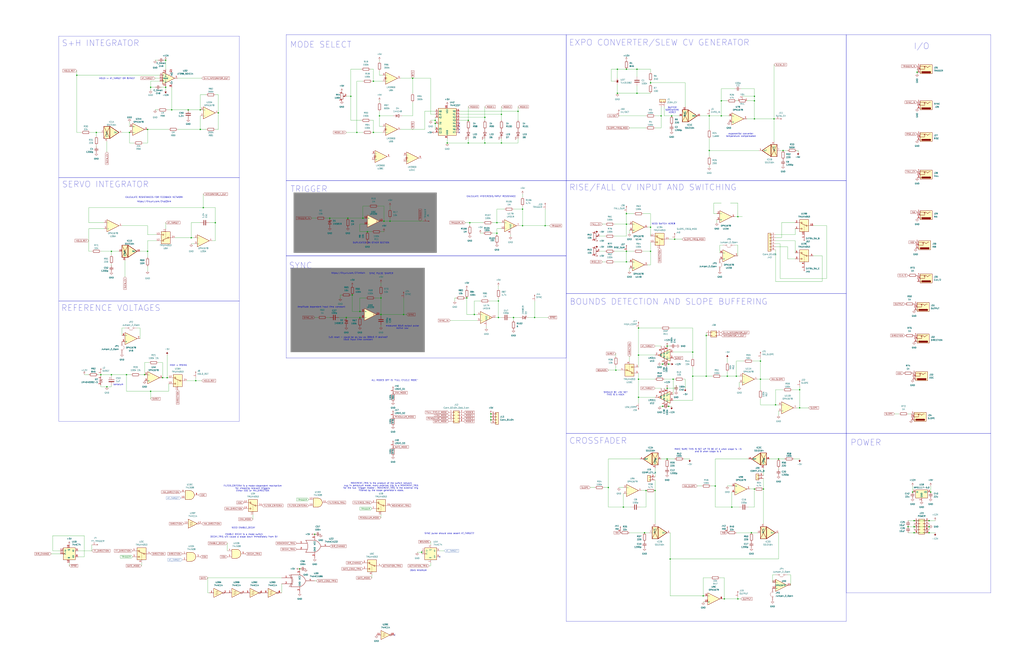
<source format=kicad_sch>
(kicad_sch (version 20231120) (generator "eeschema") (generator_version "8.0")
  (paper "D")
  (lib_symbols
    (symbol "+12V_1" (power) (pin_numbers hide) (pin_names (offset 0) hide)
      (property "Value" "+12V" (at 0 3.556 0))
      (symbol "+12V_1_1_1"
        (pin power_in line (at 0 0 90) (length 0) (name "~") (number "1"))
      )
    )
    (symbol "+12V_2" (power) (pin_numbers hide) (pin_names (offset 0) hide)
      (property "Value" "+12V" (at 0 3.556 0))
      (symbol "+12V_2_1_1"
        (pin power_in line (at 0 0 90) (length 0) (name "~") (number "1"))
      )
    )
    (symbol "+12V_3" (power) (pin_numbers hide) (pin_names (offset 0) hide)
      (property "Value" "+12V" (at 0 3.556 0))
      (symbol "+12V_3_1_1"
        (pin power_in line (at 0 0 90) (length 0) (name "~") (number "1"))
      )
    )
    (symbol "+12V_4" (power) (pin_numbers hide) (pin_names (offset 0) hide)
      (property "Value" "+12V" (at 0 3.556 0))
      (symbol "+12V_4_1_1"
        (pin power_in line (at 0 0 90) (length 0) (name "~") (number "1"))
      )
    )
    (symbol "+12V_5" (power) (pin_numbers hide) (pin_names (offset 0) hide)
      (property "Value" "+12V" (at 0 3.556 0))
      (symbol "+12V_5_1_1"
        (pin power_in line (at 0 0 90) (length 0) (name "~") (number "1"))
      )
    )
    (symbol "+12V_6" (power) (pin_numbers hide) (pin_names (offset 0) hide)
      (property "Value" "+12V" (at 0 3.556 0))
      (symbol "+12V_6_1_1"
        (pin power_in line (at 0 0 90) (length 0) (name "~") (number "1"))
      )
    )
    (symbol "+12V_7" (power) (pin_numbers hide) (pin_names (offset 0) hide)
      (property "Value" "+12V" (at 0 3.556 0))
      (symbol "+12V_7_1_1"
        (pin power_in line (at 0 0 90) (length 0) (name "~") (number "1"))
      )
    )
    (symbol "+12V_8" (power) (pin_numbers hide) (pin_names (offset 0) hide)
      (property "Value" "+12V" (at 0 3.556 0))
      (symbol "+12V_8_1_1"
        (pin power_in line (at 0 0 90) (length 0) (name "~") (number "1"))
      )
    )
    (symbol "+5V_1" (power) (pin_numbers hide) (pin_names (offset 0) hide)
      (property "Value" "+5V" (at 0 3.556 0))
      (symbol "+5V_1_1_1"
        (pin power_in line (at 0 0 90) (length 0) (name "~") (number "1"))
      )
    )
    (symbol "+5V_2" (power) (pin_numbers hide) (pin_names (offset 0) hide)
      (property "Value" "+5V" (at 0 3.556 0))
      (symbol "+5V_2_1_1"
        (pin power_in line (at 0 0 90) (length 0) (name "~") (number "1"))
      )
    )
    (symbol "+5V_3" (power) (pin_numbers hide) (pin_names (offset 0) hide)
      (property "Value" "+5V" (at 0 3.556 0))
      (symbol "+5V_3_1_1"
        (pin power_in line (at 0 0 90) (length 0) (name "~") (number "1"))
      )
    )
    (symbol "+5V_4" (power) (pin_numbers hide) (pin_names (offset 0) hide)
      (property "Value" "+5V" (at 0 3.556 0))
      (symbol "+5V_4_1_1"
        (pin power_in line (at 0 0 90) (length 0) (name "~") (number "1"))
      )
    )
    (symbol "-5V_1" (power) (pin_numbers hide) (pin_names (offset 0) hide)
      (property "Value" "-5V" (at 0 3.556 0))
      (symbol "-5V_1_0_0"
        (pin power_in line (at 0 0 90) (length 0) (name "~") (number "1"))
      )
    )
    (symbol "-5V_2" (power) (pin_numbers hide) (pin_names (offset 0) hide)
      (property "Value" "-5V" (at 0 3.556 0))
      (symbol "-5V_2_0_0"
        (pin power_in line (at 0 0 90) (length 0) (name "~") (number "1"))
      )
    )
    (symbol "-5V_3" (power) (pin_numbers hide) (pin_names (offset 0) hide)
      (property "Value" "-5V" (at 0 3.556 0))
      (symbol "-5V_3_0_0"
        (pin power_in line (at 0 0 90) (length 0) (name "~") (number "1"))
      )
    )
    (symbol "-5V_4" (power) (pin_numbers hide) (pin_names (offset 0) hide)
      (property "Value" "-5V" (at 0 3.556 0))
      (symbol "-5V_4_0_0"
        (pin power_in line (at 0 0 90) (length 0) (name "~") (number "1"))
      )
    )
    (symbol "74xGxx:74AHC1G32"
      (property "Reference" "U" (at -2.54 3.81 0))
      (property "Value" "74AHC1G32" (at 0 -3.81 0))
      (symbol "74AHC1G32_1_1"
        (pin input line (at -15.24 2.54 0) (length 7.62) (name "~") (number "1"))
        (pin input line (at -15.24 -2.54 0) (length 7.62) (name "~") (number "2"))
        (pin power_in line (at 0 -10.16 90) (length 5.08) (name "GND") (number "3"))
        (pin output line (at 12.7 0 180) (length 7.62) (name "~") (number "4"))
        (pin power_in line (at 0 10.16 270) (length 5.08) (name "VCC") (number "5"))
      )
    )
    (symbol "74xGxx:74AHC1G86"
      (property "Reference" "U" (at -2.54 3.81 0))
      (property "Value" "74AHC1G86" (at 0 -3.81 0))
      (symbol "74AHC1G86_1_1"
        (pin input line (at -15.24 2.54 0) (length 7.62) (name "~") (number "1"))
        (pin input line (at -15.24 -2.54 0) (length 7.62) (name "~") (number "2"))
        (pin power_in line (at 0 -10.16 90) (length 5.08) (name "GND") (number "3"))
        (pin output line (at 12.7 0 180) (length 7.62) (name "~") (number "4"))
        (pin power_in line (at 0 10.16 270) (length 5.08) (name "VCC") (number "5"))
      )
    )
    (symbol "74xx:74HC14" (pin_names (offset 1.016))
      (property "Reference" "U" (at 0 1.27 0))
      (property "Value" "74HC14" (at 0 -1.27 0))
      (symbol "74HC14_1_0"
        (pin input line (at -7.62 0 0) (length 3.81) (name "~") (number "1"))
        (pin output inverted (at 7.62 0 180) (length 3.81) (name "~") (number "2"))
      )
      (symbol "74HC14_2_0"
        (pin input line (at -7.62 0 0) (length 3.81) (name "~") (number "3"))
        (pin output inverted (at 7.62 0 180) (length 3.81) (name "~") (number "4"))
      )
      (symbol "74HC14_3_0"
        (pin input line (at -7.62 0 0) (length 3.81) (name "~") (number "5"))
        (pin output inverted (at 7.62 0 180) (length 3.81) (name "~") (number "6"))
      )
      (symbol "74HC14_4_0"
        (pin output inverted (at 7.62 0 180) (length 3.81) (name "~") (number "8"))
        (pin input line (at -7.62 0 0) (length 3.81) (name "~") (number "9"))
      )
      (symbol "74HC14_5_0"
        (pin output inverted (at 7.62 0 180) (length 3.81) (name "~") (number "10"))
        (pin input line (at -7.62 0 0) (length 3.81) (name "~") (number "11"))
      )
      (symbol "74HC14_6_0"
        (pin output inverted (at 7.62 0 180) (length 3.81) (name "~") (number "12"))
        (pin input line (at -7.62 0 0) (length 3.81) (name "~") (number "13"))
      )
      (symbol "74HC14_7_0"
        (pin power_in line (at 0 12.7 270) (length 5.08) (name "VCC") (number "14"))
        (pin power_in line (at 0 -12.7 90) (length 5.08) (name "GND") (number "7"))
      )
    )
    (symbol "74xx:74HC237"
      (property "Reference" "U" (at -7.62 13.97 0))
      (property "Value" "74HC237" (at 2.54 -11.43 0))
      (symbol "74HC237_1_1"
        (pin input line (at -10.16 10.16 0) (length 2.54) (name "A0") (number "1"))
        (pin output line (at 10.16 -2.54 180) (length 2.54) (name "Y5") (number "10"))
        (pin output line (at 10.16 0 180) (length 2.54) (name "Y4") (number "11"))
        (pin output line (at 10.16 2.54 180) (length 2.54) (name "Y3") (number "12"))
        (pin output line (at 10.16 5.08 180) (length 2.54) (name "Y2") (number "13"))
        (pin output line (at 10.16 7.62 180) (length 2.54) (name "Y1") (number "14"))
        (pin output line (at 10.16 10.16 180) (length 2.54) (name "Y0") (number "15"))
        (pin power_in line (at 0 15.24 270) (length 2.54) (name "VCC") (number "16"))
        (pin input line (at -10.16 7.62 0) (length 2.54) (name "A1") (number "2"))
        (pin input line (at -10.16 5.08 0) (length 2.54) (name "A2") (number "3"))
        (pin input line (at -10.16 0 0) (length 2.54) (name "~{LE}") (number "4"))
        (pin input line (at -10.16 -5.08 0) (length 2.54) (name "~{E1}") (number "5"))
        (pin input line (at -10.16 -7.62 0) (length 2.54) (name "E2") (number "6"))
        (pin output line (at 10.16 -7.62 180) (length 2.54) (name "Y7") (number "7"))
        (pin power_in line (at 0 -12.7 90) (length 2.54) (name "GND") (number "8"))
        (pin output line (at 10.16 -5.08 180) (length 2.54) (name "Y6") (number "9"))
      )
    )
    (symbol "74xx:74HC74" (pin_names (offset 1.016))
      (property "Reference" "U" (at -7.62 8.89 0))
      (property "Value" "74HC74" (at -7.62 -8.89 0))
      (symbol "74HC74_1_0"
        (pin input line (at 0 -7.62 90) (length 2.54) (name "~{R}") (number "1"))
        (pin input line (at -7.62 2.54 0) (length 2.54) (name "D") (number "2"))
        (pin input clock (at -7.62 0 0) (length 2.54) (name "C") (number "3"))
        (pin input line (at 0 7.62 270) (length 2.54) (name "~{S}") (number "4"))
        (pin output line (at 7.62 2.54 180) (length 2.54) (name "Q") (number "5"))
        (pin output line (at 7.62 -2.54 180) (length 2.54) (name "~{Q}") (number "6"))
      )
      (symbol "74HC74_2_0"
        (pin input line (at 0 7.62 270) (length 2.54) (name "~{S}") (number "10"))
        (pin input clock (at -7.62 0 0) (length 2.54) (name "C") (number "11"))
        (pin input line (at -7.62 2.54 0) (length 2.54) (name "D") (number "12"))
        (pin input line (at 0 -7.62 90) (length 2.54) (name "~{R}") (number "13"))
        (pin output line (at 7.62 -2.54 180) (length 2.54) (name "~{Q}") (number "8"))
        (pin output line (at 7.62 2.54 180) (length 2.54) (name "Q") (number "9"))
      )
      (symbol "74HC74_3_0"
        (pin power_in line (at 0 10.16 270) (length 2.54) (name "VCC") (number "14"))
        (pin power_in line (at 0 -10.16 90) (length 2.54) (name "GND") (number "7"))
      )
    )
    (symbol "74xx:74LS08" (pin_names (offset 1.016))
      (property "Reference" "U" (at 0 1.27 0))
      (property "Value" "74LS08" (at 0 -1.27 0))
      (symbol "74LS08_1_1"
        (pin input line (at -7.62 2.54 0) (length 3.81) (name "~") (number "1"))
        (pin input line (at -7.62 -2.54 0) (length 3.81) (name "~") (number "2"))
        (pin output line (at 7.62 0 180) (length 3.81) (name "~") (number "3"))
      )
      (symbol "74LS08_1_2"
        (pin input inverted (at -7.62 2.54 0) (length 4.318) (name "~") (number "1"))
        (pin input inverted (at -7.62 -2.54 0) (length 4.318) (name "~") (number "2"))
        (pin output inverted (at 7.62 0 180) (length 3.81) (name "~") (number "3"))
      )
      (symbol "74LS08_2_1"
        (pin input line (at -7.62 2.54 0) (length 3.81) (name "~") (number "4"))
        (pin input line (at -7.62 -2.54 0) (length 3.81) (name "~") (number "5"))
        (pin output line (at 7.62 0 180) (length 3.81) (name "~") (number "6"))
      )
      (symbol "74LS08_2_2"
        (pin input inverted (at -7.62 2.54 0) (length 4.318) (name "~") (number "4"))
        (pin input inverted (at -7.62 -2.54 0) (length 4.318) (name "~") (number "5"))
        (pin output inverted (at 7.62 0 180) (length 3.81) (name "~") (number "6"))
      )
      (symbol "74LS08_3_1"
        (pin input line (at -7.62 -2.54 0) (length 3.81) (name "~") (number "10"))
        (pin output line (at 7.62 0 180) (length 3.81) (name "~") (number "8"))
        (pin input line (at -7.62 2.54 0) (length 3.81) (name "~") (number "9"))
      )
      (symbol "74LS08_3_2"
        (pin input inverted (at -7.62 -2.54 0) (length 4.318) (name "~") (number "10"))
        (pin output inverted (at 7.62 0 180) (length 3.81) (name "~") (number "8"))
        (pin input inverted (at -7.62 2.54 0) (length 4.318) (name "~") (number "9"))
      )
      (symbol "74LS08_4_1"
        (pin output line (at 7.62 0 180) (length 3.81) (name "~") (number "11"))
        (pin input line (at -7.62 2.54 0) (length 3.81) (name "~") (number "12"))
        (pin input line (at -7.62 -2.54 0) (length 3.81) (name "~") (number "13"))
      )
      (symbol "74LS08_4_2"
        (pin output inverted (at 7.62 0 180) (length 3.81) (name "~") (number "11"))
        (pin input inverted (at -7.62 2.54 0) (length 4.318) (name "~") (number "12"))
        (pin input inverted (at -7.62 -2.54 0) (length 4.318) (name "~") (number "13"))
      )
      (symbol "74LS08_5_0"
        (pin power_in line (at 0 12.7 270) (length 5.08) (name "VCC") (number "14"))
        (pin power_in line (at 0 -12.7 90) (length 5.08) (name "GND") (number "7"))
      )
    )
    (symbol "Amplifier_Operational:OPA1678" (pin_names (offset 0.127))
      (property "Reference" "U" (at 0 5.08 0))
      (property "Value" "OPA1678" (at 0 -5.08 0))
      (symbol "OPA1678_1_1"
        (pin output line (at 7.62 0 180) (length 2.54) (name "~") (number "1"))
        (pin input line (at -7.62 -2.54 0) (length 2.54) (name "-") (number "2"))
        (pin input line (at -7.62 2.54 0) (length 2.54) (name "+") (number "3"))
      )
      (symbol "OPA1678_2_1"
        (pin input line (at -7.62 2.54 0) (length 2.54) (name "+") (number "5"))
        (pin input line (at -7.62 -2.54 0) (length 2.54) (name "-") (number "6"))
        (pin output line (at 7.62 0 180) (length 2.54) (name "~") (number "7"))
      )
      (symbol "OPA1678_3_1"
        (pin power_in line (at -2.54 -7.62 90) (length 3.81) (name "V-") (number "4"))
        (pin power_in line (at -2.54 7.62 270) (length 3.81) (name "V+") (number "8"))
      )
    )
    (symbol "Amplifier_Operational:TL072" (pin_names (offset 0.127))
      (property "Reference" "U" (at 0 5.08 0))
      (property "Value" "TL072" (at 0 -5.08 0))
      (symbol "TL072_1_1"
        (pin output line (at 7.62 0 180) (length 2.54) (name "~") (number "1"))
        (pin input line (at -7.62 -2.54 0) (length 2.54) (name "-") (number "2"))
        (pin input line (at -7.62 2.54 0) (length 2.54) (name "+") (number "3"))
      )
      (symbol "TL072_2_1"
        (pin input line (at -7.62 2.54 0) (length 2.54) (name "+") (number "5"))
        (pin input line (at -7.62 -2.54 0) (length 2.54) (name "-") (number "6"))
        (pin output line (at 7.62 0 180) (length 2.54) (name "~") (number "7"))
      )
      (symbol "TL072_3_1"
        (pin power_in line (at -2.54 -7.62 90) (length 3.81) (name "V-") (number "4"))
        (pin power_in line (at -2.54 7.62 270) (length 3.81) (name "V+") (number "8"))
      )
    )
    (symbol "Amplifier_Operational:TL074" (pin_names (offset 0.127))
      (property "Reference" "U" (at 0 5.08 0))
      (property "Value" "TL074" (at 0 -5.08 0))
      (symbol "TL074_1_1"
        (pin output line (at 7.62 0 180) (length 2.54) (name "~") (number "1"))
        (pin input line (at -7.62 -2.54 0) (length 2.54) (name "-") (number "2"))
        (pin input line (at -7.62 2.54 0) (length 2.54) (name "+") (number "3"))
      )
      (symbol "TL074_2_1"
        (pin input line (at -7.62 2.54 0) (length 2.54) (name "+") (number "5"))
        (pin input line (at -7.62 -2.54 0) (length 2.54) (name "-") (number "6"))
        (pin output line (at 7.62 0 180) (length 2.54) (name "~") (number "7"))
      )
      (symbol "TL074_3_1"
        (pin input line (at -7.62 2.54 0) (length 2.54) (name "+") (number "10"))
        (pin output line (at 7.62 0 180) (length 2.54) (name "~") (number "8"))
        (pin input line (at -7.62 -2.54 0) (length 2.54) (name "-") (number "9"))
      )
      (symbol "TL074_4_1"
        (pin input line (at -7.62 2.54 0) (length 2.54) (name "+") (number "12"))
        (pin input line (at -7.62 -2.54 0) (length 2.54) (name "-") (number "13"))
        (pin output line (at 7.62 0 180) (length 2.54) (name "~") (number "14"))
      )
      (symbol "TL074_5_1"
        (pin power_in line (at -2.54 -7.62 90) (length 3.81) (name "V-") (number "11"))
        (pin power_in line (at -2.54 7.62 270) (length 3.81) (name "V+") (number "4"))
      )
    )
    (symbol "Analog_Switch:CD4053B"
      (property "Reference" "U" (at -10.16 16.51 0))
      (property "Value" "CD4053B" (at 3.81 16.51 0))
      (symbol "CD4053B_1_1"
        (pin bidirectional line (at 12.7 -5.08 180) (length 2.54) (name "B1") (number "1"))
        (pin input line (at -12.7 10.16 0) (length 2.54) (name "S2") (number "10"))
        (pin input line (at -12.7 12.7 0) (length 2.54) (name "S1") (number "11"))
        (pin bidirectional line (at 12.7 5.08 180) (length 2.54) (name "A0") (number "12"))
        (pin bidirectional line (at 12.7 2.54 180) (length 2.54) (name "A1") (number "13"))
        (pin bidirectional line (at -12.7 5.08 0) (length 2.54) (name "A") (number "14"))
        (pin bidirectional line (at -12.7 -2.54 0) (length 2.54) (name "B") (number "15"))
        (pin power_in line (at 2.54 17.78 270) (length 2.54) (name "VDD") (number "16"))
        (pin bidirectional line (at 12.7 -2.54 180) (length 2.54) (name "B0") (number "2"))
        (pin bidirectional line (at 12.7 -12.7 180) (length 2.54) (name "C1") (number "3"))
        (pin bidirectional line (at -12.7 -10.16 0) (length 2.54) (name "C") (number "4"))
        (pin bidirectional line (at 12.7 -10.16 180) (length 2.54) (name "C0") (number "5"))
        (pin input line (at -12.7 -12.7 0) (length 2.54) (name "INH") (number "6"))
        (pin power_in line (at -2.54 -17.78 90) (length 2.54) (name "VEE") (number "7"))
        (pin power_in line (at 0 -17.78 90) (length 2.54) (name "VSS") (number "8"))
        (pin input line (at -12.7 7.62 0) (length 2.54) (name "S3") (number "9"))
      )
    )
    (symbol "Comparator:LM311" (pin_names (offset 0.127))
      (property "Reference" "U" (at 3.81 6.35 0))
      (property "Value" "LM311" (at 3.81 3.81 0))
      (symbol "LM311_1_1"
        (pin passive line (at 0 -7.62 90) (length 5.08) (name "GND") (number "1"))
        (pin input line (at -7.62 2.54 0) (length 2.54) (name "+") (number "2"))
        (pin input line (at -7.62 -2.54 0) (length 2.54) (name "-") (number "3"))
        (pin power_in line (at -2.54 -7.62 90) (length 3.81) (name "V-") (number "4"))
        (pin input line (at 0 7.62 270) (length 5.08) (name "BAL") (number "5"))
        (pin input line (at 2.54 7.62 270) (length 6.35) (name "STRB") (number "6"))
        (pin open_collector line (at 7.62 0 180) (length 2.54) (name "~") (number "7"))
        (pin power_in line (at -2.54 7.62 270) (length 3.81) (name "V+") (number "8"))
      )
    )
    (symbol "Comparator:LM319" (pin_names (offset 0.127))
      (property "Reference" "U" (at 0 6.35 0))
      (property "Value" "LM319" (at 0 3.81 0))
      (symbol "LM319_1_1"
        (pin no_connect line (at 0 -2.54 90) (length 2.54) hide (name "NC") (number "1"))
        (pin open_collector line (at 7.62 0 180) (length 2.54) (name "~") (number "12"))
        (pin no_connect line (at 0 2.54 270) (length 2.54) hide (name "NC") (number "2"))
        (pin passive line (at 0 -7.62 90) (length 5.08) (name "GND") (number "3"))
        (pin input line (at -7.62 2.54 0) (length 2.54) (name "+") (number "4"))
        (pin input line (at -7.62 -2.54 0) (length 2.54) (name "-") (number "5"))
      )
      (symbol "LM319_2_1"
        (pin input line (at -7.62 -2.54 0) (length 2.54) (name "-") (number "10"))
        (pin no_connect line (at 0 -2.54 90) (length 2.54) hide (name "NC") (number "13"))
        (pin no_connect line (at 0 2.54 270) (length 2.54) hide (name "NC") (number "14"))
        (pin open_collector line (at 7.62 0 180) (length 2.54) (name "~") (number "7"))
        (pin passive line (at 0 -7.62 90) (length 5.08) (name "GND") (number "8"))
        (pin input line (at -7.62 2.54 0) (length 2.54) (name "+") (number "9"))
      )
      (symbol "LM319_3_1"
        (pin power_in line (at -2.54 7.62 270) (length 3.81) (name "V+") (number "11"))
        (pin power_in line (at -2.54 -7.62 90) (length 3.81) (name "V-") (number "6"))
      )
    )
    (symbol "Comparator:LM339" (pin_names (offset 0.127))
      (property "Reference" "U" (at 0 5.08 0))
      (property "Value" "LM339" (at 0 -5.08 0))
      (symbol "LM339_1_1"
        (pin open_collector line (at 7.62 0 180) (length 2.54) (name "~") (number "2"))
        (pin input line (at -7.62 -2.54 0) (length 2.54) (name "-") (number "4"))
        (pin input line (at -7.62 2.54 0) (length 2.54) (name "+") (number "5"))
      )
      (symbol "LM339_2_1"
        (pin open_collector line (at 7.62 0 180) (length 2.54) (name "~") (number "1"))
        (pin input line (at -7.62 -2.54 0) (length 2.54) (name "-") (number "6"))
        (pin input line (at -7.62 2.54 0) (length 2.54) (name "+") (number "7"))
      )
      (symbol "LM339_3_1"
        (pin input line (at -7.62 -2.54 0) (length 2.54) (name "-") (number "10"))
        (pin input line (at -7.62 2.54 0) (length 2.54) (name "+") (number "11"))
        (pin open_collector line (at 7.62 0 180) (length 2.54) (name "~") (number "13"))
      )
      (symbol "LM339_4_1"
        (pin open_collector line (at 7.62 0 180) (length 2.54) (name "~") (number "14"))
        (pin input line (at -7.62 -2.54 0) (length 2.54) (name "-") (number "8"))
        (pin input line (at -7.62 2.54 0) (length 2.54) (name "+") (number "9"))
      )
      (symbol "LM339_5_1"
        (pin power_in line (at -2.54 -7.62 90) (length 3.81) (name "V-") (number "12"))
        (pin power_in line (at -2.54 7.62 270) (length 3.81) (name "V+") (number "3"))
      )
    )
    (symbol "Connector:Conn_01x01_Pin" (pin_names (offset 1.016) hide)
      (property "Reference" "J" (at 0 2.54 0))
      (property "Value" "Conn_01x01_Pin" (at 0 -2.54 0))
      (symbol "Conn_01x01_Pin_1_1"
        (pin passive line (at 5.08 0 180) (length 3.81) (name "Pin_1") (number "1"))
      )
    )
    (symbol "Connector_Generic:Conn_01x02" (pin_names (offset 1.016) hide)
      (property "Reference" "J" (at 0 2.54 0))
      (property "Value" "Conn_01x02" (at 0 -5.08 0))
      (symbol "Conn_01x02_1_1"
        (pin passive line (at -5.08 0 0) (length 3.81) (name "Pin_1") (number "1"))
        (pin passive line (at -5.08 -2.54 0) (length 3.81) (name "Pin_2") (number "2"))
      )
    )
    (symbol "Connector_Generic:Conn_01x04" (pin_names (offset 1.016) hide)
      (property "Reference" "J" (at 0 5.08 0))
      (property "Value" "Conn_01x04" (at 0 -7.62 0))
      (symbol "Conn_01x04_1_1"
        (pin passive line (at -5.08 2.54 0) (length 3.81) (name "Pin_1") (number "1"))
        (pin passive line (at -5.08 0 0) (length 3.81) (name "Pin_2") (number "2"))
        (pin passive line (at -5.08 -2.54 0) (length 3.81) (name "Pin_3") (number "3"))
        (pin passive line (at -5.08 -5.08 0) (length 3.81) (name "Pin_4") (number "4"))
      )
    )
    (symbol "Connector_Generic:Conn_01x06" (pin_names (offset 1.016) hide)
      (property "Reference" "J" (at 0 7.62 0))
      (property "Value" "Conn_01x06" (at 0 -10.16 0))
      (symbol "Conn_01x06_1_1"
        (pin passive line (at -5.08 5.08 0) (length 3.81) (name "Pin_1") (number "1"))
        (pin passive line (at -5.08 2.54 0) (length 3.81) (name "Pin_2") (number "2"))
        (pin passive line (at -5.08 0 0) (length 3.81) (name "Pin_3") (number "3"))
        (pin passive line (at -5.08 -2.54 0) (length 3.81) (name "Pin_4") (number "4"))
        (pin passive line (at -5.08 -5.08 0) (length 3.81) (name "Pin_5") (number "5"))
        (pin passive line (at -5.08 -7.62 0) (length 3.81) (name "Pin_6") (number "6"))
      )
    )
    (symbol "Connector_Generic:Conn_02x02_Counter_Clockwise" (pin_names (offset 1.016) hide)
      (property "Reference" "J" (at 1.27 2.54 0))
      (property "Value" "Conn_02x02_Counter_Clockwise" (at 1.27 -5.08 0))
      (symbol "Conn_02x02_Counter_Clockwise_1_1"
        (pin passive line (at -5.08 0 0) (length 3.81) (name "Pin_1") (number "1"))
        (pin passive line (at -5.08 -2.54 0) (length 3.81) (name "Pin_2") (number "2"))
        (pin passive line (at 7.62 -2.54 180) (length 3.81) (name "Pin_3") (number "3"))
        (pin passive line (at 7.62 0 180) (length 3.81) (name "Pin_4") (number "4"))
      )
    )
    (symbol "Connector_Generic:Conn_02x04_Odd_Even" (pin_names (offset 1.016) hide)
      (property "Reference" "J" (at 1.27 5.08 0))
      (property "Value" "Conn_02x04_Odd_Even" (at 1.27 -7.62 0))
      (symbol "Conn_02x04_Odd_Even_1_1"
        (pin passive line (at -5.08 2.54 0) (length 3.81) (name "Pin_1") (number "1"))
        (pin passive line (at 7.62 2.54 180) (length 3.81) (name "Pin_2") (number "2"))
        (pin passive line (at -5.08 0 0) (length 3.81) (name "Pin_3") (number "3"))
        (pin passive line (at 7.62 0 180) (length 3.81) (name "Pin_4") (number "4"))
        (pin passive line (at -5.08 -2.54 0) (length 3.81) (name "Pin_5") (number "5"))
        (pin passive line (at 7.62 -2.54 180) (length 3.81) (name "Pin_6") (number "6"))
        (pin passive line (at -5.08 -5.08 0) (length 3.81) (name "Pin_7") (number "7"))
        (pin passive line (at 7.62 -5.08 180) (length 3.81) (name "Pin_8") (number "8"))
      )
    )
    (symbol "Connector_Generic:Conn_02x05_Odd_Even" (pin_names (offset 1.016) hide)
      (property "Reference" "J" (at 1.27 7.62 0))
      (property "Value" "Conn_02x05_Odd_Even" (at 1.27 -7.62 0))
      (symbol "Conn_02x05_Odd_Even_1_1"
        (pin passive line (at -5.08 5.08 0) (length 3.81) (name "Pin_1") (number "1"))
        (pin passive line (at 7.62 -5.08 180) (length 3.81) (name "Pin_10") (number "10"))
        (pin passive line (at 7.62 5.08 180) (length 3.81) (name "Pin_2") (number "2"))
        (pin passive line (at -5.08 2.54 0) (length 3.81) (name "Pin_3") (number "3"))
        (pin passive line (at 7.62 2.54 180) (length 3.81) (name "Pin_4") (number "4"))
        (pin passive line (at -5.08 0 0) (length 3.81) (name "Pin_5") (number "5"))
        (pin passive line (at 7.62 0 180) (length 3.81) (name "Pin_6") (number "6"))
        (pin passive line (at -5.08 -2.54 0) (length 3.81) (name "Pin_7") (number "7"))
        (pin passive line (at 7.62 -2.54 180) (length 3.81) (name "Pin_8") (number "8"))
        (pin passive line (at -5.08 -5.08 0) (length 3.81) (name "Pin_9") (number "9"))
      )
    )
    (symbol "Device:C" (pin_numbers hide) (pin_names (offset 0.254))
      (property "Reference" "C" (at 0.635 2.54 0))
      (property "Value" "C" (at 0.635 -2.54 0))
      (symbol "C_1_1"
        (pin passive line (at 0 3.81 270) (length 2.794) (name "~") (number "1"))
        (pin passive line (at 0 -3.81 90) (length 2.794) (name "~") (number "2"))
      )
    )
    (symbol "Device:C_Polarized" (pin_numbers hide) (pin_names (offset 0.254))
      (property "Reference" "C" (at 0.635 2.54 0))
      (property "Value" "C_Polarized" (at 0.635 -2.54 0))
      (symbol "C_Polarized_1_1"
        (pin passive line (at 0 3.81 270) (length 2.794) (name "~") (number "1"))
        (pin passive line (at 0 -3.81 90) (length 2.794) (name "~") (number "2"))
      )
    )
    (symbol "Device:C_Small" (pin_numbers hide) (pin_names (offset 0.254) hide)
      (property "Reference" "C" (at 0.254 1.778 0))
      (property "Value" "C_Small" (at 0.254 -2.032 0))
      (symbol "C_Small_1_1"
        (pin passive line (at 0 2.54 270) (length 2.032) (name "~") (number "1"))
        (pin passive line (at 0 -2.54 90) (length 2.032) (name "~") (number "2"))
      )
    )
    (symbol "Device:D" (pin_numbers hide) (pin_names (offset 1.016) hide)
      (property "Reference" "D" (at 0 2.54 0))
      (property "Value" "D" (at 0 -2.54 0))
      (symbol "D_1_1"
        (pin passive line (at -3.81 0 0) (length 2.54) (name "K") (number "1"))
        (pin passive line (at 3.81 0 180) (length 2.54) (name "A") (number "2"))
      )
    )
    (symbol "Device:D_Schottky" (pin_numbers hide) (pin_names (offset 1.016) hide)
      (property "Reference" "D" (at 0 2.54 0))
      (property "Value" "D_Schottky" (at 0 -2.54 0))
      (symbol "D_Schottky_1_1"
        (pin passive line (at -3.81 0 0) (length 2.54) (name "K") (number "1"))
        (pin passive line (at 3.81 0 180) (length 2.54) (name "A") (number "2"))
      )
    )
    (symbol "Device:LED" (pin_numbers hide) (pin_names (offset 1.016) hide)
      (property "Reference" "D" (at 0 2.54 0))
      (property "Value" "LED" (at 0 -2.54 0))
      (symbol "LED_1_1"
        (pin passive line (at -3.81 0 0) (length 2.54) (name "K") (number "1"))
        (pin passive line (at 3.81 0 180) (length 2.54) (name "A") (number "2"))
      )
    )
    (symbol "Device:R" (pin_numbers hide) (pin_names (offset 0))
      (property "Reference" "R" (at 2.032 0 90))
      (property "Value" "R" (at 0 0 90))
      (symbol "R_1_1"
        (pin passive line (at 0 3.81 270) (length 1.27) (name "~") (number "1"))
        (pin passive line (at 0 -3.81 90) (length 1.27) (name "~") (number "2"))
      )
    )
    (symbol "Device:R_Potentiometer" (pin_names (offset 1.016) hide)
      (property "Reference" "RV" (at -4.445 0 90))
      (property "Value" "R_Potentiometer" (at -2.54 0 90))
      (symbol "R_Potentiometer_1_1"
        (pin passive line (at 0 3.81 270) (length 1.27) (name "1") (number "1"))
        (pin passive line (at 3.81 0 180) (length 1.27) (name "2") (number "2"))
        (pin passive line (at 0 -3.81 90) (length 1.27) (name "3") (number "3"))
      )
    )
    (symbol "Device:R_Potentiometer_Trim" (pin_names (offset 1.016) hide)
      (property "Reference" "RV" (at -4.445 0 90))
      (property "Value" "R_Potentiometer_Trim" (at -2.54 0 90))
      (symbol "R_Potentiometer_Trim_1_1"
        (pin passive line (at 0 3.81 270) (length 1.27) (name "1") (number "1"))
        (pin passive line (at 3.81 0 180) (length 1.27) (name "2") (number "2"))
        (pin passive line (at 0 -3.81 90) (length 1.27) (name "3") (number "3"))
      )
    )
    (symbol "GND_1" (power) (pin_numbers hide) (pin_names (offset 0) hide)
      (property "Value" "GND" (at 0 -3.81 0))
      (symbol "GND_1_1_1"
        (pin power_in line (at 0 0 270) (length 0) (name "~") (number "1"))
      )
    )
    (symbol "GND_10" (power) (pin_numbers hide) (pin_names (offset 0) hide)
      (property "Value" "GND" (at 0 -3.81 0))
      (symbol "GND_10_1_1"
        (pin power_in line (at 0 0 270) (length 0) (name "~") (number "1"))
      )
    )
    (symbol "GND_11" (power) (pin_numbers hide) (pin_names (offset 0) hide)
      (property "Value" "GND" (at 0 -3.81 0))
      (symbol "GND_11_1_1"
        (pin power_in line (at 0 0 270) (length 0) (name "~") (number "1"))
      )
    )
    (symbol "GND_12" (power) (pin_numbers hide) (pin_names (offset 0) hide)
      (property "Value" "GND" (at 0 -3.81 0))
      (symbol "GND_12_1_1"
        (pin power_in line (at 0 0 270) (length 0) (name "~") (number "1"))
      )
    )
    (symbol "GND_13" (power) (pin_numbers hide) (pin_names (offset 0) hide)
      (property "Value" "GND" (at 0 -3.81 0))
      (symbol "GND_13_1_1"
        (pin power_in line (at 0 0 270) (length 0) (name "~") (number "1"))
      )
    )
    (symbol "GND_14" (power) (pin_numbers hide) (pin_names (offset 0) hide)
      (property "Value" "GND" (at 0 -3.81 0))
      (symbol "GND_14_1_1"
        (pin power_in line (at 0 0 270) (length 0) (name "~") (number "1"))
      )
    )
    (symbol "GND_15" (power) (pin_numbers hide) (pin_names (offset 0) hide)
      (property "Value" "GND" (at 0 -3.81 0))
      (symbol "GND_15_1_1"
        (pin power_in line (at 0 0 270) (length 0) (name "~") (number "1"))
      )
    )
    (symbol "GND_16" (power) (pin_numbers hide) (pin_names (offset 0) hide)
      (property "Value" "GND" (at 0 -3.81 0))
      (symbol "GND_16_1_1"
        (pin power_in line (at 0 0 270) (length 0) (name "~") (number "1"))
      )
    )
    (symbol "GND_17" (power) (pin_numbers hide) (pin_names (offset 0) hide)
      (property "Value" "GND" (at 0 -3.81 0))
      (symbol "GND_17_1_1"
        (pin power_in line (at 0 0 270) (length 0) (name "~") (number "1"))
      )
    )
    (symbol "GND_18" (power) (pin_numbers hide) (pin_names (offset 0) hide)
      (property "Value" "GND" (at 0 -3.81 0))
      (symbol "GND_18_1_1"
        (pin power_in line (at 0 0 270) (length 0) (name "~") (number "1"))
      )
    )
    (symbol "GND_19" (power) (pin_numbers hide) (pin_names (offset 0) hide)
      (property "Value" "GND" (at 0 -3.81 0))
      (symbol "GND_19_1_1"
        (pin power_in line (at 0 0 270) (length 0) (name "~") (number "1"))
      )
    )
    (symbol "GND_2" (power) (pin_numbers hide) (pin_names (offset 0) hide)
      (property "Value" "GND" (at 0 -3.81 0))
      (symbol "GND_2_1_1"
        (pin power_in line (at 0 0 270) (length 0) (name "~") (number "1"))
      )
    )
    (symbol "GND_20" (power) (pin_numbers hide) (pin_names (offset 0) hide)
      (property "Value" "GND" (at 0 -3.81 0))
      (symbol "GND_20_1_1"
        (pin power_in line (at 0 0 270) (length 0) (name "~") (number "1"))
      )
    )
    (symbol "GND_21" (power) (pin_numbers hide) (pin_names (offset 0) hide)
      (property "Value" "GND" (at 0 -3.81 0))
      (symbol "GND_21_1_1"
        (pin power_in line (at 0 0 270) (length 0) (name "~") (number "1"))
      )
    )
    (symbol "GND_22" (power) (pin_numbers hide) (pin_names (offset 0) hide)
      (property "Value" "GND" (at 0 -3.81 0))
      (symbol "GND_22_1_1"
        (pin power_in line (at 0 0 270) (length 0) (name "~") (number "1"))
      )
    )
    (symbol "GND_23" (power) (pin_numbers hide) (pin_names (offset 0) hide)
      (property "Value" "GND" (at 0 -3.81 0))
      (symbol "GND_23_1_1"
        (pin power_in line (at 0 0 270) (length 0) (name "~") (number "1"))
      )
    )
    (symbol "GND_24" (power) (pin_numbers hide) (pin_names (offset 0) hide)
      (property "Value" "GND" (at 0 -3.81 0))
      (symbol "GND_24_1_1"
        (pin power_in line (at 0 0 270) (length 0) (name "~") (number "1"))
      )
    )
    (symbol "GND_25" (power) (pin_numbers hide) (pin_names (offset 0) hide)
      (property "Value" "GND" (at 0 -3.81 0))
      (symbol "GND_25_1_1"
        (pin power_in line (at 0 0 270) (length 0) (name "~") (number "1"))
      )
    )
    (symbol "GND_26" (power) (pin_numbers hide) (pin_names (offset 0) hide)
      (property "Value" "GND" (at 0 -3.81 0))
      (symbol "GND_26_1_1"
        (pin power_in line (at 0 0 270) (length 0) (name "~") (number "1"))
      )
    )
    (symbol "GND_27" (power) (pin_numbers hide) (pin_names (offset 0) hide)
      (property "Value" "GND" (at 0 -3.81 0))
      (symbol "GND_27_1_1"
        (pin power_in line (at 0 0 270) (length 0) (name "~") (number "1"))
      )
    )
    (symbol "GND_28" (power) (pin_numbers hide) (pin_names (offset 0) hide)
      (property "Value" "GND" (at 0 -3.81 0))
      (symbol "GND_28_1_1"
        (pin power_in line (at 0 0 270) (length 0) (name "~") (number "1"))
      )
    )
    (symbol "GND_29" (power) (pin_numbers hide) (pin_names (offset 0) hide)
      (property "Value" "GND" (at 0 -3.81 0))
      (symbol "GND_29_1_1"
        (pin power_in line (at 0 0 270) (length 0) (name "~") (number "1"))
      )
    )
    (symbol "GND_3" (power) (pin_numbers hide) (pin_names (offset 0) hide)
      (property "Value" "GND" (at 0 -3.81 0))
      (symbol "GND_3_1_1"
        (pin power_in line (at 0 0 270) (length 0) (name "~") (number "1"))
      )
    )
    (symbol "GND_30" (power) (pin_numbers hide) (pin_names (offset 0) hide)
      (property "Value" "GND" (at 0 -3.81 0))
      (symbol "GND_30_1_1"
        (pin power_in line (at 0 0 270) (length 0) (name "~") (number "1"))
      )
    )
    (symbol "GND_31" (power) (pin_numbers hide) (pin_names (offset 0) hide)
      (property "Value" "GND" (at 0 -3.81 0))
      (symbol "GND_31_1_1"
        (pin power_in line (at 0 0 270) (length 0) (name "~") (number "1"))
      )
    )
    (symbol "GND_32" (power) (pin_numbers hide) (pin_names (offset 0) hide)
      (property "Value" "GND" (at 0 -3.81 0))
      (symbol "GND_32_1_1"
        (pin power_in line (at 0 0 270) (length 0) (name "~") (number "1"))
      )
    )
    (symbol "GND_33" (power) (pin_numbers hide) (pin_names (offset 0) hide)
      (property "Value" "GND" (at 0 -3.81 0))
      (symbol "GND_33_1_1"
        (pin power_in line (at 0 0 270) (length 0) (name "~") (number "1"))
      )
    )
    (symbol "GND_34" (power) (pin_numbers hide) (pin_names (offset 0) hide)
      (property "Value" "GND" (at 0 -3.81 0))
      (symbol "GND_34_1_1"
        (pin power_in line (at 0 0 270) (length 0) (name "~") (number "1"))
      )
    )
    (symbol "GND_35" (power) (pin_numbers hide) (pin_names (offset 0) hide)
      (property "Value" "GND" (at 0 -3.81 0))
      (symbol "GND_35_1_1"
        (pin power_in line (at 0 0 270) (length 0) (name "~") (number "1"))
      )
    )
    (symbol "GND_36" (power) (pin_numbers hide) (pin_names (offset 0) hide)
      (property "Value" "GND" (at 0 -3.81 0))
      (symbol "GND_36_1_1"
        (pin power_in line (at 0 0 270) (length 0) (name "~") (number "1"))
      )
    )
    (symbol "GND_37" (power) (pin_numbers hide) (pin_names (offset 0) hide)
      (property "Value" "GND" (at 0 -3.81 0))
      (symbol "GND_37_1_1"
        (pin power_in line (at 0 0 270) (length 0) (name "~") (number "1"))
      )
    )
    (symbol "GND_38" (power) (pin_numbers hide) (pin_names (offset 0) hide)
      (property "Value" "GND" (at 0 -3.81 0))
      (symbol "GND_38_1_1"
        (pin power_in line (at 0 0 270) (length 0) (name "~") (number "1"))
      )
    )
    (symbol "GND_39" (power) (pin_numbers hide) (pin_names (offset 0) hide)
      (property "Value" "GND" (at 0 -3.81 0))
      (symbol "GND_39_1_1"
        (pin power_in line (at 0 0 270) (length 0) (name "~") (number "1"))
      )
    )
    (symbol "GND_4" (power) (pin_numbers hide) (pin_names (offset 0) hide)
      (property "Value" "GND" (at 0 -3.81 0))
      (symbol "GND_4_1_1"
        (pin power_in line (at 0 0 270) (length 0) (name "~") (number "1"))
      )
    )
    (symbol "GND_40" (power) (pin_numbers hide) (pin_names (offset 0) hide)
      (property "Value" "GND" (at 0 -3.81 0))
      (symbol "GND_40_1_1"
        (pin power_in line (at 0 0 270) (length 0) (name "~") (number "1"))
      )
    )
    (symbol "GND_5" (power) (pin_numbers hide) (pin_names (offset 0) hide)
      (property "Value" "GND" (at 0 -3.81 0))
      (symbol "GND_5_1_1"
        (pin power_in line (at 0 0 270) (length 0) (name "~") (number "1"))
      )
    )
    (symbol "GND_6" (power) (pin_numbers hide) (pin_names (offset 0) hide)
      (property "Value" "GND" (at 0 -3.81 0))
      (symbol "GND_6_1_1"
        (pin power_in line (at 0 0 270) (length 0) (name "~") (number "1"))
      )
    )
    (symbol "GND_7" (power) (pin_numbers hide) (pin_names (offset 0) hide)
      (property "Value" "GND" (at 0 -3.81 0))
      (symbol "GND_7_1_1"
        (pin power_in line (at 0 0 270) (length 0) (name "~") (number "1"))
      )
    )
    (symbol "GND_8" (power) (pin_numbers hide) (pin_names (offset 0) hide)
      (property "Value" "GND" (at 0 -3.81 0))
      (symbol "GND_8_1_1"
        (pin power_in line (at 0 0 270) (length 0) (name "~") (number "1"))
      )
    )
    (symbol "GND_9" (power) (pin_numbers hide) (pin_names (offset 0) hide)
      (property "Value" "GND" (at 0 -3.81 0))
      (symbol "GND_9_1_1"
        (pin power_in line (at 0 0 270) (length 0) (name "~") (number "1"))
      )
    )
    (symbol "Jumper:Jumper_2_Open" (pin_numbers hide) (pin_names (offset 0) hide) (exclude_from_sim yes)
      (property "Reference" "JP" (at 0 2.794 0))
      (property "Value" "Jumper_2_Open" (at 0 -2.286 0))
      (symbol "Jumper_2_Open_1_1"
        (pin passive line (at -5.08 0 0) (length 2.54) (name "A") (number "1"))
        (pin passive line (at 5.08 0 180) (length 2.54) (name "B") (number "2"))
      )
    )
    (symbol "Reference_Voltage:LM4040DBZ-5" (pin_names (offset 0.0254) hide)
      (property "Reference" "U" (at 0 2.54 0))
      (property "Value" "LM4040DBZ-5" (at 0 -3.175 0))
      (symbol "LM4040DBZ-5_1_1"
        (pin passive line (at 3.81 0 180) (length 2.54) (name "K") (number "1"))
        (pin passive line (at -3.81 0 0) (length 2.54) (name "A") (number "2"))
        (pin no_connect line (at -1.27 0 0) (length 2.54) hide (name "NC") (number "3"))
      )
    )
    (symbol "Reference_Voltage:TL431DBZ" (pin_numbers hide) (pin_names hide)
      (property "Reference" "U" (at -2.54 2.54 0))
      (property "Value" "TL431DBZ" (at 0 -2.54 0))
      (symbol "TL431DBZ_1_1"
        (pin passive line (at 2.54 0 180) (length 2.54) (name "K") (number "1"))
        (pin passive line (at 0 2.54 270) (length 2.54) (name "REF") (number "2"))
        (pin passive line (at -2.54 0 0) (length 2.54) (name "A") (number "3"))
      )
    )
    (symbol "Regulator_Linear:AMS1117-5.0"
      (property "Reference" "U" (at -3.81 3.175 0))
      (property "Value" "AMS1117-5.0" (at 0 3.175 0))
      (symbol "AMS1117-5.0_1_1"
        (pin power_in line (at 0 -7.62 90) (length 2.54) (name "GND") (number "1"))
        (pin power_out line (at 7.62 0 180) (length 2.54) (name "VO") (number "2"))
        (pin power_in line (at -7.62 0 0) (length 2.54) (name "VI") (number "3"))
      )
    )
    (symbol "TMUX4053_1"
      (property "Reference" "U" (at 5.08 8.89 0))
      (property "Value" "TMUX4053" (at 5.08 6.985 0))
      (symbol "TMUX4053_1_1_1"
        (pin input line (at 0 -7.62 90) (length 2.54) (name "~") (number "11"))
        (pin passive line (at 7.62 2.54 180) (length 2.54) (name "~") (number "12"))
        (pin passive line (at 7.62 -2.54 180) (length 2.54) (name "~") (number "13"))
        (pin passive line (at -7.62 0 0) (length 2.54) (name "~") (number "14"))
      )
      (symbol "TMUX4053_1_2_1"
        (pin passive line (at 7.62 -2.54 180) (length 2.54) (name "~") (number "1"))
        (pin input line (at 0 -7.62 90) (length 2.54) (name "~") (number "10"))
        (pin passive line (at -7.62 0 0) (length 2.54) (name "~") (number "15"))
        (pin passive line (at 7.62 2.54 180) (length 2.54) (name "~") (number "2"))
      )
      (symbol "TMUX4053_1_3_1"
        (pin passive line (at 7.62 -2.54 180) (length 2.54) (name "~") (number "3"))
        (pin passive line (at -7.62 0 0) (length 2.54) (name "~") (number "4"))
        (pin passive line (at 7.62 2.54 180) (length 2.54) (name "~") (number "5"))
        (pin input line (at 0 -7.62 90) (length 2.54) (name "~") (number "9"))
      )
      (symbol "TMUX4053_1_4_1"
        (pin power_in line (at 0 12.7 270) (length 2.54) (name "VDD") (number "16"))
        (pin power_in line (at -2.54 -12.7 90) (length 2.54) (name "INH") (number "6"))
        (pin power_in line (at 0 -12.7 90) (length 2.54) (name "VEE") (number "7"))
        (pin power_in line (at 2.54 -12.7 90) (length 2.54) (name "VSS") (number "8"))
      )
    )
    (symbol "TMUX4053_2"
      (property "Reference" "U" (at 5.08 8.89 0))
      (property "Value" "TMUX4053" (at 5.08 6.985 0))
      (symbol "TMUX4053_2_1_1"
        (pin input line (at 0 -7.62 90) (length 2.54) (name "~") (number "11"))
        (pin passive line (at 7.62 2.54 180) (length 2.54) (name "~") (number "12"))
        (pin passive line (at 7.62 -2.54 180) (length 2.54) (name "~") (number "13"))
        (pin passive line (at -7.62 0 0) (length 2.54) (name "~") (number "14"))
      )
      (symbol "TMUX4053_2_2_1"
        (pin passive line (at 7.62 -2.54 180) (length 2.54) (name "~") (number "1"))
        (pin input line (at 0 -7.62 90) (length 2.54) (name "~") (number "10"))
        (pin passive line (at -7.62 0 0) (length 2.54) (name "~") (number "15"))
        (pin passive line (at 7.62 2.54 180) (length 2.54) (name "~") (number "2"))
      )
      (symbol "TMUX4053_2_3_1"
        (pin passive line (at 7.62 -2.54 180) (length 2.54) (name "~") (number "3"))
        (pin passive line (at -7.62 0 0) (length 2.54) (name "~") (number "4"))
        (pin passive line (at 7.62 2.54 180) (length 2.54) (name "~") (number "5"))
        (pin input line (at 0 -7.62 90) (length 2.54) (name "~") (number "9"))
      )
      (symbol "TMUX4053_2_4_1"
        (pin power_in line (at 0 12.7 270) (length 2.54) (name "VDD") (number "16"))
        (pin power_in line (at 6.35 -2.54 180) (length 2.54) (name "~{EN}") (number "6"))
        (pin power_in line (at -2.54 -12.7 90) (length 2.54) (name "VEE") (number "7"))
        (pin power_in line (at 2.54 -12.7 90) (length 2.54) (name "VSS") (number "8"))
      )
    )
    (symbol "custom_ic:LF398_SOIC14" (pin_names (offset 0.127))
      (property "Reference" "U" (at 5.08 3.81 0))
      (property "Value" "LF398_SOIC14" (at 5.08 -2.54 0))
      (symbol "LF398_SOIC14_1_1"
        (pin input line (at -7.62 2.54 0) (length 2.54) (name "I") (number "1"))
        (pin passive line (at -7.62 -2.54 0) (length 2.54) (name "T") (number "10"))
        (pin input line (at -7.62 0 0) (length 2.54) (name "Hold") (number "11"))
        (pin passive line (at -2.54 7.62 270) (length 3.81) (name "V+") (number "12"))
        (pin no_connect line (at 0 -2.54 90) (length 2.54) hide (name "NC") (number "13"))
        (pin passive line (at 2.54 7.62 270) (length 2.54) (name "Adj") (number "14"))
        (pin no_connect line (at -5.08 2.54 270) (length 2.54) hide (name "NC") (number "2"))
        (pin passive line (at -2.54 -7.62 90) (length 3.81) (name "V-") (number "3"))
        (pin no_connect line (at -2.54 2.54 270) (length 2.54) hide (name "NC") (number "4"))
        (pin no_connect line (at -5.08 -2.54 90) (length 2.54) hide (name "NC") (number "5"))
        (pin no_connect line (at -2.54 -2.54 90) (length 2.54) hide (name "NC") (number "6"))
        (pin output line (at 7.62 0 180) (length 2.54) (name "~") (number "7"))
        (pin passive line (at 2.54 -7.62 90) (length 2.54) (name "Ch") (number "8"))
        (pin no_connect line (at 0 2.54 270) (length 2.54) hide (name "NC") (number "9"))
      )
    )
    (symbol "custom_ic:LM3900" (pin_names (offset 0.127))
      (property "Reference" "U" (at 0 5.08 0))
      (property "Value" "LM3900" (at 0 -5.08 0))
      (symbol "LM3900_1_1"
        (pin input line (at -7.62 2.54 0) (length 2.54) (name "+") (number "1"))
        (pin output line (at 7.62 0 180) (length 2.54) (name "~") (number "5"))
        (pin input line (at -7.62 -2.54 0) (length 2.54) (name "-") (number "6"))
      )
      (symbol "LM3900_2_1"
        (pin input line (at -7.62 2.54 0) (length 2.54) (name "+") (number "2"))
        (pin input line (at -7.62 -2.54 0) (length 2.54) (name "-") (number "3"))
        (pin output line (at 7.62 0 180) (length 2.54) (name "~") (number "4"))
      )
      (symbol "LM3900_3_1"
        (pin input line (at -7.62 2.54 0) (length 2.54) (name "+") (number "13"))
        (pin input line (at -7.62 -2.54 0) (length 2.54) (name "-") (number "8"))
        (pin output line (at 7.62 0 180) (length 2.54) (name "~") (number "9"))
      )
      (symbol "LM3900_4_1"
        (pin output line (at 7.62 0 180) (length 2.54) (name "~") (number "10"))
        (pin input line (at -7.62 -2.54 0) (length 2.54) (name "-") (number "11"))
        (pin input line (at -7.62 2.54 0) (length 2.54) (name "+") (number "12"))
      )
      (symbol "LM3900_5_1"
        (pin power_in line (at -2.54 7.62 270) (length 3.81) (name "VCC") (number "14"))
        (pin power_in line (at -2.54 -7.62 90) (length 3.81) (name "GND") (number "7"))
      )
    )
    (symbol "custom_ic:SSI2164" (pin_names (offset 1.016))
      (property "Reference" "IC" (at 5.08 5.08 0))
      (property "Value" "SSI2164" (at 5.08 -7.62 0))
      (symbol "SSI2164_1_1"
        (pin input line (at -5.08 0 0) (length 2.54) (name "IN") (number "2"))
        (pin input line (at 0 7.62 270) (length 2.54) (name "CTRL") (number "3"))
        (pin output line (at 12.7 0 180) (length 2.54) (name "OUT") (number "4"))
      )
      (symbol "SSI2164_2_1"
        (pin output line (at 12.7 0 180) (length 2.54) (name "OUT") (number "5"))
        (pin input line (at 0 7.62 270) (length 2.54) (name "CTRL") (number "6"))
        (pin input line (at -5.08 0 0) (length 2.54) (name "IN") (number "7"))
      )
      (symbol "SSI2164_3_1"
        (pin input line (at -5.08 0 0) (length 2.54) (name "IN") (number "10"))
        (pin input line (at 0 7.62 270) (length 2.54) (name "CTRL") (number "11"))
        (pin output line (at 12.7 0 180) (length 2.54) (name "OUT") (number "12"))
      )
      (symbol "SSI2164_4_1"
        (pin output line (at 12.7 0 180) (length 2.54) (name "OUT") (number "13"))
        (pin input line (at 0 7.62 270) (length 2.54) (name "CTRL") (number "14"))
        (pin input line (at -5.08 0 0) (length 2.54) (name "IN") (number "15"))
      )
      (symbol "SSI2164_5_0"
        (text "GND" (at 1.651 -4.953 0) (effects (font (size 1.778 1.778))))
        (text "MODE" (at 0.508 -0.127 0) (effects (font (size 1.778 1.778))))
        (text "V+" (at 0.254 3.429 0) (effects (font (size 1.778 1.778))))
        (text "V-" (at 0.254 -8.763 0) (effects (font (size 1.778 1.778))))
      )
      (symbol "SSI2164_5_1"
        (pin input line (at 7.62 0 180) (length 2.54) (name "MODE") (number "1"))
        (pin power_in line (at 0 7.62 270) (length 2.54) (name "V+") (number "16"))
        (pin power_in line (at 7.62 -5.08 180) (length 2.54) (name "GND") (number "8"))
        (pin power_in line (at 0 -12.7 90) (length 2.54) (name "V-") (number "9"))
      )
    )
    (symbol "custom_ic:TMUX4053"
      (property "Reference" "U" (at 5.08 8.89 0))
      (property "Value" "TMUX4053" (at 5.08 6.985 0))
      (symbol "TMUX4053_1_1"
        (pin input line (at 0 -7.62 90) (length 2.54) (name "~") (number "11"))
        (pin passive line (at 7.62 2.54 180) (length 2.54) (name "~") (number "12"))
        (pin passive line (at 7.62 -2.54 180) (length 2.54) (name "~") (number "13"))
        (pin passive line (at -7.62 0 0) (length 2.54) (name "~") (number "14"))
      )
      (symbol "TMUX4053_2_1"
        (pin passive line (at 7.62 -2.54 180) (length 2.54) (name "~") (number "1"))
        (pin input line (at 0 -7.62 90) (length 2.54) (name "~") (number "10"))
        (pin passive line (at -7.62 0 0) (length 2.54) (name "~") (number "15"))
        (pin passive line (at 7.62 2.54 180) (length 2.54) (name "~") (number "2"))
      )
      (symbol "TMUX4053_3_1"
        (pin passive line (at 7.62 -2.54 180) (length 2.54) (name "~") (number "3"))
        (pin passive line (at -7.62 0 0) (length 2.54) (name "~") (number "4"))
        (pin passive line (at 7.62 2.54 180) (length 2.54) (name "~") (number "5"))
        (pin input line (at 0 -7.62 90) (length 2.54) (name "~") (number "9"))
      )
      (symbol "TMUX4053_4_1"
        (pin power_in line (at 0 12.7 270) (length 2.54) (name "VDD") (number "16"))
        (pin power_in line (at 6.35 -2.54 180) (length 2.54) (name "~{EN}") (number "6"))
        (pin power_in line (at -2.54 -12.7 90) (length 2.54) (name "VEE") (number "7"))
        (pin power_in line (at 2.54 -12.7 90) (length 2.54) (name "VSS") (number "8"))
      )
    )
    (symbol "power:+12V" (power) (pin_names (offset 0))
      (property "Value" "+12V" (at 0 3.556 0))
      (symbol "+12V_1_1"
        (pin power_in line (at 0 0 90) (length 0) hide (name "+12V") (number "1"))
      )
    )
    (symbol "power:+5V" (power) (pin_numbers hide) (pin_names (offset 0) hide)
      (property "Value" "+5V" (at 0 3.556 0))
      (symbol "+5V_1_1"
        (pin power_in line (at 0 0 90) (length 0) (name "~") (number "1"))
      )
    )
    (symbol "power:-12V" (power) (pin_numbers hide) (pin_names (offset 0) hide)
      (property "Value" "-12V" (at 0 3.556 0))
      (symbol "-12V_0_0"
        (pin power_in line (at 0 0 90) (length 0) (name "~") (number "1"))
      )
    )
    (symbol "power:-5V" (power) (pin_names (offset 0))
      (property "Value" "-5V" (at 0 3.81 0))
      (symbol "-5V_0_0"
        (pin power_in line (at 0 0 90) (length 0) hide (name "-5V") (number "1"))
      )
    )
    (symbol "power:GND" (power) (pin_names (offset 0))
      (property "Value" "GND" (at 0 -3.81 0))
      (symbol "GND_1_1"
        (pin power_in line (at 0 0 270) (length 0) hide (name "GND") (number "1"))
      )
    )
    (symbol "starling_symbols:Barrel_Jack_Switch" (pin_names hide)
      (property "Reference" "J28" (at -6.35 -1.2701 0))
      (property "Value" "FALL" (at -6.35 1.2699 0))
      (symbol "Barrel_Jack_Switch_1_1"
        (pin passive line (at 7.62 2.54 180) (length 2.54) (name "~") (number "S"))
        (pin passive line (at 7.62 -2.54 180) (length 2.54) (name "~") (number "T"))
        (pin passive line (at 7.62 0 180) (length 2.54) (name "~") (number "TN"))
      )
    )
  )
  (junction (at 252.73 480.06))
  (junction (at 694.69 614.68))
  (junction (at 562.61 327.66))
  (junction (at 422.91 96.52))
  (junction (at 610.87 505.46))
  (junction (at 158.75 92.71))
  (junction (at 656.59 387.35))
  (junction (at 389.89 -53.34))
  (junction (at -116.84 450.85))
  (junction (at 538.48 320.04))
  (junction (at 528.32 189.23))
  (junction (at 295.91 81.28))
  (junction (at 367.03 104.14))
  (junction (at 184.15 95.25))
  (junction (at 538.48 276.86))
  (junction (at 340.36 -34.29))
  (junction (at 375.92 608.33))
  (junction (at 168.91 109.22))
  (junction (at 422.91 120.65))
  (junction (at 626.11 608.33))
  (junction (at 405.13 -67.31))
  (junction (at 660.4 127))
  (junction (at 181.61 187.96))
  (junction (at 339.09 600.71))
  (junction (at 527.05 609.6))
  (junction (at 124.46 212.09))
  (junction (at 670.56 614.68))
  (junction (at 396.24 601.98))
  (junction (at 568.96 201.93))
  (junction (at 665.48 614.68))
  (junction (at 643.89 412.75))
  (junction (at 648.97 610.87))
  (junction (at 314.96 111.76))
  (junction (at 414.02 354.33))
  (junction (at 519.43 312.42))
  (junction (at 323.85 186.69))
  (junction (at 537.21 58.42))
  (junction (at 715.01 617.22))
  (junction (at 520.7 78.74))
  (junction (at 496.57 594.36))
  (junction (at 407.67 609.6))
  (junction (at 598.17 127))
  (junction (at 528.32 212.09))
  (junction (at 641.35 320.04))
  (junction (at 303.53 267.97))
  (junction (at 689.61 614.68))
  (junction (at -97.79 474.98))
  (junction (at 608.33 85.09) (diameter 0.9144))
  (junction (at 527.05 594.36))
  (junction (at 297.18 248.92))
  (junction (at 405.13 -53.34))
  (junction (at 674.37 328.93))
  (junction (at 408.94 99.06))
  (junction (at 463.55 601.98))
  (junction (at 318.77 -36.83))
  (junction (at 674.37 344.17))
  (junction (at 292.1 267.97))
  (junction (at 584.2 317.5))
  (junction (at 543.56 449.58) (diameter 0.9144))
  (junction (at 431.8 609.6))
  (junction (at 621.03 317.5))
  (junction (at 562.61 593.09))
  (junction (at 90.17 326.39))
  (junction (at 85.09 316.23))
  (junction (at 355.6 466.09))
  (junction (at 544.83 414.02))
  (junction (at 528.32 220.98))
  (junction (at 608.33 97.79))
  (junction (at 563.88 342.9))
  (junction (at 636.27 412.75))
  (junction (at 139.7 50.8))
  (junction (at 528.32 180.34))
  (junction (at -168.91 506.73))
  (junction (at 459.74 190.5))
  (junction (at 81.28 111.76))
  (junction (at 302.26 -36.83))
  (junction (at 783.59 449.58))
  (junction (at 717.55 617.22))
  (junction (at 314.96 68.58))
  (junction (at 565.15 471.805) (diameter 0.9144))
  (junction (at 121.92 316.23))
  (junction (at 393.7 251.46))
  (junction (at 161.29 200.66))
  (junction (at 474.98 594.36))
  (junction (at 598.17 97.79))
  (junction (at 520.7 58.42))
  (junction (at 548.64 212.09))
  (junction (at 168.91 92.71))
  (junction (at 622.3 505.46))
  (junction (at 562.61 613.41))
  (junction (at 513.08 411.48))
  (junction (at 783.59 439.42))
  (junction (at -97.79 448.31))
  (junction (at 636.27 85.09) (diameter 0.9144))
  (junction (at 127 330.2))
  (junction (at 450.85 267.97))
  (junction (at 453.39 594.36))
  (junction (at 93.98 212.09))
  (junction (at 265.43 450.85))
  (junction (at 420.37 267.97))
  (junction (at 566.42 97.79))
  (junction (at 64.77 63.5))
  (junction (at 441.96 601.98))
  (junction (at 377.19 120.65))
  (junction (at 474.98 609.6))
  (junction (at 537.21 78.74))
  (junction (at 603.25 410.21))
  (junction (at 300.99 111.76))
  (junction (at 765.81 444.5))
  (junction (at 124.46 109.22))
  (junction (at 321.31 265.43))
  (junction (at 109.22 111.76))
  (junction (at 347.98 66.04))
  (junction (at 171.45 175.26))
  (junction (at -116.84 472.44))
  (junction (at 303.53 262.89))
  (junction (at 407.67 594.36))
  (junction (at 106.68 316.23))
  (junction (at 394.97 120.65))
  (junction (at 309.88 195.58))
  (junction (at 613.41 317.5))
  (junction (at 770.89 449.58))
  (junction (at 558.8 342.9))
  (junction (at 93.98 316.23))
  (junction (at 396.24 187.96))
  (junction (at 440.69 176.53))
  (junction (at 414.02 351.79))
  (junction (at 783.59 444.5))
  (junction (at 558.8 307.34))
  (junction (at 641.35 304.8))
  (junction (at 485.14 601.98))
  (junction (at 367.03 101.6))
  (junction (at 414.02 349.25))
  (junction (at 400.05 265.43))
  (junction (at 538.48 335.28))
  (junction (at 654.05 341.63))
  (junction (at 496.57 609.6))
  (junction (at 617.22 427.99))
  (junction (at 328.93 186.69))
  (junction (at 584.2 297.18))
  (junction (at 321.31 251.46))
  (junction (at 562.61 292.1))
  (junction (at 563.88 307.34))
  (junction (at -59.69 453.39))
  (junction (at 389.89 -39.37))
  (junction (at 420.37 254))
  (junction (at 306.07 184.15))
  (junction (at 453.39 609.6))
  (junction (at 595.63 317.5))
  (junction (at 595.63 283.21))
  (junction (at 375.92 593.09))
  (junction (at 144.78 92.71))
  (junction (at 633.73 449.58) (diameter 0.9144))
  (junction (at 784.86 415.29))
  (junction (at 431.8 594.36))
  (junction (at 538.48 299.72))
  (junction (at 552.45 414.02))
  (junction (at 622.3 182.88))
  (junction (at 419.1 187.96))
  (junction (at 548.64 69.85))
  (junction (at 278.13 184.15))
  (junction (at 350.52 608.33))
  (junction (at 433.07 267.97))
  (junction (at 567.69 320.04))
  (junction (at 350.52 593.09))
  (junction (at 420.37 601.98))
  (junction (at 773.43 60.96))
  (junction (at 557.53 97.79))
  (junction (at 139.7 73.66))
  (junction (at 320.04 97.79))
  (junction (at 340.36 265.43))
  (junction (at 636.27 81.28) (diameter 0.9144))
  (junction (at 594.36 613.41))
  (junction (at 636.27 100.33))
  (junction (at 594.36 593.09))
  (junction (at 648.97 590.55))
  (junction (at 770.89 444.5))
  (junction (at 562.61 387.35) (diameter 0.9144))
  (junction (at 626.11 593.09))
  (junction (at 528.32 58.42))
  (junction (at 419.1 196.85))
  (junction (at 769.62 415.29))
  (junction (at 518.16 601.98))
  (junction (at 436.88 93.98))
  (junction (at 137.16 318.77))
  (junction (at 293.37 184.15))
  (junction (at 408.94 120.65))
  (junction (at 165.1 321.31))
  (junction (at 140.97 318.77))
  (junction (at -171.45 468.63))
  (junction (at 394.97 101.6))
  (junction (at 440.69 190.5))
  (junction (at 525.78 427.99))
  (junction (at 548.64 191.77))
  (junction (at 652.78 100.33))
  (junction (at -59.69 443.23))
  (junction (at 593.09 502.92))
  (junction (at 770.89 439.42))
  (junction (at 127 73.66))
  (no_connect (at 332.74 535.94))
  (no_connect (at 387.35 111.76))
  (no_connect (at 601.98 600.71))
  (no_connect (at 387.35 109.22))
  (no_connect (at 387.35 106.68))
  (no_connect (at 370.84 469.9))
  (no_connect (at 387.35 104.14))
  (no_connect (at 570.23 600.71))
  (wire (pts (xy 445.77 267.97) (xy 450.85 267.97)))
  (wire (pts (xy 548.64 180.34) (xy 542.29 180.34)))
  (wire (pts (xy 320.04 106.68) (xy 322.58 106.68)))
  (wire (pts (xy 534.67 212.09) (xy 528.32 212.09)))
  (wire (pts (xy 509.27 411.48) (xy 513.08 411.48)))
  (wire (pts (xy 519.43 300.99) (xy 519.43 298.45)))
  (wire (pts (xy 358.14 93.98) (xy 358.14 109.22)))
  (wire (pts (xy 548.64 223.52) (xy 548.64 212.09)))
  (wire (pts (xy 560.07 90.17) (xy 560.07 97.79)))
  (wire (pts (xy 307.34 184.15) (xy 306.07 184.15)))
  (wire (pts (xy 622.3 182.88) (xy 622.3 171.45)))
  (wire (pts (xy 262.89 -22.86) (xy 302.26 -22.86)))
  (wire (pts (xy 693.42 215.9) (xy 693.42 237.49)))
  (wire (pts (xy 420.37 251.46) (xy 420.37 254)))
  (wire (pts (xy 541.02 414.02) (xy 544.83 414.02)))
  (wire (pts (xy 518.16 68.58) (xy 515.62 68.58)))
  (wire (pts (xy 582.93 621.03) (xy 582.93 619.76)))
  (wire (pts (xy 415.29 196.85) (xy 419.1 196.85)))
  (wire (pts (xy 546.1 191.77) (xy 548.64 191.77)))
  (wire (pts (xy 537.21 72.39) (xy 537.21 78.74)))
  (wire (pts (xy 121.92 316.23) (xy 121.92 306.07)))
  (wire (pts (xy 420.37 241.3) (xy 420.37 243.84)))
  (wire (pts (xy 697.23 234.95) (xy 657.86 234.95)))
  (wire (pts (xy 664.21 218.44) (xy 670.56 218.44)))
  (wire (pts (xy 528.32 180.34) (xy 528.32 189.23)))
  (wire (pts (xy 654.05 341.63) (xy 656.59 341.63)))
  (wire (pts (xy 328.93 184.15) (xy 328.93 186.69)))
  (wire (pts (xy 508 220.98) (xy 510.54 220.98)))
  (wire (pts (xy 538.48 299.72) (xy 552.45 299.72)))
  (wire (pts (xy 149.86 109.22) (xy 168.91 109.22)))
  (wire (pts (xy 593.09 487.68) (xy 593.09 502.92)))
  (wire (pts (xy 662.94 614.68) (xy 665.48 614.68)))
  (wire (pts (xy 551.18 600.71) (xy 551.18 599.44)))
  (wire (pts (xy 422.91 193.04) (xy 419.1 193.04)))
  (wire (pts (xy 119.38 477.52) (xy 119.38 474.98)))
  (wire (pts (xy -118.11 445.77) (xy -115.57 445.77)))
  (wire (pts (xy -118.11 472.44) (xy -116.84 472.44)))
  (wire (pts (xy 530.86 194.31) (xy 530.86 196.85)))
  (wire (pts (xy 577.85 320.04) (xy 577.85 327.66)))
  (wire (pts (xy 161.29 187.96) (xy 161.29 200.66)))
  (wire (pts (xy 712.47 617.22) (xy 715.01 617.22)))
  (wire (pts (xy 139.7 50.8) (xy 138.43 50.8)))
  (wire (pts (xy 64.77 63.5) (xy 64.77 111.76)))
  (wire (pts (xy 81.28 111.76) (xy 81.28 114.935)))
  (wire (pts (xy 124.46 109.22) (xy 142.24 109.22)))
  (wire (pts (xy 671.83 127) (xy 673.1 127)))
  (wire (pts (xy 90.17 128.27) (xy 90.17 119.38)))
  (wire (pts (xy 436.88 93.98) (xy 436.88 101.6)))
  (wire (pts (xy 656.59 394.97) (xy 656.59 396.24)))
  (wire (pts (xy 130.81 66.04) (xy 134.62 66.04)))
  (wire (pts (xy 657.86 205.74) (xy 657.86 234.95)))
  (wire (pts (xy 367.03 96.52) (xy 363.22 96.52)))
  (wire (pts (xy 347.98 86.36) (xy 347.98 97.79)))
  (wire (pts (xy 433.07 176.53) (xy 440.69 176.53)))
  (wire (pts (xy 149.86 66.04) (xy 170.18 66.04)))
  (wire (pts (xy 754.38 349.25) (xy 758.19 349.25)))
  (wire (pts (xy 608.33 317.5) (xy 613.41 317.5)))
  (wire (pts (xy 575.31 201.93) (xy 568.96 201.93)))
  (wire (pts (xy 387.35 101.6) (xy 394.97 101.6)))
  (wire (pts (xy 44.45 464.82) (xy 50.8 464.82)))
  (wire (pts (xy 213.36 438.15) (xy 213.36 434.34)))
  (wire (pts (xy 320.04 86.36) (xy 320.04 85.09)))
  (wire (pts (xy 652.78 54.61) (xy 652.78 100.33)))
  (wire (pts (xy 379.73 270.51) (xy 402.59 270.51)))
  (wire (pts (xy 292.1 81.28) (xy 295.91 81.28)))
  (wire (pts (xy 558.8 342.9) (xy 560.07 342.9)))
  (wire (pts (xy 64.77 59.69) (xy 64.77 63.5)))
  (wire (pts (xy 565.15 471.805) (xy 565.15 449.58)))
  (wire (pts (xy 656.59 449.58) (xy 656.59 471.805)))
  (wire (pts (xy 656.59 471.805) (xy 565.15 471.805)))
  (wire (pts (xy 85.09 326.39) (xy 90.17 326.39)))
  (wire (pts (xy 548.64 60.96) (xy 548.64 58.42)))
  (wire (pts (xy 659.13 187.96) (xy 659.13 200.66)))
  (wire (pts (xy 77.47 464.82) (xy 66.04 464.82)))
  (wire (pts (xy 656.59 346.71) (xy 656.59 350.52)))
  (wire (pts (xy 566.42 97.79) (xy 572.77 97.79)))
  (wire (pts (xy 313.69 487.68) (xy 313.69 485.14)))
  (wire (pts (xy 321.31 238.76) (xy 321.31 241.3)))
  (wire (pts (xy 124.46 120.65) (xy 120.65 120.65)))
  (wire (pts (xy 171.45 175.26) (xy 74.93 175.26)))
  (wire (pts (xy 783.59 449.58) (xy 788.67 449.58)))
  (wire (pts (xy 652.78 100.33) (xy 654.05 100.33)))
  (wire (pts (xy 521.97 411.48) (xy 525.78 411.48)))
  (wire (pts (xy 419.1 176.53) (xy 419.1 187.96)))
  (wire (pts (xy 636.27 412.75) (xy 636.27 427.99)))
  (wire (pts (xy 648.97 590.55) (xy 638.81 590.55)))
  (wire (pts (xy 184.15 95.25) (xy 184.15 109.22)))
  (wire (pts (xy 274.32 184.15) (xy 278.13 184.15)))
  (wire (pts (xy 530.86 107.95) (xy 544.83 107.95)))
  (wire (pts (xy 420.37 599.44) (xy 420.37 601.98)))
  (wire (pts (xy 603.25 387.35) (xy 603.25 410.21)))
  (wire (pts (xy 770.89 441.96) (xy 770.89 444.5)))
  (wire (pts (xy -156.21 496.57) (xy -153.67 496.57)))
  (wire (pts (xy 323.85 186.69) (xy 323.85 173.99)))
  (wire (pts (xy 102.87 276.86) (xy 105.41 276.86)))
  (wire (pts (xy 137.16 306.07) (xy 137.16 318.77)))
  (wire (pts (xy 595.63 317.5) (xy 600.71 317.5)))
  (wire (pts (xy 127 330.2) (xy 142.24 330.2)))
  (wire (pts (xy 537.21 78.74) (xy 548.64 78.74)))
  (wire (pts (xy 389.89 -53.34) (xy 389.89 -39.37)))
  (wire (pts (xy 565.15 307.34) (xy 563.88 307.34)))
  (wire (pts (xy 765.81 349.25) (xy 768.35 349.25)))
  (wire (pts (xy 71.12 316.23) (xy 74.93 316.23)))
  (wire (pts (xy 641.35 320.04) (xy 641.35 304.8)))
  (wire (pts (xy 674.37 614.68) (xy 670.56 614.68)))
  (wire (pts (xy 519.43 312.42) (xy 513.08 312.42)))
  (wire (pts (xy 563.88 342.9) (xy 562.61 342.9)))
  (wire (pts (xy 627.38 304.8) (xy 621.03 304.8)))
  (wire (pts (xy 636.27 85.09) (xy 636.27 100.33)))
  (wire (pts (xy 582.93 593.09) (xy 582.93 594.36)))
  (wire (pts (xy 168.91 80.01) (xy 168.91 92.71)))
  (wire (pts (xy 527.05 609.6) (xy 518.16 609.6)))
  (wire (pts (xy 127 336.55) (xy 127 330.2)))
  (wire (pts (xy 175.26 500.38) (xy 176.53 500.38)))
  (wire (pts (xy 622.3 182.88) (xy 626.11 182.88)))
  (wire (pts (xy 440.69 163.83) (xy 440.69 166.37)))
  (wire (pts (xy 601.98 180.34) (xy 604.52 180.34)))
  (wire (pts (xy 135.89 73.66) (xy 139.7 73.66)))
  (wire (pts (xy 651.51 491.49) (xy 651.51 485.14)))
  (wire (pts (xy 144.78 92.71) (xy 158.75 92.71)))
  (wire (pts (xy 641.35 336.55) (xy 641.35 341.63)))
  (wire (pts (xy 311.15 173.99) (xy 306.07 173.99)))
  (wire (pts (xy -166.37 506.73) (xy -166.37 504.19)))
  (wire (pts (xy 320.04 52.07) (xy 320.04 50.8)))
  (wire (pts (xy 548.64 68.58) (xy 548.64 69.85)))
  (wire (pts (xy 784.86 410.21) (xy 784.86 415.29)))
  (wire (pts (xy 66.04 469.9) (xy 71.12 469.9)))
  (wire (pts (xy 394.97 -53.34) (xy 389.89 -53.34)))
  (wire (pts (xy 275.59 267.97) (xy 278.13 267.97)))
  (wire (pts (xy 603.25 427.99) (xy 603.25 410.21)))
  (wire (pts (xy 659.13 187.96) (xy 670.56 187.96)))
  (wire (pts (xy 340.36 265.43) (xy 342.9 265.43)))
  (wire (pts (xy 515.62 68.58) (xy 515.62 58.42)))
  (wire (pts (xy 528.32 58.42) (xy 520.7 58.42)))
  (wire (pts (xy 551.18 613.41) (xy 562.61 613.41)))
  (wire (pts (xy 420.37 609.6) (xy 431.8 609.6)))
  (wire (pts (xy 134.62 68.58) (xy 127 68.58)))
  (wire (pts (xy 641.35 341.63) (xy 654.05 341.63)))
  (wire (pts (xy 551.18 621.03) (xy 551.18 619.76)))
  (wire (pts (xy 322.58 186.69) (xy 323.85 186.69)))
  (wire (pts (xy -116.84 455.93) (xy -118.11 455.93)))
  (wire (pts (xy 405.13 254) (xy 400.05 254)))
  (wire (pts (xy 674.37 328.93) (xy 668.02 328.93)))
  (wire (pts (xy 314.96 111.76) (xy 322.58 111.76)))
  (wire (pts (xy 601.98 171.45) (xy 601.98 180.34)))
  (wire (pts (xy 643.89 403.86) (xy 643.89 412.75)))
  (wire (pts (xy 565.15 276.86) (xy 584.2 276.86)))
  (wire (pts (xy 184.15 80.01) (xy 181.61 80.01)))
  (wire (pts (xy 363.22 457.2) (xy 363.22 459.74)))
  (wire (pts (xy 287.02 251.46) (xy 287.02 248.92)))
  (wire (pts (xy 370.84 464.82) (xy 374.65 464.82)))
  (wire (pts (xy 552.45 394.97) (xy 552.45 402.59)))
  (wire (pts (xy 375.92 593.09) (xy 368.3 593.09)))
  (wire (pts (xy 347.98 66.04) (xy 347.98 78.74)))
  (wire (pts (xy 769.62 410.21) (xy 769.62 415.29)))
  (wire (pts (xy 109.22 111.76) (xy 109.22 120.65)))
  (wire (pts (xy 528.32 189.23) (xy 528.32 199.39)))
  (wire (pts (xy 115.57 276.86) (xy 118.11 276.86)))
  (wire (pts (xy 393.7 -67.31) (xy 389.89 -67.31)))
  (wire (pts (xy 140.97 92.71) (xy 144.78 92.71)))
  (wire (pts (xy 181.61 175.26) (xy 171.45 175.26)))
  (wire (pts (xy 304.8 58.42) (xy 295.91 58.42)))
  (wire (pts (xy 270.51 -78.74) (xy 270.51 -39.37)))
  (wire (pts (xy 528.32 212.09) (xy 528.32 220.98)))
  (wire (pts (xy 577.85 320.04) (xy 576.58 320.04)))
  (wire (pts (xy 505.46 212.09) (xy 510.54 212.09)))
  (wire (pts (xy 237.49 487.68) (xy 175.26 487.68)))
  (wire (pts (xy 617.22 427.99) (xy 623.57 427.99)))
  (wire (pts (xy 513.08 411.48) (xy 513.08 427.99)))
  (wire (pts (xy 523.24 312.42) (xy 519.43 312.42)))
  (wire (pts (xy 783.59 441.96) (xy 783.59 444.5)))
  (wire (pts (xy 551.18 593.09) (xy 562.61 593.09)))
  (wire (pts (xy -97.79 435.61) (xy -97.79 438.15)))
  (wire (pts (xy 603.25 387.35) (xy 631.19 387.35)))
  (wire (pts (xy 485.14 609.6) (xy 496.57 609.6)))
  (wire (pts (xy 105.41 233.68) (xy 105.41 219.71)))
  (wire (pts (xy 173.99 109.22) (xy 168.91 109.22)))
  (wire (pts (xy 715.01 617.22) (xy 717.55 617.22)))
  (wire (pts (xy 306.07 173.99) (xy 306.07 184.15)))
  (wire (pts (xy 436.88 120.65) (xy 436.88 116.84)))
  (wire (pts (xy 528.32 189.23) (xy 530.86 189.23)))
  (wire (pts (xy -100.33 474.98) (xy -97.79 474.98)))
  (wire (pts (xy -97.79 445.77) (xy -97.79 448.31)))
  (wire (pts (xy 528.32 58.42) (xy 537.21 58.42)))
  (wire (pts (xy 440.69 190.5) (xy 459.74 190.5)))
  (wire (pts (xy 124.46 228.6) (xy 124.46 224.79)))
  (wire (pts (xy 666.75 485.14) (xy 666.75 494.03)))
  (wire (pts (xy 168.91 109.22) (xy 168.91 97.79)))
  (wire (pts (xy 118.11 276.86) (xy 118.11 285.75)))
  (wire (pts (xy 387.35 93.98) (xy 436.88 93.98)))
  (wire (pts (xy 420.37 267.97) (xy 422.91 267.97)))
  (wire (pts (xy 546.1 223.52) (xy 548.64 223.52)))
  (wire (pts (xy 133.35 306.07) (xy 137.16 306.07)))
  (wire (pts (xy 425.45 176.53) (xy 419.1 176.53)))
  (wire (pts (xy 636.27 100.33) (xy 652.78 100.33)))
  (wire (pts (xy 321.31 266.7) (xy 321.31 265.43)))
  (wire (pts (xy 552.45 97.79) (xy 557.53 97.79)))
  (wire (pts (xy 93.98 212.09) (xy 93.98 215.265)))
  (wire (pts (xy 556.26 342.9) (xy 558.8 342.9)))
  (wire (pts (xy 651.51 485.14) (xy 654.05 485.14)))
  (wire (pts (xy 519.43 308.61) (xy 519.43 312.42)))
  (wire (pts (xy 93.98 326.39) (xy 90.17 326.39)))
  (wire (pts (xy 631.19 427.99) (xy 636.27 427.99)))
  (wire (pts (xy 588.01 410.21) (xy 591.82 410.21)))
  (wire (pts (xy 518.16 189.23) (xy 528.32 189.23)))
  (wire (pts (xy 292.1 111.76) (xy 300.99 111.76)))
  (wire (pts (xy 71.12 452.12) (xy 44.45 452.12)))
  (wire (pts (xy 367.03 99.06) (xy 367.03 101.6)))
  (wire (pts (xy 295.91 58.42) (xy 295.91 81.28)))
  (wire (pts (xy 321.31 -36.83) (xy 318.77 -36.83)))
  (wire (pts (xy 557.53 90.17) (xy 557.53 97.79)))
  (wire (pts (xy 292.1 -36.83) (xy 302.26 -36.83)))
  (wire (pts (xy 622.3 171.45) (xy 615.95 171.45)))
  (wire (pts (xy 396.24 609.6) (xy 407.67 609.6)))
  (wire (pts (xy 396.24 190.5) (xy 396.24 187.96)))
  (wire (pts (xy 693.42 237.49) (xy 654.05 237.49)))
  (wire (pts (xy 375.92 -59.69) (xy 375.92 -39.37)))
  (wire (pts (xy -59.69 443.23) (xy -59.69 444.5)))
  (wire (pts (xy 654.05 208.28) (xy 664.21 208.28)))
  (wire (pts (xy 584.2 297.18) (xy 584.2 302.26)))
  (wire (pts (xy 463.55 594.36) (xy 474.98 594.36)))
  (wire (pts (xy 590.55 97.79) (xy 598.17 97.79)))
  (wire (pts (xy -97.79 472.44) (xy -97.79 474.98)))
  (wire (pts (xy 664.21 485.14) (xy 666.75 485.14)))
  (wire (pts (xy 539.75 427.99) (xy 544.83 427.99)))
  (wire (pts (xy 314.96 58.42) (xy 314.96 68.58)))
  (wire (pts (xy 608.33 171.45) (xy 601.98 171.45)))
  (wire (pts (xy 584.2 276.86) (xy 584.2 297.18)))
  (wire (pts (xy 147.32 200.66) (xy 161.29 200.66)))
  (wire (pts (xy 598.17 97.79) (xy 598.17 109.22)))
  (wire (pts (xy 325.12 -49.53) (xy 318.77 -49.53)))
  (wire (pts (xy 562.61 327.66) (xy 570.23 327.66)))
  (wire (pts (xy 184.15 109.22) (xy 181.61 109.22)))
  (wire (pts (xy 568.96 320.04) (xy 567.69 320.04)))
  (wire (pts (xy 175.26 487.68) (xy 175.26 500.38)))
  (wire (pts (xy 717.55 617.22) (xy 717.55 614.68)))
  (wire (pts (xy 341.63 -78.74) (xy 270.51 -78.74)))
  (wire (pts (xy 312.42 101.6) (xy 314.96 101.6)))
  (wire (pts (xy 773.43 60.96) (xy 773.43 58.42)))
  (wire (pts (xy 548.64 191.77) (xy 548.64 199.39)))
  (wire (pts (xy 306.07 68.58) (xy 300.99 68.58)))
  (wire (pts (xy 660.4 328.93) (xy 654.05 328.93)))
  (wire (pts (xy 321.31 248.92) (xy 321.31 251.46)))
  (wire (pts (xy 144.78 73.66) (xy 144.78 92.71)))
  (wire (pts (xy 340.36 -34.29) (xy 389.89 -34.29)))
  (wire (pts (xy 674.37 344.17) (xy 681.99 344.17)))
  (wire (pts (xy 613.41 410.21) (xy 617.22 410.21)))
  (wire (pts (xy 655.32 614.68) (xy 657.86 614.68)))
  (wire (pts (xy 530.86 226.06) (xy 530.86 228.6)))
  (wire (pts (xy 297.18 248.92) (xy 295.91 248.92)))
  (wire (pts (xy 320.04 63.5) (xy 322.58 63.5)))
  (wire (pts (xy 641.35 302.26) (xy 641.35 304.8)))
  (wire (pts (xy 308.61 251.46) (xy 303.53 251.46)))
  (wire (pts (xy 127 73.66) (xy 130.81 73.66)))
  (wire (pts (xy -116.84 450.85) (xy -115.57 450.85)))
  (wire (pts (xy 74.93 193.04) (xy 87.63 193.04)))
  (wire (pts (xy 74.93 193.04) (xy 74.93 212.09)))
  (wire (pts (xy 140.97 318.77) (xy 142.24 318.77)))
  (wire (pts (xy 660.4 127) (xy 664.21 127)))
  (wire (pts (xy 161.29 205.74) (xy 163.83 205.74)))
  (wire (pts (xy 551.18 593.09) (xy 551.18 594.36)))
  (wire (pts (xy 459.74 176.53) (xy 459.74 190.5)))
  (wire (pts (xy 567.69 320.04) (xy 567.69 332.74)))
  (wire (pts (xy 530.86 449.58) (xy 543.56 449.58)))
  (wire (pts (xy 191.77 458.47) (xy 191.77 464.82)))
  (wire (pts (xy 124.46 203.2) (xy 132.08 203.2)))
  (wire (pts (xy 613.41 317.5) (xy 621.03 317.5)))
  (wire (pts (xy 118.11 316.23) (xy 121.92 316.23)))
  (wire (pts (xy 641.35 320.04) (xy 648.97 320.04)))
  (wire (pts (xy 608.33 74.93) (xy 619.76 74.93)))
  (wire (pts (xy 307.34 189.23) (xy 303.53 189.23)))
  (wire (pts (xy 400.05 254) (xy 400.05 265.43)))
  (wire (pts (xy 584.2 309.88) (xy 584.2 317.5)))
  (wire (pts (xy 619.76 182.88) (xy 622.3 182.88)))
  (wire (pts (xy 557.53 107.95) (xy 557.53 97.79)))
  (wire (pts (xy 347.98 66.04) (xy 363.22 66.04)))
  (wire (pts (xy -59.69 443.23) (xy -55.88 443.23)))
  (wire (pts (xy 671.83 344.17) (xy 674.37 344.17)))
  (wire (pts (xy 314.96 68.58) (xy 322.58 68.58)))
  (wire (pts (xy 674.37 344.17) (xy 674.37 328.93)))
  (wire (pts (xy 468.63 -46.99) (xy 468.63 -53.34)))
  (wire (pts (xy 698.5 614.68) (xy 694.69 614.68)))
  (wire (pts (xy -119.38 477.52) (xy -115.57 477.52)))
  (wire (pts (xy 664.21 208.28) (xy 664.21 218.44)))
  (wire (pts (xy 77.47 212.09) (xy 74.93 212.09)))
  (wire (pts (xy 783.59 444.5) (xy 770.89 444.5)))
  (wire (pts (xy 528.32 179.07) (xy 528.32 180.34)))
  (wire (pts (xy 130.81 50.8) (xy 133.35 50.8)))
  (wire (pts (xy 394.97 120.65) (xy 408.94 120.65)))
  (wire (pts (xy 538.48 340.36) (xy 538.48 335.28)))
  (wire (pts (xy 430.53 199.39) (xy 430.53 198.12)))
  (wire (pts (xy 405.13 -53.34) (xy 405.13 -67.31)))
  (wire (pts (xy 44.45 452.12) (xy 44.45 464.82)))
  (wire (pts (xy 557.53 387.35) (xy 562.61 387.35)))
  (wire (pts (xy 562.61 387.35) (xy 568.96 387.35)))
  (wire (pts (xy 576.58 387.35) (xy 581.66 387.35)))
  (wire (pts (xy -59.69 441.96) (xy -59.69 443.23)))
  (wire (pts (xy 387.35 -39.37) (xy 389.89 -39.37)))
  (wire (pts (xy 518.16 601.98) (xy 518.16 599.44)))
  (wire (pts (xy 419.1 187.96) (xy 422.91 187.96)))
  (wire (pts (xy 102.87 111.76) (xy 109.22 111.76)))
  (wire (pts (xy 303.53 262.89) (xy 304.8 262.89)))
  (wire (pts (xy 351.79 466.09) (xy 355.6 466.09)))
  (wire (pts (xy 85.09 212.09) (xy 93.98 212.09)))
  (wire (pts (xy 441.96 594.36) (xy 453.39 594.36)))
  (wire (pts (xy 405.13 196.85) (xy 407.67 196.85)))
  (wire (pts (xy 538.48 335.28) (xy 552.45 335.28)))
  (wire (pts (xy 93.98 316.23) (xy 106.68 316.23)))
  (wire (pts (xy 383.54 254) (xy 383.54 251.46)))
  (wire (pts (xy 74.93 175.26) (xy 74.93 187.96)))
  (wire (pts (xy 617.22 415.29) (xy 617.22 427.99)))
  (wire (pts (xy 687.07 614.68) (xy 689.61 614.68)))
  (wire (pts (xy -97.79 448.31) (xy -80.01 448.31)))
  (wire (pts (xy 121.92 306.07) (xy 125.73 306.07)))
  (wire (pts (xy 607.06 207.01) (xy 609.6 207.01)))
  (wire (pts (xy 420.37 601.98) (xy 420.37 604.52)))
  (wire (pts (xy -163.83 461.01) (xy -163.83 468.63)))
  (wire (pts (xy 422.91 90.17) (xy 422.91 96.52)))
  (wire (pts (xy 626.11 81.28) (xy 636.27 81.28)))
  (wire (pts (xy 64.77 63.5) (xy 134.62 63.5)))
  (wire (pts (xy 538.48 320.04) (xy 538.48 335.28)))
  (wire (pts (xy 530.86 300.99) (xy 530.86 304.8)))
  (wire (pts (xy 582.93 613.41) (xy 594.36 613.41)))
  (wire (pts (xy 599.44 410.21) (xy 603.25 410.21)))
  (wire (pts (xy 552.45 414.02) (xy 552.45 441.96)))
  (wire (pts (xy 124.46 190.5) (xy 102.87 190.5)))
  (wire (pts (xy 770.89 444.5) (xy 765.81 444.5)))
  (wire (pts (xy 441.96 601.98) (xy 441.96 604.52)))
  (wire (pts (xy 303.53 195.58) (xy 309.88 195.58)))
  (wire (pts (xy 623.57 322.58) (xy 623.57 326.39)))
  (wire (pts (xy 538.48 299.72) (xy 538.48 309.88)))
  (wire (pts (xy 582.93 593.09) (xy 594.36 593.09)))
  (wire (pts (xy 566.42 342.9) (xy 563.88 342.9)))
  (wire (pts (xy 670.56 193.04) (xy 670.56 198.12)))
  (wire (pts (xy 405.13 -36.83) (xy 405.13 -53.34)))
  (wire (pts (xy 387.35 99.06) (xy 408.94 99.06)))
  (wire (pts (xy 309.88 195.58) (xy 313.69 195.58)))
  (wire (pts (xy 377.19 120.65) (xy 394.97 120.65)))
  (wire (pts (xy 124.46 198.12) (xy 132.08 198.12)))
  (wire (pts (xy 450.85 254) (xy 450.85 267.97)))
  (wire (pts (xy 313.69 111.76) (xy 314.96 111.76)))
  (wire (pts (xy 414.02 354.33) (xy 414.02 356.87)))
  (wire (pts (xy 400.05 265.43) (xy 402.59 265.43)))
  (wire (pts (xy 607.06 213.36) (xy 607.06 207.01)))
  (wire (pts (xy 783.59 439.42) (xy 788.67 439.42)))
  (wire (pts (xy 396.24 604.52) (xy 396.24 601.98)))
  (wire (pts (xy 610.87 487.68) (xy 607.06 487.68)))
  (wire (pts (xy 165.1 318.77) (xy 165.1 321.31)))
  (wire (pts (xy 518.16 212.09) (xy 528.32 212.09)))
  (wire (pts (xy 420.37 267.97) (xy 420.37 254)))
  (wire (pts (xy 181.61 203.2) (xy 179.07 203.2)))
  (wire (pts (xy -168.91 506.73) (xy -166.37 506.73)))
  (wire (pts (xy 548.64 212.09) (xy 542.29 212.09)))
  (wire (pts (xy 537.21 58.42) (xy 548.64 58.42)))
  (wire (pts (xy 528.32 220.98) (xy 530.86 220.98)))
  (wire (pts (xy 638.81 320.04) (xy 641.35 320.04)))
  (wire (pts (xy 520.7 58.42) (xy 520.7 66.04)))
  (wire (pts (xy 173.99 80.01) (xy 168.91 80.01)))
  (wire (pts (xy 440.69 176.53) (xy 440.69 190.5)))
  (wire (pts (xy 106.68 316.23) (xy 110.49 316.23)))
  (wire (pts (xy 321.31 251.46) (xy 316.23 251.46)))
  (wire (pts (xy 337.82 109.22) (xy 358.14 109.22)))
  (wire (pts (xy 318.77 -36.83) (xy 302.26 -36.83)))
  (wire (pts (xy 394.97 120.65) (xy 394.97 116.84)))
  (wire (pts (xy 420.37 594.36) (xy 431.8 594.36)))
  (wire (pts (xy 302.26 -49.53) (xy 302.26 -36.83)))
  (wire (pts (xy 387.35 96.52) (xy 422.91 96.52)))
  (wire (pts (xy 318.135 -31.75) (xy 321.31 -31.75)))
  (wire (pts (xy 337.82 66.04) (xy 347.98 66.04)))
  (wire (pts (xy 297.18 248.92) (xy 297.18 262.89)))
  (wire (pts (xy 118.11 212.09) (xy 124.46 212.09)))
  (wire (pts (xy 82.55 316.23) (xy 85.09 316.23)))
  (wire (pts (xy 85.09 316.23) (xy 85.09 317.5)))
  (wire (pts (xy 303.53 267.97) (xy 304.8 267.97)))
  (wire (pts (xy 674.37 326.39) (xy 674.37 328.93)))
  (wire (pts (xy 463.55 599.44) (xy 463.55 601.98)))
  (wire (pts (xy 626.11 608.33) (xy 617.22 608.33)))
  (wire (pts (xy 712.47 614.68) (xy 712.47 617.22)))
  (wire (pts (xy 139.7 58.42) (xy 139.7 50.8)))
  (wire (pts (xy 393.7 265.43) (xy 400.05 265.43)))
  (wire (pts (xy -116.84 450.85) (xy -118.11 450.85)))
  (wire (pts (xy 654.05 198.12) (xy 670.56 198.12)))
  (wire (pts (xy 318.135 -31.75) (xy 318.135 -29.845)))
  (wire (pts (xy 124.46 109.22) (xy 124.46 120.65)))
  (wire (pts (xy 521.97 97.79) (xy 544.83 97.79)))
  (wire (pts (xy 410.21 276.86) (xy 410.21 275.59)))
  (wire (pts (xy 270.51 -39.37) (xy 276.86 -39.37)))
  (wire (pts (xy 638.81 610.87) (xy 638.81 603.25)))
  (wire (pts (xy 124.46 203.2) (xy 124.46 212.09)))
  (wire (pts (xy 669.29 387.35) (xy 674.37 387.35)))
  (wire (pts (xy 142.24 323.85) (xy 142.24 330.2)))
  (wire (pts (xy 139.7 187.96) (xy 139.7 193.04)))
  (wire (pts (xy 64.77 111.76) (xy 68.58 111.76)))
  (wire (pts (xy 58.42 477.52) (xy 58.42 474.98)))
  (wire (pts (xy 715.01 589.28) (xy 722.63 589.28)))
  (wire (pts (xy 339.09 608.33) (xy 350.52 608.33)))
  (wire (pts (xy 127 76.2) (xy 127 73.66)))
  (wire (pts (xy 518.16 220.98) (xy 528.32 220.98)))
  (wire (pts (xy 85.09 326.39) (xy 85.09 325.12)))
  (wire (pts (xy 692.15 589.28) (xy 698.5 589.28)))
  (wire (pts (xy -59.69 452.12) (xy -59.69 453.39)))
  (wire (pts (xy 303.53 189.23) (xy 303.53 195.58)))
  (wire (pts (xy -118.11 445.77) (xy -118.11 436.88)))
  (wire (pts (xy 408.94 120.65) (xy 422.91 120.65)))
  (wire (pts (xy 422.91 120.65) (xy 422.91 116.84)))
  (wire (pts (xy 295.91 81.28) (xy 295.91 101.6)))
  (wire (pts (xy 641.35 304.8) (xy 635 304.8)))
  (wire (pts (xy -59.69 453.39) (xy -55.88 453.39)))
  (wire (pts (xy 168.91 187.96) (xy 161.29 187.96)))
  (wire (pts (xy 693.42 215.9) (xy 685.8 215.9)))
  (wire (pts (xy 466.09 -53.34) (xy 466.09 -46.99)))
  (wire (pts (xy 463.55 609.6) (xy 474.98 609.6)))
  (wire (pts (xy 513.08 387.35) (xy 513.08 411.48)))
  (wire (pts (xy 567.69 337.82) (xy 584.2 337.82)))
  (wire (pts (xy 654.05 205.74) (xy 657.86 205.74)))
  (wire (pts (xy 383.54 251.46) (xy 384.81 251.46)))
  (wire (pts (xy 608.33 97.79) (xy 614.68 97.79)))
  (wire (pts (xy 363.22 101.6) (xy 367.03 101.6)))
  (wire (pts (xy 304.8 101.6) (xy 295.91 101.6)))
  (wire (pts (xy 109.22 120.65) (xy 113.03 120.65)))
  (wire (pts (xy 557.53 307.34) (xy 558.8 307.34)))
  (wire (pts (xy 608.33 74.93) (xy 608.33 85.09)))
  (wire (pts (xy 81.28 111.76) (xy 85.09 111.76)))
  (wire (pts (xy 320.04 93.98) (xy 320.04 97.79)))
  (wire (pts (xy 613.41 302.26) (xy 613.41 306.07)))
  (wire (pts (xy -163.83 468.63) (xy -171.45 468.63)))
  (wire (pts (xy 721.36 617.22) (xy 717.55 617.22)))
  (wire (pts (xy 306.07 184.15) (xy 293.37 184.15)))
  (wire (pts (xy 321.31 275.59) (xy 321.31 274.32)))
  (wire (pts (xy 619.76 207.01) (xy 622.3 207.01)))
  (wire (pts (xy 389.89 -67.31) (xy 389.89 -53.34)))
  (wire (pts (xy 622.3 504.19) (xy 622.3 505.46)))
  (wire (pts (xy 363.22 477.52) (xy 363.22 474.98)))
  (wire (pts (xy 302.26 -22.86) (xy 302.26 -36.83)))
  (wire (pts (xy 567.69 297.18) (xy 584.2 297.18)))
  (wire (pts (xy 603.25 427.99) (xy 617.22 427.99)))
  (wire (pts (xy 184.15 95.25) (xy 184.15 80.01)))
  (wire (pts (xy 284.48 -44.45) (xy 288.29 -44.45)))
  (wire (pts (xy 285.75 267.97) (xy 292.1 267.97)))
  (wire (pts (xy 93.98 325.12) (xy 93.98 326.39)))
  (wire (pts (xy 584.2 317.5) (xy 584.2 337.82)))
  (wire (pts (xy 617.22 593.09) (xy 617.22 598.17)))
  (wire (pts (xy 485.14 601.98) (xy 485.14 604.52)))
  (wire (pts (xy 560.07 97.79) (xy 566.42 97.79)))
  (wire (pts (xy -116.84 472.44) (xy -115.57 472.44)))
  (wire (pts (xy 656.59 387.35) (xy 661.67 387.35)))
  (wire (pts (xy 622.3 505.46) (xy 624.84 505.46)))
  (wire (pts (xy 668.02 589.28) (xy 674.37 589.28)))
  (wire (pts (xy 433.07 267.97) (xy 438.15 267.97)))
  (wire (pts (xy 654.05 328.93) (xy 654.05 341.63)))
  (wire (pts (xy 538.48 320.04) (xy 552.45 320.04)))
  (wire (pts (xy 106.68 330.2) (xy 127 330.2)))
  (wire (pts (xy 552.45 405.13) (xy 552.45 414.02)))
  (wire (pts (xy 497.84 411.48) (xy 501.65 411.48)))
  (wire (pts (xy 520.7 71.12) (xy 520.7 78.74)))
  (wire (pts (xy 657.86 127) (xy 660.4 127)))
  (wire (pts (xy 599.44 487.68) (xy 593.09 487.68)))
  (wire (pts (xy 593.09 502.92) (xy 594.36 502.92)))
  (wire (pts (xy 538.48 276.86) (xy 557.53 276.86)))
  (wire (pts (xy 85.09 316.23) (xy 93.98 316.23)))
  (wire (pts (xy 436.88 90.17) (xy 436.88 93.98)))
  (wire (pts (xy 320.04 97.79) (xy 320.04 106.68)))
  (wire (pts (xy 332.74 -49.53) (xy 340.36 -49.53)))
  (wire (pts (xy 262.89 184.15) (xy 266.7 184.15)))
  (wire (pts (xy 643.89 412.75) (xy 643.89 441.96)))
  (wire (pts (xy 106.68 316.23) (xy 106.68 330.2)))
  (wire (pts (xy 548.64 212.09) (xy 548.64 204.47)))
  (wire (pts (xy 508 189.23) (xy 510.54 189.23)))
  (wire (pts (xy 93.98 317.5) (xy 93.98 316.23)))
  (wire (pts (xy 405.13 -67.31) (xy 401.32 -67.31)))
  (wire (pts (xy 93.98 212.09) (xy 100.33 212.09)))
  (wire (pts (xy 765.81 449.58) (xy 770.89 449.58)))
  (wire (pts (xy 773.43 62.23) (xy 773.43 60.96)))
  (wire (pts (xy 181.61 187.96) (xy 176.53 187.96)))
  (wire (pts (xy 551.18 613.41) (xy 551.18 614.68)))
  (wire (pts (xy 537.21 58.42) (xy 537.21 64.77)))
  (wire (pts (xy 422.91 120.65) (xy 436.88 120.65)))
  (wire (pts (xy 414.02 351.79) (xy 414.02 354.33)))
  (wire (pts (xy 81.28 122.555) (xy 81.28 123.825)))
  (wire (pts (xy 770.89 439.42) (xy 783.59 439.42)))
  (wire (pts (xy 617.22 608.33) (xy 617.22 603.25)))
  (wire (pts (xy 367.03 101.6) (xy 367.03 104.14)))
  (wire (pts (xy -160.02 461.01) (xy -163.83 461.01)))
  (wire (pts (xy 622.3 207.01) (xy 622.3 215.9)))
  (wire (pts (xy 648.97 610.87) (xy 638.81 610.87)))
  (wire (pts (xy 396.24 187.96) (xy 407.67 187.96)))
  (wire (pts (xy 513.08 427.99) (xy 525.78 427.99)))
  (wire (pts (xy 513.08 387.35) (xy 539.75 387.35)))
  (wire (pts (xy 161.29 200.66) (xy 163.83 200.66)))
  (wire (pts (xy 394.97 90.17) (xy 394.97 101.6)))
  (wire (pts (xy 321.31 436.88) (xy 321.31 434.34)))
  (wire (pts (xy -100.33 448.31) (xy -97.79 448.31)))
  (wire (pts (xy 433.07 267.97) (xy 433.07 270.51)))
  (wire (pts (xy 139.7 76.2) (xy 139.7 73.66)))
  (wire (pts (xy -116.84 463.55) (xy -118.11 463.55)))
  (wire (pts (xy -116.84 450.85) (xy -116.84 455.93)))
  (wire (pts (xy 314.96 101.6) (xy 314.96 111.76)))
  (wire (pts (xy 367.03 104.14) (xy 367.03 109.22)))
  (wire (pts (xy 361.95 477.52) (xy 363.22 477.52)))
  (wire (pts (xy 633.73 449.58) (xy 638.81 449.58)))
  (wire (pts (xy 71.12 452.12) (xy 71.12 469.9)))
  (wire (pts (xy 363.22 96.52) (xy 363.22 66.04)))
  (wire (pts (xy 313.69 68.58) (xy 314.96 68.58)))
  (wire (pts (xy 367.03 93.98) (xy 358.14 93.98)))
  (wire (pts (xy 355.6 466.09) (xy 355.6 467.36)))
  (wire (pts (xy 534.67 180.34) (xy 528.32 180.34)))
  (wire (pts (xy 137.16 318.77) (xy 140.97 318.77)))
  (wire (pts (xy 652.78 100.33) (xy 652.78 119.38)))
  (wire (pts (xy 558.8 307.34) (xy 560.07 307.34)))
  (wire (pts (xy 393.7 251.46) (xy 392.43 251.46)))
  (wire (pts (xy 181.61 187.96) (xy 181.61 203.2)))
  (wire (pts (xy 598.17 127) (xy 640.08 127)))
  (wire (pts (xy 303.53 251.46) (xy 303.53 262.89)))
  (wire (pts (xy 598.17 127) (xy 598.17 132.08)))
  (wire (pts (xy 408.94 120.65) (xy 408.94 116.84)))
  (wire (pts (xy 408.94 99.06) (xy 408.94 101.6)))
  (wire (pts (xy 140.97 299.72) (xy 140.97 318.77)))
  (wire (pts (xy 636.27 100.33) (xy 629.92 100.33)))
  (wire (pts (xy 74.93 187.96) (xy 87.63 187.96)))
  (wire (pts (xy 321.31 265.43) (xy 321.31 251.46)))
  (wire (pts (xy 93.98 222.885) (xy 93.98 224.155)))
  (wire (pts (xy 419.1 193.04) (xy 419.1 196.85)))
  (wire (pts (xy 543.56 449.58) (xy 547.37 449.58)))
  (wire (pts (xy 485.14 594.36) (xy 496.57 594.36)))
  (wire (pts (xy -129.54 450.85) (xy -125.73 450.85)))
  (wire (pts (xy 621.03 85.09) (xy 622.3 85.09)))
  (wire (pts (xy 441.96 609.6) (xy 453.39 609.6)))
  (wire (pts (xy 598.17 116.84) (xy 598.17 127)))
  (wire (pts (xy 638.81 590.55) (xy 638.81 598.17)))
  (wire (pts (xy 621.03 449.58) (xy 633.73 449.58)))
  (wire (pts (xy 648.97 387.35) (xy 656.59 387.35)))
  (wire (pts (xy 414.02 349.25) (xy 414.02 351.79)))
  (wire (pts (xy 770.89 449.58) (xy 783.59 449.58)))
  (wire (pts (xy 582.93 600.71) (xy 582.93 599.44)))
  (wire (pts (xy 347.98 97.79) (xy 339.09 97.79)))
  (wire (pts (xy 621.03 317.5) (xy 623.57 317.5)))
  (wire (pts (xy 636.27 81.28) (xy 636.27 85.09)))
  (wire (pts (xy 320.04 59.69) (xy 320.04 63.5)))
  (wire (pts (xy 570.23 327.66) (xy 570.23 325.12)))
  (wire (pts (xy 438.15 190.5) (xy 440.69 190.5)))
  (wire (pts (xy 102.87 283.21) (xy 102.87 276.86)))
  (wire (pts (xy 621.03 304.8) (xy 621.03 317.5)))
  (wire (pts (xy 552.45 327.66) (xy 557.53 327.66)))
  (wire (pts (xy 608.33 85.09) (xy 608.33 97.79)))
  (wire (pts (xy 459.74 190.5) (xy 463.55 190.5)))
  (wire (pts (xy 685.8 190.5) (xy 697.23 190.5)))
  (wire (pts (xy 323.85 173.99) (xy 318.77 173.99)))
  (wire (pts (xy 654.05 210.82) (xy 654.05 237.49)))
  (wire (pts (xy 328.93 186.69) (xy 356.87 186.69)))
  (wire (pts (xy 43.18 467.36) (xy 50.8 467.36)))
  (wire (pts (xy 560.07 320.04) (xy 567.69 320.04)))
  (wire (pts (xy 76.2 111.76) (xy 81.28 111.76)))
  (wire (pts (xy 525.78 416.56) (xy 525.78 427.99)))
  (wire (pts (xy 419.1 196.85) (xy 419.1 198.12)))
  (wire (pts (xy 584.2 317.5) (xy 595.63 317.5)))
  (wire (pts (xy -97.79 474.98) (xy -86.36 474.98)))
  (wire (pts (xy 595.63 280.67) (xy 595.63 283.21)))
  (wire (pts (xy 510.54 199.39) (xy 505.46 199.39)))
  (wire (pts (xy -97.79 462.28) (xy -97.79 464.82)))
  (wire (pts (xy 450.85 267.97) (xy 462.28 267.97)))
  (wire (pts (xy 552.45 292.1) (xy 557.53 292.1)))
  (wire (pts (xy 629.92 85.09) (xy 636.27 85.09)))
  (wire (pts (xy 783.59 444.5) (xy 783.59 447.04)))
  (wire (pts (xy 674.37 604.52) (xy 674.37 614.68)))
  (wire (pts (xy 237.49 492.76) (xy 237.49 500.38)))
  (wire (pts (xy 598.17 97.79) (xy 608.33 97.79)))
  (wire (pts (xy 548.64 191.77) (xy 548.64 180.34)))
  (wire (pts (xy 318.77 -49.53) (xy 318.77 -36.83)))
  (wire (pts (xy 636.27 74.93) (xy 636.27 81.28)))
  (wire (pts (xy 548.64 69.85) (xy 577.85 69.85)))
  (wire (pts (xy 408.94 90.17) (xy 408.94 99.06)))
  (wire (pts (xy 181.61 187.96) (xy 181.61 175.26)))
  (wire (pts (xy 595.63 283.21) (xy 595.63 317.5)))
  (wire (pts (xy 339.09 598.17) (xy 339.09 600.71)))
  (wire (pts (xy 520.7 78.74) (xy 537.21 78.74)))
  (wire (pts (xy 544.83 414.02) (xy 544.83 427.99)))
  (wire (pts (xy 368.3 593.09) (xy 368.3 598.17)))
  (wire (pts (xy 598.17 139.7) (xy 598.17 140.97)))
  (wire (pts (xy 265.43 490.22) (xy 266.7 490.22)))
  (wire (pts (xy 613.41 313.69) (xy 613.41 317.5)))
  (wire (pts (xy 770.89 444.5) (xy 770.89 447.04)))
  (wire (pts (xy 349.25 -78.74) (xy 405.13 -78.74)))
  (wire (pts (xy 626.11 593.09) (xy 617.22 593.09)))
  (wire (pts (xy 297.18 262.89) (xy 303.53 262.89)))
  (wire (pts (xy 610.87 505.46) (xy 610.87 487.68)))
  (wire (pts (xy 440.69 173.99) (xy 440.69 176.53)))
  (wire (pts (xy 124.46 198.12) (xy 124.46 190.5)))
  (wire (pts (xy 336.55 -34.29) (xy 340.36 -34.29)))
  (wire (pts (xy 368.3 608.33) (xy 375.92 608.33)))
  (wire (pts (xy 321.31 265.43) (xy 340.36 265.43)))
  (wire (pts (xy 582.93 613.41) (xy 582.93 614.68)))
  (wire (pts (xy 610.87 505.46) (xy 622.3 505.46)))
  (wire (pts (xy 368.3 603.25) (xy 368.3 608.33)))
  (wire (pts (xy 654.05 203.2) (xy 670.56 203.2)))
  (wire (pts (xy 613.41 85.09) (xy 608.33 85.09)))
  (wire (pts (xy -116.84 463.55) (xy -116.84 472.44)))
  (wire (pts (xy 562.61 292.1) (xy 565.15 292.1)))
  (wire (pts (xy 562.61 307.34) (xy 563.88 307.34)))
  (wire (pts (xy 165.1 321.31) (xy 170.18 321.31)))
  (wire (pts (xy 515.62 58.42) (xy 520.7 58.42)))
  (wire (pts (xy 265.43 267.97) (xy 267.97 267.97)))
  (wire (pts (xy 697.23 190.5) (xy 697.23 234.95)))
  (wire (pts (xy 396.24 599.44) (xy 396.24 601.98)))
  (wire (pts (xy 765.81 439.42) (xy 770.89 439.42)))
  (wire (pts (xy 287.02 248.92) (xy 288.29 248.92)))
  (wire (pts (xy 340.36 251.46) (xy 340.36 265.43)))
  (wire (pts (xy 396.24 594.36) (xy 407.67 594.36)))
  (wire (pts (xy 415.29 187.96) (xy 419.1 187.96)))
  (wire (pts (xy 300.99 111.76) (xy 306.07 111.76)))
  (wire (pts (xy 552.45 107.95) (xy 557.53 107.95)))
  (wire (pts (xy 405.13 -67.31) (xy 405.13 -78.74)))
  (wire (pts (xy 538.48 276.86) (xy 538.48 299.72)))
  (wire (pts (xy 339.09 593.09) (xy 350.52 593.09)))
  (wire (pts (xy 171.45 163.83) (xy 171.45 175.26)))
  (wire (pts (xy 377.19 120.65) (xy 377.19 116.84)))
  (wire (pts (xy 527.05 594.36) (xy 518.16 594.36)))
  (wire (pts (xy 609.6 505.46) (xy 610.87 505.46)))
  (wire (pts (xy 127 68.58) (xy 127 73.66)))
  (wire (pts (xy 340.36 -49.53) (xy 340.36 -34.29)))
  (wire (pts (xy 604.52 185.42) (xy 604.52 187.96)))
  (wire (pts (xy 641.35 320.04) (xy 641.35 328.93)))
  (wire (pts (xy 375.92 -39.37) (xy 379.73 -39.37)))
  (wire (pts (xy 577.85 69.85) (xy 577.85 90.17)))
  (wire (pts (xy 659.13 200.66) (xy 654.05 200.66)))
  (wire (pts (xy 538.48 314.96) (xy 538.48 320.04)))
  (wire (pts (xy 568.96 201.93) (xy 563.88 201.93)))
  (wire (pts (xy 721.36 604.52) (xy 721.36 617.22)))
  (wire (pts (xy 417.83 267.97) (xy 420.37 267.97)))
  (wire (pts (xy 157.48 321.31) (xy 165.1 321.31)))
  (wire (pts (xy 643.89 394.97) (xy 643.89 401.32)))
  (wire (pts (xy 670.56 203.2) (xy 670.56 213.36)))
  (wire (pts (xy 548.64 69.85) (xy 548.64 71.12)))
  (wire (pts (xy 441.96 599.44) (xy 441.96 601.98)))
  (wire (pts (xy 422.91 96.52) (xy 422.91 101.6)))
  (wire (pts (xy 323.85 186.69) (xy 328.93 186.69)))
  (wire (pts (xy 321.31 195.58) (xy 323.85 195.58)))
  (wire (pts (xy 355.6 464.82) (xy 355.6 466.09)))
  (wire (pts (xy 412.75 254) (xy 420.37 254)))
  (wire (pts (xy 130.81 92.71) (xy 133.35 92.71)))
  (wire (pts (xy 278.13 184.15) (xy 293.37 184.15)))
  (wire (pts (xy 392.43 187.96) (xy 396.24 187.96)))
  (wire (pts (xy 518.16 601.98) (xy 518.16 604.52)))
  (wire (pts (xy 393.7 251.46) (xy 393.7 265.43)))
  (wire (pts (xy 405.13 -53.34) (xy 400.05 -53.34)))
  (wire (pts (xy 528.32 199.39) (xy 518.16 199.39)))
  (wire (pts (xy 565.15 471.805) (xy 565.15 502.92)))
  (wire (pts (xy 565.15 502.92) (xy 593.09 502.92)))
  (wire (pts (xy 593.09 508) (xy 594.36 508)))
  (wire (pts (xy 430.53 267.97) (xy 433.07 267.97)))
  (wire (pts (xy 77.47 459.74) (xy 77.47 464.82)))
  (wire (pts (xy 328.93 173.99) (xy 328.93 176.53)))
  (wire (pts (xy 339.09 603.25) (xy 339.09 600.71)))
  (wire (pts (xy 312.42 58.42) (xy 314.96 58.42)))
  (wire (pts (xy 463.55 -46.99) (xy 463.55 -49.53)))
  (wire (pts (xy 320.04 265.43) (xy 321.31 265.43)))
  (wire (pts (xy 463.55 601.98) (xy 463.55 604.52)))
  (wire (pts (xy 331.47 97.79) (xy 320.04 97.79)))
  (wire (pts (xy 525.78 427.99) (xy 532.13 427.99)))
  (wire (pts (xy 624.84 74.93) (xy 636.27 74.93)))
  (wire (pts (xy 300.99 68.58) (xy 300.99 111.76)))
  (wire (pts (xy 292.1 267.97) (xy 303.53 267.97)))
  (wire (pts (xy 698.5 604.52) (xy 698.5 614.68)))
  (wire (pts (xy 485.14 599.44) (xy 485.14 601.98)))
  (wire (pts (xy 632.46 412.75) (xy 636.27 412.75)))
  (wire (pts (xy 673.1 127) (xy 673.1 128.27)))
  (wire (pts (xy 124.46 217.17) (xy 124.46 212.09)))
  (wire (pts (xy 109.22 102.87) (xy 109.22 106.68)))
  (wire (pts (xy 679.45 614.68) (xy 681.99 614.68)))
  (wire (pts (xy -168.91 504.19) (xy -168.91 506.73)))
  (wire (pts (xy 158.75 92.71) (xy 168.91 92.71)))
  (rectangle (start 713.74 29.21) (end 835.66 365.76))
  (rectangle (start 247.65 162.56) (end 368.3 213.36) (stroke (width 0) (color 146 146 146 1)) (fill (type color) (color 135 135 135 1)))
  (rectangle (start 245.11 226.06) (end 358.14 297.18) (stroke (width 0) (color 146 146 146 1)) (fill (type color) (color 135 135 135 1)))
  (rectangle (start 477.52 365.76) (end 713.74 524.51))
  (rectangle (start 49.53 149.86) (end 201.93 254))
  (rectangle (start 49.53 254) (end 201.93 355.6))
  (rectangle (start 241.3 152.4) (end 477.52 215.9))
  (rectangle (start 236.22 -105.41) (end 496.57 -5.08) (stroke (width 0) (color 146 146 146 1)) (fill (type color) (color 135 135 135 1)))
  (rectangle (start 49.53 30.48) (end 201.93 149.86))
  (rectangle (start 241.3 29.21) (end 477.52 152.4))
  (rectangle (start -281.94 306.07) (end -21.59 618.49) (stroke (width 0) (color 146 146 146 1)) (fill (type color) (color 135 135 135 1)))
  (rectangle (start 713.74 365.76) (end 835.66 500.38))
  (rectangle (start 477.52 152.4) (end 713.74 247.65))
  (rectangle (start 477.52 247.65) (end 713.74 365.76))
  (rectangle (start 477.52 29.21) (end 713.74 152.4))
  (rectangle (start -205.74 425.45) (end -71.12 515.62))
  (rectangle (start 241.3 215.9) (end 477.52 302.26))
  (rectangle (start -205.74 515.62) (end -71.12 561.34))
  (text "EXPO CONVERTER/SLEW CV GENERATOR" (at 556.006 36.068 0) (effects (font (size 5.08 5.08))))
  (text "FILTER_CRITERIA is a mode-dependent mechanism\nfor choosing relevant triggers\nEither EOC or INV_DIRECTION" (at 213.106 412.242 0) (effects (font (size 1.27 1.27))))
  (text "CALCULATE HYSTERESIS/INPUT RESISTANCE" (at 414.274 165.862 0) (effects (font (size 1.27 1.27))))
  (text "exponential converter\ntemperature compensated" (at 624.84 114.046 0) (effects (font (size 1.27 1.27))))
  (text "POWER" (at 730.25 373.634 0) (effects (font (size 5.08 5.08))))
  (text "or 5V?" (at -170.688 459.486 0) (effects (font (size 1.27 1.27))))
  (text "ENABLE DECAY is a mode switch\nDECAY_TRIG will cause a slope down immediately from 5V" (at 205.74 452.12 0) (effects (font (size 1.27 1.27))))
  (text "NEED ENABLE_DECAY " (at 205.74 445.516 0) (effects (font (size 1.27 1.27))))
  (text "NEED SWITCH HERE!!" (at 559.562 188.976 0) (effects (font (size 1.27 1.27))))
  (text "We need to be able to reset FF on sync and every time mode changes\n" (at -106.426 514.858 0) (effects (font (size 1.27 1.27))))
  (text "REFERENCE VOLTAGES" (at 93.472 260.096 0) (effects (font (size 5.08 5.08))))
  (text "ALL MODES OFF IS \"FULL CYLCLE MODE\"" (at 332.994 321.056 0) (effects (font (size 1.27 1.27))))
  (text "SYNC PULSE SHAPER" (at 321.564 230.886 0) (effects (font (size 1.27 1.27))))
  (text "HIGH = RISING" (at 150.368 308.356 0) (effects (font (size 1.27 1.27))))
  (text "When S3 is high, others are off, gate mode is on.\nWhen S2 is high, others are off, pendulum mode happens, every trigger switches direction\nWhen S1 is high, others are assumed off, triggers are ignored during attack\nWhen all switches are off, triggers are ignored until we reach the end of cycle" (at -291.846 485.648 0) (effects (font (size 1.27 1.27)) (justify left)))
  (text "CALCULATE RESISTANCES FOR FEEDBACK NETWORK" (at 130.048 166.624 0) (effects (font (size 1.27 1.27))))
  (text "SYNC" (at 253.492 224.282 0) (effects (font (size 5.08 5.08))))
  (text "SHOULD BE +5V NET\nTHIS IS A HACK" (at 519.176 332.232 0) (effects (font (size 1.27 1.27))))
  (text "BOUNDS DETECTION AND SLOPE BUFFERING" (at 563.88 254.762 0) (effects (font (size 5.08 5.08))))
  (text "1.2n = 10kHz @ 5V -> 33k -> .15mA\n" (at 361.696 -46.736 0) (effects (font (size 1.27 1.27))))
  (text "MOVEMENT_TRIG is the product of the switch network\ne.g. in pendulum mode, every external trig is a MOVEMENT_TRIG\nfor the two \"trigger modes\", MOVEMENT_TRIG is the external trig \nfiltered by the slope generator's state." (at 321.564 410.972 0) (effects (font (size 1.27 1.27))))
  (text "MAKE SURE THIS IS SET UP TO BE AT A when slope is -5\nand B when slope is 5" (at 597.154 380.238 0) (effects (font (size 1.27 1.27))))
  (text "HOLD-> AT_TARGET OR !SYNC?" (at 98.552 66.294 0) (effects (font (size 1.27 1.27))))
  (text "CROSSFADER" (at 504.444 372.11 0) (effects (font (size 5.08 5.08))))
  (text "20nS MINIMUM" (at 352.806 481.584 0) (effects (font (size 1.27 1.27))))
  (text "SERVO INTEGRATOR" (at 88.9 155.702 0) (effects (font (size 5.08 5.08))))
  (text "Amplitude dependent input time constant" (at 271.018 259.08 0) (effects (font (size 1.27 1.27))))
  (text "https://tinyurl.com/24ptj5km" (at 130.048 170.18 0) (effects (font (size 1.27 1.27))))
  (text "tantalum" (at 99.822 324.612 0) (effects (font (size 1.27 1.27))))
  (text "BUFFER\nSOMEWHERE\nHERE?" (at 566.928 92.964 0) (effects (font (size 1.27 1.27))))
  (text "S+H INTEGRATOR" (at 84.836 36.576 0) (effects (font (size 5.08 5.08))))
  (text "measured 50uS output pulse\nActive Low" (at 339.344 276.098 0) (effects (font (size 1.27 1.27))))
  (text "1uS reset - could be as low as 300nS if desired?" (at 302.006 284.734 0) (effects (font (size 1.27 1.27))))
  (text "I/O" (at 777.24 39.116 0) (effects (font (size 5.08 5.08))))
  (text "https://tinyurl.com/2d74ru29" (at 297.18 -65.278 0) (effects (font (size 1.27 1.27))))
  (text "DUPLICATED ON OTHER SECTION\n" (at 312.928 204.978 0) (effects (font (size 1.27 1.27))))
  (text "SHOULD GET LM339B for testing -- lower propagation delay" (at -106.426 427.99 0) (effects (font (size 1.27 1.27))))
  (text "TRIGGER" (at 260.604 159.766 0) (effects (font (size 5.08 5.08))))
  (text "SYNC pulse should also assert AT_TARGET?" (at 378.968 450.342 0) (effects (font (size 1.27 1.27))))
  (text "MODE SELECT" (at 270.51 37.846 0) (effects (font (size 5.08 5.08))))
  (text "RISE/FALL CV INPUT AND SWITCHING" (at 550.672 158.242 0) (effects (font (size 5.08 5.08))))
  (text "INTEGRATOR" (at 347.726 -49.276 0) (effects (font (size 1.27 1.27))))
  (text "10uS input time constant\n" (at 302.006 286.766 0) (effects (font (size 1.27 1.27))))
  (text "https://tinyurl.com/27lmfat4" (at 293.624 230.632 0) (effects (font (size 1.27 1.27))))
  (global_label "ACTIVATION_TRIG" (shape input) (at 361.95 477.52 180) (property "Intersheetrefs" "${INTERSHEET_REFS}" (effects (hide yes))))
  (global_label "MODE_CV" (shape input) (at 292.1 111.76 180) (property "Intersheetrefs" "${INTERSHEET_REFS}" (effects (hide yes))))
  (global_label "S+H_INTEGRATOR_OUT" (shape input) (at 608.33 280.67 0) (property "Intersheetrefs" "${INTERSHEET_REFS}" (effects (hide yes))))
  (global_label "ENV_MODE" (shape input) (at -156.21 473.71 0) (property "Intersheetrefs" "${INTERSHEET_REFS}" (effects (hide yes))))
  (global_label "DIRECTION" (shape input) (at 153.67 467.36 180) (property "Intersheetrefs" "${INTERSHEET_REFS}" (effects (hide yes))))
  (global_label "MOVEMENT_TRIG" (shape input) (at 250.19 458.47 180) (property "Intersheetrefs" "${INTERSHEET_REFS}" (effects (hide yes))))
  (global_label "MODE3" (shape input) (at 436.88 90.17 0) (property "Intersheetrefs" "${INTERSHEET_REFS}" (effects (hide yes))))
  (global_label "EOC" (shape input) (at 205.74 424.18 180) (property "Intersheetrefs" "${INTERSHEET_REFS}" (effects (hide yes))))
  (global_label "DIRECTION" (shape input) (at 530.86 300.99 90) (property "Intersheetrefs" "${INTERSHEET_REFS}" (effects (hide yes))))
  (global_label "MODE0" (shape input) (at 394.97 90.17 0) (property "Intersheetrefs" "${INTERSHEET_REFS}" (effects (hide yes))))
  (global_label "5VREF" (shape input) (at 519.43 298.45 180) (property "Intersheetrefs" "${INTERSHEET_REFS}" (effects (hide yes))))
  (global_label "FALL_CV" (shape input) (at 508 189.23 180) (property "Intersheetrefs" "${INTERSHEET_REFS}" (effects (hide yes))))
  (global_label "DECAY_TRIG" (shape input) (at 250.19 463.55 180) (property "Intersheetrefs" "${INTERSHEET_REFS}" (effects (hide yes))))
  (global_label "RISE_CV" (shape input) (at 508 220.98 180) (property "Intersheetrefs" "${INTERSHEET_REFS}" (effects (hide yes))))
  (global_label "FULL_CYCLE_MODE" (shape input) (at 378.46 347.98 180) (property "Intersheetrefs" "${INTERSHEET_REFS}" (effects (hide yes))))
  (global_label "GATE_MODE" (shape input) (at 119.38 477.52 180) (property "Intersheetrefs" "${INTERSHEET_REFS}" (effects (hide yes))))
  (global_label "EOC" (shape input) (at 167.64 417.83 0) (property "Intersheetrefs" "${INTERSHEET_REFS}" (effects (hide yes))))
  (global_label "GATE_MODE" (shape input) (at 313.69 487.68 180) (property "Intersheetrefs" "${INTERSHEET_REFS}" (effects (hide yes))))
  (global_label "SYNC" (shape input) (at 342.9 265.43 0) (property "Intersheetrefs" "${INTERSHEET_REFS}" (effects (hide yes))))
  (global_label "EOC" (shape input) (at -181.61 481.33 180) (property "Intersheetrefs" "${INTERSHEET_REFS}" (effects (hide yes))))
  (global_label "SLEW_CV" (shape input) (at 652.78 54.61 0) (property "Intersheetrefs" "${INTERSHEET_REFS}" (effects (hide yes))))
  (global_label "~{SYNC}" (shape input) (at 462.28 267.97 0) (property "Intersheetrefs" "${INTERSHEET_REFS}" (effects (hide yes))))
  (global_label "BOUNDS" (shape input) (at 513.08 312.42 180) (property "Intersheetrefs" "${INTERSHEET_REFS}" (effects (hide yes))))
  (global_label "BOUNDS" (shape input) (at 363.22 457.2 180) (property "Intersheetrefs" "${INTERSHEET_REFS}" (effects (hide yes))))
  (global_label "CLK{slash}2" (shape input) (at 765.81 232.41 180) (property "Intersheetrefs" "${INTERSHEET_REFS}" (effects (hide yes))))
  (global_label "SLOPE" (shape input) (at 497.84 411.48 180) (property "Intersheetrefs" "${INTERSHEET_REFS}" (effects (hide yes))))
  (global_label "4V" (shape input) (at -119.38 477.52 180) (property "Intersheetrefs" "${INTERSHEET_REFS}" (effects (hide yes))))
  (global_label "ENV_MODE" (shape input) (at 331.47 331.47 0) (property "Intersheetrefs" "${INTERSHEET_REFS}" (effects (hide yes))))
  (global_label "8V" (shape input) (at -55.88 443.23 0) (property "Intersheetrefs" "${INTERSHEET_REFS}" (effects (hide yes))))
  (global_label "PENDULUM_MODE" (shape input) (at 378.46 353.06 180) (property "Intersheetrefs" "${INTERSHEET_REFS}" (effects (hide yes))))
  (global_label "DIRECTION" (shape input) (at 763.27 283.21 180) (property "Intersheetrefs" "${INTERSHEET_REFS}" (effects (hide yes))))
  (global_label "FF_TRIGGER" (shape input) (at -181.61 496.57 180) (property "Intersheetrefs" "${INTERSHEET_REFS}" (effects (hide yes))))
  (global_label "DIRECTION" (shape input) (at -125.73 455.93 180) (property "Intersheetrefs" "${INTERSHEET_REFS}" (effects (hide yes))))
  (global_label "DIR_CHANGE" (shape input) (at 43.18 467.36 180) (property "Intersheetrefs" "${INTERSHEET_REFS}" (effects (hide yes))))
  (global_label "INTEGRATOR_II_OUT" (shape input) (at 171.45 163.83 0) (property "Intersheetrefs" "${INTERSHEET_REFS}" (effects (hide yes))))
  (global_label "HOLD_REF" (shape input) (at 64.77 59.69 180) (property "Intersheetrefs" "${INTERSHEET_REFS}" (effects (hide yes))))
  (global_label "TRIGGER_IN" (shape input) (at 392.43 187.96 180) (property "Intersheetrefs" "${INTERSHEET_REFS}" (effects (hide yes))))
  (global_label "5VREF" (shape input) (at 127 336.55 0) (property "Intersheetrefs" "${INTERSHEET_REFS}" (effects (hide yes))))
  (global_label "TRIGGER" (shape input) (at -125.73 463.55 180) (property "Intersheetrefs" "${INTERSHEET_REFS}" (effects (hide yes))))
  (global_label "INV_DIRECTION" (shape input) (at -181.61 483.87 180) (property "Intersheetrefs" "${INTERSHEET_REFS}" (effects (hide yes))))
  (global_label "DIR_CHANGE" (shape input) (at 306.07 474.98 180) (property "Intersheetrefs" "${INTERSHEET_REFS}" (effects (hide yes))))
  (global_label "INV_DIRECTION" (shape input) (at 170.18 441.96 0) (property "Intersheetrefs" "${INTERSHEET_REFS}" (effects (hide yes))))
  (global_label "FALL_CV" (shape input) (at 773.43 144.78 180) (property "Intersheetrefs" "${INTERSHEET_REFS}" (effects (hide yes))))
  (global_label "BIT0" (shape input) (at 347.98 109.22 90) (property "Intersheetrefs" "${INTERSHEET_REFS}" (effects (hide yes))))
  (global_label "GATE" (shape input) (at 175.26 487.68 180) (property "Intersheetrefs" "${INTERSHEET_REFS}" (effects (hide yes))))
  (global_label "5VREF" (shape input) (at 567.69 302.26 0) (property "Intersheetrefs" "${INTERSHEET_REFS}" (effects (hide yes))))
  (global_label "MODE0" (shape input) (at 391.16 347.98 0) (property "Intersheetrefs" "${INTERSHEET_REFS}" (effects (hide yes))))
  (global_label "FF_DIRECTION" (shape input) (at 111.76 464.82 180) (property "Intersheetrefs" "${INTERSHEET_REFS}" (effects (hide yes))))
  (global_label "GATE_MODE" (shape input) (at -156.21 478.79 0) (property "Intersheetrefs" "${INTERSHEET_REFS}" (effects (hide yes))))
  (global_label "MOVEMENT_TRIG" (shape input) (at 328.93 426.72 0) (property "Intersheetrefs" "${INTERSHEET_REFS}" (effects (hide yes))))
  (global_label "1V{slash}OCT" (shape input) (at 521.97 97.79 180) (property "Intersheetrefs" "${INTERSHEET_REFS}" (effects (hide yes))))
  (global_label "8V" (shape input) (at -129.54 450.85 180) (property "Intersheetrefs" "${INTERSHEET_REFS}" (effects (hide yes))))
  (global_label "SLOPE_FREQ_MOD" (shape input) (at 575.31 201.93 0) (property "Intersheetrefs" "${INTERSHEET_REFS}" (effects (hide yes))))
  (global_label "AT_TARGET" (shape input) (at 288.29 -44.45 0) (property "Intersheetrefs" "${INTERSHEET_REFS}" (effects (hide yes))))
  (global_label "DIRECTION" (shape input) (at 127 467.36 0) (property "Intersheetrefs" "${INTERSHEET_REFS}" (effects (hide yes))))
  (global_label "DIRECTION" (shape input) (at 149.86 328.93 270) (property "Intersheetrefs" "${INTERSHEET_REFS}" (effects (hide yes))))
  (global_label "INV_DIRECTION" (shape input) (at 152.4 415.29 180) (property "Intersheetrefs" "${INTERSHEET_REFS}" (effects (hide yes))))
  (global_label "MODE2" (shape input) (at 391.16 353.06 0) (property "Intersheetrefs" "${INTERSHEET_REFS}" (effects (hide yes))))
  (global_label "SLEW_CV" (shape input) (at 105.41 233.68 270) (property "Intersheetrefs" "${INTERSHEET_REFS}" (effects (hide yes))))
  (global_label "OUTPUT" (shape input) (at 763.27 256.54 180) (property "Intersheetrefs" "${INTERSHEET_REFS}" (effects (hide yes))))
  (global_label "SYNC_IN" (shape input) (at 265.43 267.97 180) (property "Intersheetrefs" "${INTERSHEET_REFS}" (effects (hide yes))))
  (global_label "EOA" (shape input) (at 168.91 469.9 0) (property "Intersheetrefs" "${INTERSHEET_REFS}" (effects (hide yes))))
  (global_label "TRIGGER" (shape input) (at 111.76 469.9 180) (property "Intersheetrefs" "${INTERSHEET_REFS}" (effects (hide yes))))
  (global_label "TRIGGER" (shape input) (at 313.69 429.26 180) (property "Intersheetrefs" "${INTERSHEET_REFS}" (effects (hide yes))))
  (global_label "INA" (shape input) (at 523.24 449.58 180) (property "Intersheetrefs" "${INTERSHEET_REFS}" (effects (hide yes))))
  (global_label "AT_TARGET" (shape input) (at 552.45 292.1 180) (property "Intersheetrefs" "${INTERSHEET_REFS}" (effects (hide yes))))
  (global_label "INB" (shape input) (at 613.41 449.58 180) (property "Intersheetrefs" "${INTERSHEET_REFS}" (effects (hide yes))))
  (global_label "EOC" (shape input) (at -80.01 448.31 0) (property "Intersheetrefs" "${INTERSHEET_REFS}" (effects (hide yes))))
  (global_label "MODE1" (shape input) (at 408.94 90.17 0) (property "Intersheetrefs" "${INTERSHEET_REFS}" (effects (hide yes))))
  (global_label "INV_DIRECTION" (shape input) (at 205.74 429.26 180) (property "Intersheetrefs" "${INTERSHEET_REFS}" (effects (hide yes))))
  (global_label "TRIGGER" (shape input) (at 463.55 190.5 0) (property "Intersheetrefs" "${INTERSHEET_REFS}" (effects (hide yes))))
  (global_label "SLOPE" (shape input) (at 681.99 344.17 0) (property "Intersheetrefs" "${INTERSHEET_REFS}" (effects (hide yes))))
  (global_label "MODE3" (shape input) (at 391.16 355.6 0) (property "Intersheetrefs" "${INTERSHEET_REFS}" (effects (hide yes))))
  (global_label "PENDULUM_MODE" (shape input) (at -156.21 476.25 0) (property "Intersheetrefs" "${INTERSHEET_REFS}" (effects (hide yes))))
  (global_label "DIR_CHANGE" (shape input) (at 278.13 461.01 0) (property "Intersheetrefs" "${INTERSHEET_REFS}" (effects (hide yes))))
  (global_label "HOLD_REF" (shape input) (at 74.93 203.2 180) (property "Intersheetrefs" "${INTERSHEET_REFS}" (effects (hide yes))))
  (global_label "DECAY_TRIG" (shape input) (at 207.01 467.36 0) (property "Intersheetrefs" "${INTERSHEET_REFS}" (effects (hide yes))))
  (global_label "OUTPUT" (shape input) (at 624.84 505.46 0) (property "Intersheetrefs" "${INTERSHEET_REFS}" (effects (hide yes))))
  (global_label "MOVEMENT_TRIG" (shape input) (at -156.21 488.95 0) (property "Intersheetrefs" "${INTERSHEET_REFS}" (effects (hide yes))))
  (global_label "GATE_EDGE_TRIG" (shape input) (at 266.7 490.22 0) (property "Intersheetrefs" "${INTERSHEET_REFS}" (effects (hide yes))))
  (global_label "SLEW_CV" (shape input) (at 90.17 128.27 270) (property "Intersheetrefs" "${INTERSHEET_REFS}" (effects (hide yes))))
  (global_label "AT_TARGET" (shape input) (at -125.73 436.88 180) (property "Intersheetrefs" "${INTERSHEET_REFS}" (effects (hide yes))))
  (global_label "FILTERED_TRIG" (shape input) (at 275.59 424.18 0) (property "Intersheetrefs" "${INTERSHEET_REFS}" (effects (hide yes))))
  (global_label "EOC" (shape input) (at 762 314.96 180) (property "Intersheetrefs" "${INTERSHEET_REFS}" (effects (hide yes))))
  (global_label "PENDULUM_MODE" (shape input) (at 331.47 351.79 0) (property "Intersheetrefs" "${INTERSHEET_REFS}" (effects (hide yes))))
  (global_label "DIRECTION" (shape input) (at 556.26 209.55 270) (property "Intersheetrefs" "${INTERSHEET_REFS}" (effects (hide yes))))
  (global_label "ACTIVATION_TRIG" (shape input) (at 321.31 477.52 0) (property "Intersheetrefs" "${INTERSHEET_REFS}" (effects (hide yes))))
  (global_label "SYNC_IN" (shape input) (at 379.73 270.51 180) (property "Intersheetrefs" "${INTERSHEET_REFS}" (effects (hide yes))))
  (global_label "GATE_MODE" (shape input) (at 378.46 355.6 180) (property "Intersheetrefs" "${INTERSHEET_REFS}" (effects (hide yes))))
  (global_label "AT_TARGET" (shape input) (at 374.65 464.82 0) (property "Intersheetrefs" "${INTERSHEET_REFS}" (effects (hide yes))))
  (global_label "ENABLE_DECAY" (shape input) (at 191.77 458.47 180) (property "Intersheetrefs" "${INTERSHEET_REFS}" (effects (hide yes))))
  (global_label "FILTERED_TRIG" (shape input) (at 313.69 424.18 180) (property "Intersheetrefs" "${INTERSHEET_REFS}" (effects (hide yes))))
  (global_label "PENDULUM_MODE" (shape input) (at 321.31 436.88 180) (property "Intersheetrefs" "${INTERSHEET_REFS}" (effects (hide yes))))
  (global_label "FILTER_CRITERIA" (shape input) (at 220.98 426.72 0) (property "Intersheetrefs" "${INTERSHEET_REFS}" (effects (hide yes))))
  (global_label "INA" (shape input) (at 773.43 179.07 180) (property "Intersheetrefs" "${INTERSHEET_REFS}" (effects (hide yes))))
  (global_label "TRIGGER_IN" (shape input) (at 773.43 55.88 180) (property "Intersheetrefs" "${INTERSHEET_REFS}" (effects (hide yes))))
  (global_label "TRIGGER" (shape input) (at 354.33 186.69 90) (property "Intersheetrefs" "${INTERSHEET_REFS}" (effects (hide yes))))
  (global_label "~{SYNC}" (shape input) (at 58.42 477.52 0) (property "Intersheetrefs" "${INTERSHEET_REFS}" (effects (hide yes))))
  (global_label "FILTER_CRITERIA" (shape input) (at -156.21 481.33 0) (property "Intersheetrefs" "${INTERSHEET_REFS}" (effects (hide yes))))
  (global_label "SYNC_IN" (shape input) (at 773.43 86.36 180) (property "Intersheetrefs" "${INTERSHEET_REFS}" (effects (hide yes))))
  (global_label "DIRECTION" (shape input) (at -153.67 496.57 0) (property "Intersheetrefs" "${INTERSHEET_REFS}" (effects (hide yes))))
  (global_label "ENV_MODE" (shape input) (at 378.46 350.52 180) (property "Intersheetrefs" "${INTERSHEET_REFS}" (effects (hide yes))))
  (global_label "AT_TARGET" (shape input) (at 130.81 66.04 180) (property "Intersheetrefs" "${INTERSHEET_REFS}" (effects (hide yes))))
  (global_label "SLOPE_FREQ_MOD" (shape input) (at 530.86 107.95 180) (property "Intersheetrefs" "${INTERSHEET_REFS}" (effects (hide yes))))
  (global_label "FILTER_CRITERIA" (shape input) (at 260.35 426.72 180) (property "Intersheetrefs" "${INTERSHEET_REFS}" (effects (hide yes))))
  (global_label "INTEGRATOR_II_OUT" (shape input) (at 608.33 283.21 0) (property "Intersheetrefs" "${INTERSHEET_REFS}" (effects (hide yes))))
  (global_label "ONESHOT_OR_RETRIG" (shape input) (at -181.61 488.95 180) (property "Intersheetrefs" "${INTERSHEET_REFS}" (effects (hide yes))))
  (global_label "INB" (shape input) (at 772.16 204.47 180) (property "Intersheetrefs" "${INTERSHEET_REFS}" (effects (hide yes))))
  (global_label "BIT1" (shape input) (at 347.98 66.04 90) (property "Intersheetrefs" "${INTERSHEET_REFS}" (effects (hide yes))))
  (global_label "GATE_MODE" (shape input) (at 331.47 377.19 0) (property "Intersheetrefs" "${INTERSHEET_REFS}" (effects (hide yes))))
  (global_label "HOLD_REF" (shape input) (at 170.18 321.31 0) (property "Intersheetrefs" "${INTERSHEET_REFS}" (effects (hide yes))))
  (global_label "FILTER_CRITERIA" (shape input) (at -125.73 472.44 180) (property "Intersheetrefs" "${INTERSHEET_REFS}" (effects (hide yes))))
  (global_label "TRIGGER_IN" (shape input) (at 262.89 184.15 180) (property "Intersheetrefs" "${INTERSHEET_REFS}" (effects (hide yes))))
  (global_label "AT_TARGET" (shape input) (at 152.4 420.37 180) (property "Intersheetrefs" "${INTERSHEET_REFS}" (effects (hide yes))))
  (global_label "MODE1" (shape input) (at 391.16 350.52 0) (property "Intersheetrefs" "${INTERSHEET_REFS}" (effects (hide yes))))
  (global_label "TRIGGER" (shape input) (at -181.61 499.11 180) (property "Intersheetrefs" "${INTERSHEET_REFS}" (effects (hide yes))))
  (global_label "FILTERED_TRIG" (shape input) (at -86.36 474.98 0) (property "Intersheetrefs" "${INTERSHEET_REFS}" (effects (hide yes))))
  (global_label "FF_DIRECTION" (shape input) (at 77.47 464.82 0) (property "Intersheetrefs" "${INTERSHEET_REFS}" (effects (hide yes))))
  (global_label "TRIGGER" (shape input) (at -181.61 491.49 180) (property "Intersheetrefs" "${INTERSHEET_REFS}" (effects (hide yes))))
  (global_label "DIRECTION" (shape input) (at 154.94 441.96 180) (property "Intersheetrefs" "${INTERSHEET_REFS}" (effects (hide yes))))
  (global_label "GATE_EDGE_TRIG" (shape input) (at 306.07 480.06 180) (property "Intersheetrefs" "${INTERSHEET_REFS}" (effects (hide yes))))
  (global_label "INV_SLOPE" (shape input) (at 588.01 410.21 180) (property "Intersheetrefs" "${INTERSHEET_REFS}" (effects (hide yes))))
  (global_label "ENV_MODE" (shape input) (at 213.36 438.15 180) (property "Intersheetrefs" "${INTERSHEET_REFS}" (effects (hide yes))))
  (global_label "S+H_INTEGRATOR_OUT" (shape input) (at 170.18 66.04 0) (property "Intersheetrefs" "${INTERSHEET_REFS}" (effects (hide yes))))
  (global_label "TRIGGER" (shape input) (at 260.35 421.64 180) (property "Intersheetrefs" "${INTERSHEET_REFS}" (effects (hide yes))))
  (global_label "4V" (shape input) (at -55.88 453.39 0) (property "Intersheetrefs" "${INTERSHEET_REFS}" (effects (hide yes))))
  (global_label "AT_TARGET" (shape input) (at 153.67 472.44 180) (property "Intersheetrefs" "${INTERSHEET_REFS}" (effects (hide yes))))
  (global_label "AT_TARGET" (shape input) (at 139.7 187.96 0) (property "Intersheetrefs" "${INTERSHEET_REFS}" (effects (hide yes))))
  (global_label "INV_SLOPE" (shape input) (at 648.97 320.04 0) (property "Intersheetrefs" "${INTERSHEET_REFS}" (effects (hide yes))))
  (global_label "SLOPE" (shape input) (at 754.38 349.25 180) (property "Intersheetrefs" "${INTERSHEET_REFS}" (effects (hide yes))))
  (global_label "RISE_CV" (shape input) (at 773.43 113.03 180) (property "Intersheetrefs" "${INTERSHEET_REFS}" (effects (hide yes))))
  (global_label "MODE2" (shape input) (at 422.91 90.17 0) (property "Intersheetrefs" "${INTERSHEET_REFS}" (effects (hide yes))))
  (global_label "EOA" (shape input) (at 191.77 469.9 180) (property "Intersheetrefs" "${INTERSHEET_REFS}" (effects (hide yes))))
  (global_label "AT_TARGET" (shape input) (at 552.45 327.66 180) (property "Intersheetrefs" "${INTERSHEET_REFS}" (effects (hide yes))))
  (symbol (lib_id "Device:C_Small") (at 339.09 595.63 0) (unit 1)
    (property "Reference" "C58" (at 336.55 594.3662 0) (effects (justify right)))
    (property "Value" "100n" (at 336.55 596.9062 0) (effects (justify right)))
    (property "Footprint" "Capacitor_SMD:C_0805_2012Metric" (effects (hide yes)))
    (property "Description" "Unpolarized capacitor, small symbol" (effects (hide yes)))
  )
  (symbol (lib_id "power:+12V") (at 71.12 316.23 0) (unit 1)
    (property "Reference" "#PWR0145" (effects (hide yes)))
    (property "Value" "+12V" (at 71.12 312.42 0))
  )
  (symbol (lib_id "Amplifier_Operational:TL072") (at 499.11 601.98 0) (mirror x) (unit 3)
    (property "Reference" "U15" (at 495.3 600.7099 0) (effects (justify right)))
    (property "Value" "OPA1678" (at 495.3 603.2499 0) (effects (justify right)))
    (property "Footprint" "Package_SO:SOIC-8_3.9x4.9mm_P1.27mm" (effects (hide yes)))
    (property "Datasheet" "http://www.ti.com/lit/ds/symlink/tl071.pdf" (effects (hide yes)))
    (property "JLCPCB" "C192421" (effects (hide yes)))
  )
  (symbol (lib_id "starling_symbols:Barrel_Jack_Switch") (at 781.05 58.42 180) (unit 1)
    (property "Reference" "J25" (at 787.4 57.1499 0) (effects (justify right)))
    (property "Value" "TRIGGER" (at 787.4 59.6899 0) (effects (justify right)))
    (property "Footprint" "Connector_Audio:Jack_3.5mm_QingPu_WQP-PJ398SM_Vertical_CircularHoles" (effects (hide yes)))
    (property "Description" "DC Barrel Jack with an internal switch" (effects (hide yes)))
  )
  (symbol (lib_name "GND_28") (lib_id "power:GND") (at 331.47 339.09 0) (unit 1)
    (property "Reference" "#PWR0127" (effects (hide yes)))
    (property "Value" "GND" (at 331.47 344.17 0))
    (property "Description" "Power symbol creates a global label with name \"GND\" , ground" (effects (hide yes)))
  )
  (symbol (lib_id "power:-12V") (at 527.05 609.6 180) (unit 1)
    (property "Reference" "#PWR054" (effects (hide yes)))
    (property "Value" "-12V" (at 527.05 614.68 0))
    (property "Description" "Power symbol creates a global label with name \"-12V\"" (effects (hide yes)))
  )
  (symbol (lib_id "Comparator:LM319") (at 430.53 190.5 0) (unit 2)
    (property "Reference" "U17" (at 430.53 180.34 0))
    (property "Value" "LM319" (at 430.53 182.88 0))
    (property "Datasheet" "http://www.ti.com/lit/ds/symlink/lm319-n.pdf" (effects (hide yes)))
    (property "Description" "High Speed Dual Comparator, DIP-14/SOIC-14" (effects (hide yes)))
  )
  (symbol (lib_id "Connector_Generic:Conn_02x02_Counter_Clockwise") (at 600.71 280.67 0) (unit 1)
    (property "Reference" "J38" (at 601.98 274.32 0))
    (property "Value" "Conn_02x02_Counter_Clockwise" (effects (hide yes)))
    (property "Footprint" "Connector_PinHeader_2.54mm:PinHeader_2x02_P2.54mm_Vertical" (effects (hide yes)))
    (property "Description" "Generic connector, double row, 02x02, counter clockwise pin numbering scheme (similar to DIP package numbering), script generated (kicad-library-utils/schlib/autogen/connector/)" (effects (hide yes)))
  )
  (symbol (lib_id "Connector:Conn_01x01_Pin") (at 659.13 100.33 180) (unit 1)
    (property "Reference" "J11" (at 658.495 95.25 0))
    (property "Value" "SLEW_CV" (at 658.495 97.79 0))
    (property "Footprint" "Connector_PinHeader_2.54mm:PinHeader_1x01_P2.54mm_Vertical" (effects (hide yes)))
    (property "Description" "Generic connector, single row, 01x01, script generated" (effects (hide yes)))
  )
  (symbol (lib_id "Device:R") (at 292.1 248.92 90) (unit 1)
    (property "Reference" "R65" (at 292.1 242.57 90))
    (property "Value" "10k" (at 292.1 245.11 90))
    (property "Footprint" "Resistor_SMD:R_0805_2012Metric" (effects (hide yes)))
    (property "Description" "Resistor" (effects (hide yes)))
  )
  (symbol (lib_name "GND_3") (lib_id "power:GND") (at 419.1 205.74 0) (unit 1)
    (property "Reference" "#PWR0163" (effects (hide yes)))
    (property "Value" "GND" (at 419.1 210.82 0))
    (property "Description" "Power symbol creates a global label with name \"GND\" , ground" (effects (hide yes)))
  )
  (symbol (lib_id "Device:C_Small") (at 135.89 50.8 270) (unit 1)
    (property "Reference" "C49" (at 135.8837 55.88 90))
    (property "Value" "C_Small" (at 135.8837 53.34 90))
    (property "Description" "Unpolarized capacitor, small symbol" (effects (hide yes)))
  )
  (symbol (lib_id "Device:R") (at 331.47 381 0) (mirror y) (unit 1)
    (property "Reference" "R79" (at 331.47 381 90))
    (property "Value" "100k" (at 329.184 381 90))
    (property "Footprint" "Resistor_SMD:R_0805_2012Metric" (effects (hide yes)))
    (property "Description" "Resistor" (effects (hide yes)))
  )
  (symbol (lib_id "Device:LED") (at 408.94 113.03 270) (mirror x) (unit 1)
    (property "Reference" "D6" (at 412.75 115.8876 90) (effects (justify left)))
    (property "Value" "LED" (at 412.75 113.3476 90) (effects (justify left)))
    (property "Description" "Light emitting diode" (effects (hide yes)))
  )
  (symbol (lib_id "Device:R") (at 114.3 316.23 90) (unit 1)
    (property "Reference" "R20" (at 114.3 309.88 90))
    (property "Value" "100k 1%" (at 114.3 312.42 90))
    (property "Footprint" "Resistor_SMD:R_0805_2012Metric" (effects (hide yes)))
    (property "Description" "Resistor" (effects (hide yes)))
  )
  (symbol (lib_id "Connector_Generic:Conn_01x02") (at 638.81 403.86 180) (unit 1)
    (property "Reference" "J20" (at 638.81 394.97 0))
    (property "Value" "COMP_CTL_B" (at 638.81 397.51 0))
    (property "Footprint" "Jumper:SolderJumper-2_P1.3mm_Open_TrianglePad1.0x1.5mm" (effects (hide yes)))
    (property "Description" "Generic connector, single row, 01x02, script generated (kicad-library-utils/schlib/autogen/connector/)" (effects (hide yes)))
  )
  (symbol (lib_name "GND_5") (lib_id "power:GND") (at 656.59 350.52 0) (unit 1)
    (property "Reference" "#PWR065" (effects (hide yes)))
    (property "Value" "GND" (at 656.59 355.6 0))
    (property "Description" "Power symbol creates a global label with name \"GND\" , ground" (effects (hide yes)))
  )
  (symbol (lib_id "Device:R") (at 613.41 309.88 0) (mirror x) (unit 1)
    (property "Reference" "R52" (at 618.49 309.88 90))
    (property "Value" "50k" (at 615.95 309.88 90))
    (property "Footprint" "Resistor_SMD:R_0805_2012Metric" (effects (hide yes)))
  )
  (symbol (lib_name "+12V_2") (lib_id "power:+12V") (at 562.61 292.1 0) (unit 1)
    (property "Reference" "#PWR041" (effects (hide yes)))
    (property "Value" "+12V" (at 562.61 287.02 0))
    (property "Description" "Power symbol creates a global label with name \"+12V\"" (effects (hide yes)))
  )
  (symbol (lib_name "+5V_1") (lib_id "power:+5V") (at 321.31 238.76 0) (unit 1)
    (property "Reference" "#PWR089" (effects (hide yes)))
    (property "Value" "+5V" (at 321.31 233.68 0))
    (property "Description" "Power symbol creates a global label with name \"+5V\"" (effects (hide yes)))
  )
  (symbol (lib_id "Device:R") (at 320.04 90.17 180) (unit 1)
    (property "Reference" "R97" (at 323.85 88.8999 0) (effects (justify right)))
    (property "Value" "600k" (at 323.85 91.4399 0) (effects (justify right)))
    (property "Description" "Resistor" (effects (hide yes)))
  )
  (symbol (lib_id "power:GND") (at 598.17 140.97 0) (unit 1)
    (property "Reference" "#PWR016" (effects (hide yes)))
    (property "Value" "GND" (at 598.17 146.05 0))
  )
  (symbol (lib_id "Comparator:LM311") (at 560.07 335.28 0) (mirror y) (unit 1)
    (property "Reference" "U12" (at 549.91 340.2332 0))
    (property "Value" "LM311" (at 549.91 337.6932 0))
    (property "Footprint" "Package_SO:SOIC-8_3.9x4.9mm_P1.27mm" (effects (hide yes)))
    (property "Datasheet" "https://www.st.com/resource/en/datasheet/lm311.pdf" (effects (hide yes)))
    (property "Description" "Voltage Comparator, DIP-8/SOIC-8" (effects (hide yes)))
    (property "JLCPCB" "C12597" (effects (hide yes)))
  )
  (symbol (lib_name "GND_17") (lib_id "power:GND") (at 648.97 610.87 0) (unit 1)
    (property "Reference" "#PWR079" (effects (hide yes)))
    (property "Value" "GND" (at 648.97 615.95 0))
    (property "Description" "Power symbol creates a global label with name \"GND\" , ground" (effects (hide yes)))
  )
  (symbol (lib_id "Device:R") (at 633.73 453.39 0) (mirror x) (unit 1)
    (property "Reference" "R53" (at 631.19 452.7549 0) (effects (justify right)))
    (property "Value" "220" (at 631.19 455.2949 0) (effects (justify right)))
    (property "Footprint" "Resistor_SMD:R_0805_2012Metric" (effects (hide yes)))
  )
  (symbol (lib_name "GND_7") (lib_id "power:GND") (at 773.43 118.11 0) (unit 1)
    (property "Reference" "#PWR095" (effects (hide yes)))
    (property "Value" "GND" (at 773.43 123.19 0))
    (property "Description" "Power symbol creates a global label with name \"GND\" , ground" (effects (hide yes)))
  )
  (symbol (lib_id "Device:R") (at -121.92 455.93 270) (mirror x) (unit 1)
    (property "Reference" "R14" (at -121.92 455.93 90))
    (property "Value" "100k" (at -121.92 453.644 90))
    (property "Footprint" "Resistor_SMD:R_0805_2012Metric" (effects (hide yes)))
    (property "Description" "Resistor" (effects (hide yes)))
  )
  (symbol (lib_id "Device:C") (at 535.94 427.99 90) (unit 1)
    (property "Reference" "C8" (at 535.94 421.64 90))
    (property "Value" "100p" (at 535.94 424.18 90))
    (property "Footprint" "Capacitor_SMD:C_0805_2012Metric" (effects (hide yes)))
  )
  (symbol (lib_id "Device:R") (at 562.61 391.16 180) (unit 1)
    (property "Reference" "R39" (at 565.15 390.5249 0) (effects (justify right)))
    (property "Value" "220" (at 565.15 393.0649 0) (effects (justify right)))
    (property "Footprint" "Resistor_SMD:R_0805_2012Metric" (effects (hide yes)))
  )
  (symbol (lib_name "GND_34") (lib_id "power:GND") (at 124.46 228.6 0) (unit 1)
    (property "Reference" "#PWR0143" (effects (hide yes)))
    (property "Value" "GND" (at 124.46 234.95 0))
    (property "Description" "Power symbol creates a global label with name \"GND\" , ground" (effects (hide yes)))
  )
  (symbol (lib_id "Device:R") (at 124.46 220.98 0) (unit 1)
    (property "Reference" "R69" (at 121.92 219.7099 0) (effects (justify right)))
    (property "Value" "10M" (at 121.92 222.2499 0) (effects (justify right)))
    (property "Description" "Resistor" (effects (hide yes)))
    (property "JLC" "C7250" (effects (hide yes)))
  )
  (symbol (lib_id "Device:R") (at 397.51 -67.31 90) (unit 1)
    (property "Reference" "R81" (at 397.51 -73.66 90))
    (property "Value" "R" (at 397.51 -71.12 90))
    (property "Description" "Resistor" (effects (hide yes)))
  )
  (symbol (lib_name "GND_35") (lib_id "power:GND") (at 375.92 608.33 0) (unit 1)
    (property "Reference" "#PWR0153" (effects (hide yes)))
    (property "Value" "GND" (at 375.92 613.41 0))
    (property "Description" "Power symbol creates a global label with name \"GND\" , ground" (effects (hide yes)))
  )
  (symbol (lib_id "Device:R") (at 656.59 391.16 180) (unit 1)
    (property "Reference" "R56" (at 659.13 390.5249 0) (effects (justify right)))
    (property "Value" "220" (at 659.13 393.0649 0) (effects (justify right)))
    (property "Footprint" "Resistor_SMD:R_0805_2012Metric" (effects (hide yes)))
  )
  (symbol (lib_id "Device:R") (at 420.37 247.65 0) (unit 1)
    (property "Reference" "R87" (at 422.91 246.3799 0) (effects (justify left)))
    (property "Value" "4.7k" (at 422.91 248.9199 0) (effects (justify left)))
    (property "Footprint" "Resistor_SMD:R_0805_2012Metric" (effects (hide yes)))
    (property "Description" "Resistor" (effects (hide yes)))
  )
  (symbol (lib_id "custom_ic:SSI2164") (at 90.17 111.76 0) (mirror x) (unit 1)
    (property "Reference" "IC1" (at 93.98 102.87 0))
    (property "Value" "SSI2164" (at 93.98 105.41 0))
    (property "Footprint" "Package_SO:SOIC-16_3.9x9.9mm_P1.27mm" (effects (hide yes)))
  )
  (symbol (lib_id "custom_ic:TMUX4053") (at 213.36 426.72 0) (mirror y) (unit 1)
    (property "Reference" "U3" (at 213.36 416.56 0))
    (property "Value" "TMUX4053" (at 213.36 419.1 0))
    (property "Footprint" "Package_SO:SOIC-20W_7.5x12.8mm_P1.27mm" (effects (hide yes)))
    (property "Datasheet" "https://www.vishay.com/docs/70803/dg333a.pdf" (effects (hide yes)))
    (property "Description" "Quad SPDT" (effects (hide yes)))
  )
  (symbol (lib_id "Device:R") (at 314.96 173.99 90) (unit 1)
    (property "Reference" "R10" (at 314.96 167.64 90))
    (property "Value" "1M" (at 314.96 170.18 90))
    (property "Footprint" "Resistor_SMD:R_0805_2012Metric" (effects (hide yes)))
    (property "Description" "Resistor" (effects (hide yes)))
  )
  (symbol (lib_id "Device:LED") (at 394.97 113.03 270) (mirror x) (unit 1)
    (property "Reference" "D5" (at 398.78 115.8876 90) (effects (justify left)))
    (property "Value" "LED" (at 398.78 113.3476 90) (effects (justify left)))
    (property "Description" "Light emitting diode" (effects (hide yes)))
  )
  (symbol (lib_id "Device:R") (at 393.7 247.65 180) (unit 1)
    (property "Reference" "R84" (at 396.24 246.3799 0) (effects (justify right)))
    (property "Value" "100k" (at 396.24 248.9199 0) (effects (justify right)))
    (property "Footprint" "Resistor_SMD:R_0805_2012Metric" (effects (hide yes)))
    (property "Description" "Resistor" (effects (hide yes)))
  )
  (symbol (lib_id "Amplifier_Operational:TL072") (at 397.51 -36.83 0) (mirror x) (unit 1)
    (property "Reference" "U20" (at 397.51 -46.99 0))
    (property "Value" "OPA1678" (at 397.51 -44.45 0))
    (property "Footprint" "Package_SO:SOIC-8_3.9x4.9mm_P1.27mm" (effects (hide yes)))
    (property "Datasheet" "http://www.ti.com/lit/ds/symlink/tl071.pdf" (effects (hide yes)))
    (property "JLCPCB" "C192421" (effects (hide yes)))
  )
  (symbol (lib_id "power:GND") (at 318.135 -29.845 0) (unit 1)
    (property "Reference" "#PWR034" (effects (hide yes)))
    (property "Value" "GND" (at 318.135 -33.655 0))
  )
  (symbol (lib_id "custom_ic:LM3900") (at 347.98 133.35 0) (mirror x) (unit 3)
    (property "Reference" "U31" (at 347.5198 143.51 0))
    (property "Value" "LM3900" (at 347.5198 140.97 0))
    (property "Datasheet" "http://www.ti.com/lit/ds/symlink/opa1678.pdf" (effects (hide yes)))
    (property "Description" "Norton Audio Operational Amplifiers, SOIC-14" (effects (hide yes)))
  )
  (symbol (lib_id "power:GND") (at 81.28 128.905 0) (mirror y) (unit 1)
    (property "Reference" "#PWR022" (effects (hide yes)))
    (property "Value" "GND" (at 81.28 133.985 0))
  )
  (symbol (lib_id "Device:R") (at -97.79 468.63 0) (mirror x) (unit 1)
    (property "Reference" "R23" (at -97.79 468.63 90))
    (property "Value" "10k" (at -99.822 468.63 90))
    (property "Footprint" "Resistor_SMD:R_0805_2012Metric" (effects (hide yes)))
    (property "Description" "Resistor" (effects (hide yes)))
  )
  (symbol (lib_id "Device:R") (at 408.94 105.41 0) (mirror x) (unit 1)
    (property "Reference" "R99" (at 412.75 106.6801 0) (effects (justify left)))
    (property "Value" "1k" (at 412.75 104.1401 0) (effects (justify left)))
    (property "Description" "Resistor" (effects (hide yes)))
  )
  (symbol (lib_id "power:+5V") (at 58.42 459.74 0) (unit 1)
    (property "Reference" "#PWR0122" (effects (hide yes)))
    (property "Value" "+5V" (at 58.42 454.66 0))
    (property "Description" "Power symbol creates a global label with name \"+5V\"" (effects (hide yes)))
  )
  (symbol (lib_id "Amplifier_Operational:TL072") (at 664.21 344.17 0) (mirror x) (unit 2)
    (property "Reference" "U11" (at 664.21 334.01 0))
    (property "Value" "OPA1678" (at 664.21 336.55 0))
    (property "Footprint" "Package_SO:SOIC-8_3.9x4.9mm_P1.27mm" (effects (hide yes)))
    (property "Datasheet" "http://www.ti.com/lit/ds/symlink/tl071.pdf" (effects (hide yes)))
    (property "JLCPCB" "C192421" (effects (hide yes)))
  )
  (symbol (lib_id "Connector:Conn_01x01_Pin") (at 568.96 196.85 270) (unit 1)
    (property "Reference" "J40" (at 570.23 196.2149 90) (effects (justify left)))
    (property "Value" "SLOPE_FREQ_MOD" (at 570.738 193.294 90) (effects (justify left)))
    (property "Footprint" "Connector_PinHeader_2.54mm:PinHeader_1x01_P2.54mm_Vertical" (effects (hide yes)))
    (property "Description" "Generic connector, single row, 01x01, script generated" (effects (hide yes)))
  )
  (symbol (lib_id "starling_symbols:Barrel_Jack_Switch") (at 781.05 147.32 180) (unit 1)
    (property "Reference" "J28" (at 787.4 146.0499 0) (effects (justify right)))
    (property "Value" "FALL" (at 787.4 148.5899 0) (effects (justify right)))
    (property "Footprint" "Connector_Audio:Jack_3.5mm_QingPu_WQP-PJ398SM_Vertical_CircularHoles" (effects (hide yes)))
    (property "Description" "DC Barrel Jack with an internal switch" (effects (hide yes)))
  )
  (symbol (lib_id "Device:R") (at 429.26 176.53 90) (unit 1)
    (property "Reference" "R105" (at 429.26 170.18 90))
    (property "Value" "1M" (at 429.26 172.72 90))
    (property "Footprint" "Resistor_SMD:R_0805_2012Metric" (effects (hide yes)))
    (property "Description" "Resistor" (effects (hide yes)))
  )
  (symbol (lib_id "Device:C_Small") (at 638.81 600.71 0) (unit 1)
    (property "Reference" "C24" (at 636.27 599.4462 0) (effects (justify right)))
    (property "Value" "100n" (at 636.27 601.9862 0) (effects (justify right)))
    (property "Footprint" "Capacitor_SMD:C_0805_2012Metric" (effects (hide yes)))
    (property "Description" "Unpolarized capacitor, small symbol" (effects (hide yes)))
  )
  (symbol (lib_id "Amplifier_Operational:TL072") (at 477.52 601.98 0) (mirror x) (unit 3)
    (property "Reference" "U14" (at 473.71 600.7099 0) (effects (justify right)))
    (property "Value" "OPA1678" (at 473.71 603.2499 0) (effects (justify right)))
    (property "Footprint" "Package_SO:SOIC-8_3.9x4.9mm_P1.27mm" (effects (hide yes)))
    (property "Datasheet" "http://www.ti.com/lit/ds/symlink/tl071.pdf" (effects (hide yes)))
    (property "JLCPCB" "C192421" (effects (hide yes)))
  )
  (symbol (lib_id "Device:R") (at -121.92 450.85 270) (mirror x) (unit 1)
    (property "Reference" "R13" (at -121.92 450.85 90))
    (property "Value" "100k" (at -121.92 448.564 90))
    (property "Footprint" "Resistor_SMD:R_0805_2012Metric" (effects (hide yes)))
    (property "Description" "Resistor" (effects (hide yes)))
  )
  (symbol (lib_id "Device:R") (at 548.64 97.79 90) (unit 1)
    (property "Reference" "R3" (at 548.64 92.71 90))
    (property "Value" "100k" (at 548.64 95.25 90))
    (property "Footprint" "Resistor_SMD:R_0805_2012Metric" (effects (hide yes)))
  )
  (symbol (lib_name "GND_30") (lib_id "power:GND") (at 130.81 50.8 0) (unit 1)
    (property "Reference" "#PWR0137" (effects (hide yes)))
    (property "Value" "GND" (at 130.81 57.15 0))
    (property "Description" "Power symbol creates a global label with name \"GND\" , ground" (effects (hide yes)))
  )
  (symbol (lib_id "Comparator:LM319") (at 410.21 267.97 0) (unit 1)
    (property "Reference" "U17" (at 410.21 257.81 0))
    (property "Value" "LM319" (at 410.21 260.35 0))
    (property "Datasheet" "http://www.ti.com/lit/ds/symlink/lm319-n.pdf" (effects (hide yes)))
    (property "Description" "High Speed Dual Comparator, DIP-14/SOIC-14" (effects (hide yes)))
  )
  (symbol (lib_id "Amplifier_Operational:TL072") (at 410.21 601.98 0) (mirror x) (unit 3)
    (property "Reference" "U4" (at 406.4 600.7099 0) (effects (justify right)))
    (property "Value" "OPA1678" (at 406.4 603.2499 0) (effects (justify right)))
    (property "Footprint" "Package_SO:SOIC-8_3.9x4.9mm_P1.27mm" (effects (hide yes)))
    (property "Datasheet" "http://www.ti.com/lit/ds/symlink/tl071.pdf" (effects (hide yes)))
    (property "JLCPCB" "C192421" (effects (hide yes)))
  )
  (symbol (lib_id "Device:C") (at 426.72 267.97 270) (mirror x) (unit 1)
    (property "Reference" "C47" (at 426.72 262.128 90))
    (property "Value" "100p" (at 426.72 264.16 90))
    (property "Footprint" "Capacitor_SMD:C_0805_2012Metric" (effects (hide yes)))
    (property "Description" "Unpolarized capacitor" (effects (hide yes)))
  )
  (symbol (lib_id "Device:C_Small") (at 441.96 596.9 0) (unit 1)
    (property "Reference" "C9" (at 439.42 595.6362 0) (effects (justify right)))
    (property "Value" "100n" (at 439.42 598.1762 0) (effects (justify right)))
    (property "Footprint" "Capacitor_SMD:C_0805_2012Metric" (effects (hide yes)))
    (property "Description" "Unpolarized capacitor, small symbol" (effects (hide yes)))
  )
  (symbol (lib_id "Amplifier_Operational:TL072") (at 622.3 100.33 0) (mirror x) (unit 2)
    (property "Reference" "U7" (at 622.3 90.17 0))
    (property "Value" "OPA1678" (at 622.3 92.71 0))
    (property "Footprint" "Package_SO:SOIC-8_3.9x4.9mm_P1.27mm" (effects (hide yes)))
    (property "Datasheet" "http://www.ti.com/lit/ds/symlink/tl071.pdf" (effects (hide yes)))
    (property "JLCPCB" "C192421" (effects (hide yes)))
  )
  (symbol (lib_id "74xx:74HC74") (at 58.42 467.36 0) (unit 2)
    (property "Reference" "U1" (at 60.6141 457.2 0) (effects (justify left)))
    (property "Value" "74HC74" (at 60.6141 459.74 0) (effects (justify left)))
    (property "Footprint" "Package_SO:SOIC-14_3.9x8.7mm_P1.27mm" (effects (hide yes)))
    (property "Datasheet" "74xx/74hc_hct74.pdf" (effects (hide yes)))
    (property "Description" "Dual D Flip-flop, Set & Reset" (effects (hide yes)))
    (property "JLCPCB" "C27597" (effects (hide yes)))
  )
  (symbol (lib_name "GND_40") (lib_id "power:GND") (at 396.24 198.12 0) (unit 1)
    (property "Reference" "#PWR0167" (effects (hide yes)))
    (property "Value" "GND" (at 396.24 203.2 0))
    (property "Description" "Power symbol creates a global label with name \"GND\" , ground" (effects (hide yes)))
  )
  (symbol (lib_id "Device:R") (at 631.19 304.8 90) (unit 1)
    (property "Reference" "R55" (at 631.19 299.72 90))
    (property "Value" "50k" (at 631.19 302.26 90))
    (property "Footprint" "Resistor_SMD:R_0805_2012Metric" (effects (hide yes)))
  )
  (symbol (lib_id "power:+5V") (at 377.19 88.9 0) (unit 1)
    (property "Reference" "#PWR0155" (effects (hide yes)))
    (property "Value" "+5V" (at 377.19 83.82 0))
    (property "Description" "Power symbol creates a global label with name \"+5V\"" (effects (hide yes)))
  )
  (symbol (lib_id "power:GND") (at 520.7 78.74 0) (unit 1)
    (property "Reference" "#PWR02" (effects (hide yes)))
    (property "Value" "GND" (at 520.7 83.82 0))
  )
  (symbol (lib_name "GND_20") (lib_id "power:GND") (at 102.87 298.45 0) (unit 1)
    (property "Reference" "#PWR08" (effects (hide yes)))
    (property "Value" "GND" (at 102.87 303.53 0))
    (property "Description" "Power symbol creates a global label with name \"GND\" , ground" (effects (hide yes)))
  )
  (symbol (lib_id "Device:R") (at 411.48 187.96 90) (unit 1)
    (property "Reference" "R107" (at 411.48 181.61 90))
    (property "Value" "100k" (at 411.48 184.15 90))
    (property "Footprint" "Resistor_SMD:R_0805_2012Metric" (effects (hide yes)))
    (property "Description" "Resistor" (effects (hide yes)))
  )
  (symbol (lib_id "Device:C_Small") (at -157.48 461.01 90) (unit 1)
    (property "Reference" "C29" (at -158.7438 463.55 0) (effects (justify right)))
    (property "Value" "100n" (at -156.2038 463.55 0) (effects (justify right)))
    (property "Footprint" "Capacitor_SMD:C_0805_2012Metric" (effects (hide yes)))
    (property "Description" "Unpolarized capacitor, small symbol" (effects (hide yes)))
  )
  (symbol (lib_name "GND_37") (lib_id "power:GND") (at 317.5 535.94 0) (unit 1)
    (property "Reference" "#PWR0156" (effects (hide yes)))
    (property "Value" "GND" (at 317.5 541.02 0))
    (property "Description" "Power symbol creates a global label with name \"GND\" , ground" (effects (hide yes)))
  )
  (symbol (lib_id "Device:R") (at 519.43 304.8 0) (unit 1)
    (property "Reference" "R36" (at 516.89 303.5299 0) (effects (justify right)))
    (property "Value" "10k" (at 516.89 306.0699 0) (effects (justify right)))
    (property "Footprint" "Resistor_SMD:R_0805_2012Metric" (effects (hide yes)))
  )
  (symbol (lib_id "Amplifier_Operational:OPA1678") (at 171.45 203.2 0) (mirror x) (unit 1)
    (property "Reference" "U35" (at 171.45 212.09 0))
    (property "Value" "OPA1678" (at 171.45 209.55 0))
    (property "Datasheet" "http://www.ti.com/lit/ds/symlink/opa1678.pdf" (effects (hide yes)))
    (property "Description" "Low-Distortion Audio Operational Amplifiers, SOIC-8/VSSOP-8" (effects (hide yes)))
  )
  (symbol (lib_id "Device:R") (at 347.98 82.55 180) (unit 1)
    (property "Reference" "R95" (at 351.79 81.2799 0) (effects (justify right)))
    (property "Value" "300k" (at 351.79 83.8199 0) (effects (justify right)))
    (property "Description" "Resistor" (effects (hide yes)))
  )
  (symbol (lib_name "GND_10") (lib_id "power:GND") (at 557.53 307.34 270) (unit 1)
    (property "Reference" "#PWR037" (effects (hide yes)))
    (property "Value" "GND" (at 556.26 309.88 90))
    (property "Description" "Power symbol creates a global label with name \"GND\" , ground" (effects (hide yes)))
  )
  (symbol (lib_id "power:GND") (at 593.09 508 0) (mirror y) (unit 1)
    (property "Reference" "#PWR049" (effects (hide yes)))
    (property "Value" "GND" (at 591.058 512.826 0) (effects (justify right)))
  )
  (symbol (lib_id "custom_ic:SSI2164") (at 643.89 387.35 180) (unit 3)
    (property "Reference" "IC2" (at 640.08 377.825 0))
    (property "Value" "SSI2164" (at 640.08 380.365 0))
    (property "Footprint" "Package_SO:SOIC-16_3.9x9.9mm_P1.27mm" (effects (hide yes)))
  )
  (symbol (lib_name "GND_7") (lib_id "power:GND") (at 773.43 184.15 0) (unit 1)
    (property "Reference" "#PWR097" (effects (hide yes)))
    (property "Value" "GND" (at 773.43 189.23 0))
    (property "Description" "Power symbol creates a global label with name \"GND\" , ground" (effects (hide yes)))
  )
  (symbol (lib_id "power:-12V") (at 431.8 609.6 180) (unit 1)
    (property "Reference" "#PWR029" (effects (hide yes)))
    (property "Value" "-12V" (at 431.8 614.68 0))
    (property "Description" "Power symbol creates a global label with name \"-12V\"" (effects (hide yes)))
  )
  (symbol (lib_name "GND_2") (lib_id "power:GND") (at 430.53 199.39 0) (unit 1)
    (property "Reference" "#PWR0165" (effects (hide yes)))
    (property "Value" "GND" (at 430.53 204.47 0))
    (property "Description" "Power symbol creates a global label with name \"GND\" , ground" (effects (hide yes)))
  )
  (symbol (lib_name "GND_26") (lib_id "power:GND") (at 777.24 422.91 0) (unit 1)
    (property "Reference" "#PWR046" (effects (hide yes)))
    (property "Value" "GND" (at 777.24 427.99 0))
    (property "Description" "Power symbol creates a global label with name \"GND\" , ground" (effects (hide yes)))
  )
  (symbol (lib_name "+5V_4") (lib_id "power:+5V") (at 784.86 410.21 0) (unit 1)
    (property "Reference" "#PWR0116" (effects (hide yes)))
    (property "Value" "+5V" (at 784.86 405.13 0))
    (property "Description" "Power symbol creates a global label with name \"+5V\"" (effects (hide yes)))
  )
  (symbol (lib_name "-5V_2") (lib_id "power:-5V") (at 140.97 299.72 0) (unit 1)
    (property "Reference" "#PWR017" (effects (hide yes)))
    (property "Value" "-5V" (at 140.97 294.64 0))
    (property "Description" "Power symbol creates a global label with name \"-5V\"" (effects (hide yes)))
  )
  (symbol (lib_id "Connector_Generic:Conn_02x04_Odd_Even") (at 383.54 350.52 0) (unit 1)
    (property "Reference" "J12" (at 384.81 341.63 0))
    (property "Value" "Conn_02x04_Odd_Even" (at 384.81 344.17 0))
    (property "Description" "Generic connector, double row, 02x04, odd/even pin numbering scheme (row 1 odd numbers, row 2 even numbers), script generated (kicad-library-utils/schlib/autogen/connector/)" (effects (hide yes)))
  )
  (symbol (lib_id "Amplifier_Operational:TL074") (at 533.4 414.02 0) (unit 1)
    (property "Reference" "U9" (at 533.4 403.86 0))
    (property "Value" "OPA1679" (at 533.4 406.4 0))
    (property "Footprint" "Package_SO:SOIC-14_3.9x8.7mm_P1.27mm" (effects (hide yes)))
    (property "Datasheet" "http://www.ti.com/lit/ds/symlink/tl071.pdf" (effects (hide yes)))
    (property "JLCPCB" "C2878631" (effects (hide yes)))
  )
  (symbol (lib_name "GND_24") (lib_id "power:GND") (at 441.96 601.98 270) (unit 1)
    (property "Reference" "#PWR0107" (effects (hide yes)))
    (property "Value" "GND" (at 438.15 601.9799 90) (effects (justify right)))
    (property "Description" "Power symbol creates a global label with name \"GND\" , ground" (effects (hide yes)))
  )
  (symbol (lib_id "power:GND") (at 614.68 102.87 0) (unit 1)
    (property "Reference" "#PWR018" (effects (hide yes)))
    (property "Value" "GND" (at 614.68 107.95 0))
  )
  (symbol (lib_name "GND_4") (lib_id "power:GND") (at 278.13 191.77 0) (unit 1)
    (property "Reference" "#PWR04" (effects (hide yes)))
    (property "Value" "GND" (at 278.13 196.85 0))
    (property "Description" "Power symbol creates a global label with name \"GND\" , ground" (effects (hide yes)))
  )
  (symbol (lib_name "GND_9") (lib_id "power:GND") (at 715.01 617.22 0) (unit 1)
    (property "Reference" "#PWR013" (effects (hide yes)))
    (property "Value" "GND" (at 715.01 622.3 0))
    (property "Description" "Power symbol creates a global label with name \"GND\" , ground" (effects (hide yes)))
  )
  (symbol (lib_id "Connector_Generic:Conn_02x05_Odd_Even") (at 775.97 444.5 0) (unit 1)
    (property "Reference" "J23" (at 777.24 433.07 0))
    (property "Value" "POWER" (at 777.24 435.61 0))
    (property "Footprint" "Connector_PinHeader_2.54mm:PinHeader_2x05_P2.54mm_Vertical" (effects (hide yes)))
    (property "Description" "Generic connector, double row, 02x05, odd/even pin numbering scheme (row 1 odd numbers, row 2 even numbers), script generated (kicad-library-utils/schlib/autogen/connector/)" (effects (hide yes)))
  )
  (symbol (lib_id "Connector:Conn_01x01_Pin") (at 641.35 297.18 270) (unit 1)
    (property "Reference" "J21" (at 642.62 296.5449 90) (effects (justify left)))
    (property "Value" "INV_SLOPE" (at 642.62 299.0849 90) (effects (justify left)))
    (property "Footprint" "Connector_PinHeader_2.54mm:PinHeader_1x01_P2.54mm_Vertical" (effects (hide yes)))
    (property "Description" "Generic connector, single row, 01x01, script generated" (effects (hide yes)))
  )
  (symbol (lib_name "GND_25") (lib_id "power:GND") (at 570.23 330.2 0) (unit 1)
    (property "Reference" "#PWR0111" (effects (hide yes)))
    (property "Value" "GND" (at 570.23 335.28 0))
    (property "Description" "Power symbol creates a global label with name \"GND\" , ground" (effects (hide yes)))
  )
  (symbol (lib_id "power:+5V") (at 288.29 77.47 0) (unit 1)
    (property "Reference" "#PWR0148" (effects (hide yes)))
    (property "Value" "+5V" (at 288.29 72.39 0))
    (property "Description" "Power symbol creates a global label with name \"+5V\"" (effects (hide yes)))
  )
  (symbol (lib_name "GND_23") (lib_id "power:GND") (at 674.37 594.36 0) (unit 1)
    (property "Reference" "#PWR0104" (effects (hide yes)))
    (property "Value" "GND" (at 674.3701 598.17 90) (effects (justify right)))
    (property "Description" "Power symbol creates a global label with name \"GND\" , ground" (effects (hide yes)))
  )
  (symbol (lib_id "Connector:Conn_01x01_Pin") (at 302.26 -54.61 270) (unit 1)
    (property "Reference" "J14" (at 303.53 -55.2451 90) (effects (justify left)))
    (property "Value" "INTEGRATOR_IN" (at 303.53 -52.7051 90) (effects (justify left)))
    (property "Footprint" "Connector_PinHeader_2.54mm:PinHeader_1x01_P2.54mm_Vertical" (effects (hide yes)))
    (property "Description" "Generic connector, single row, 01x01, script generated" (effects (hide yes)))
  )
  (symbol (lib_name "GND_2") (lib_id "power:GND") (at 321.31 275.59 0) (unit 1)
    (property "Reference" "#PWR090" (effects (hide yes)))
    (property "Value" "GND" (at 321.31 280.67 0))
    (property "Description" "Power symbol creates a global label with name \"GND\" , ground" (effects (hide yes)))
  )
  (symbol (lib_name "+12V_5") (lib_id "power:+12V") (at 139.7 50.8 0) (unit 1)
    (property "Reference" "#PWR0138" (effects (hide yes)))
    (property "Value" "+12V" (at 139.7 46.99 0))
    (property "Description" "Power symbol creates a global label with name \"+12V\"" (effects (hide yes)))
  )
  (symbol (lib_id "Device:R") (at 293.37 187.96 180) (unit 1)
    (property "Reference" "R5" (at 295.91 186.6899 0) (effects (justify right)))
    (property "Value" "1M" (at 295.91 189.2299 0) (effects (justify right)))
    (property "Footprint" "Resistor_SMD:R_0805_2012Metric" (effects (hide yes)))
    (property "Description" "Resistor" (effects (hide yes)))
  )
  (symbol (lib_id "power:+5V") (at 501.65 215.9 270) (unit 1)
    (property "Reference" "#PWR0119" (effects (hide yes)))
    (property "Value" "+5V" (at 505.46 215.8999 90) (effects (justify left)))
    (property "Description" "Power symbol creates a global label with name \"+5V\"" (effects (hide yes)))
  )
  (symbol (lib_id "74xx:74HC14") (at 325.12 535.94 0) (unit 5)
    (property "Reference" "U39" (at 325.12 527.05 0))
    (property "Value" "74HC14" (at 325.12 529.59 0))
    (property "Datasheet" "http://www.ti.com/lit/gpn/sn74HC14" (effects (hide yes)))
    (property "Description" "Hex inverter schmitt trigger" (effects (hide yes)))
  )
  (symbol (lib_id "power:-12V") (at 139.7 76.2 180) (unit 1)
    (property "Reference" "#PWR0132" (effects (hide yes)))
    (property "Value" "-12V" (at 139.7 80.264 0))
    (property "Description" "Power symbol creates a global label with name \"-12V\"" (effects (hide yes)))
  )
  (symbol (lib_name "GND_24") (lib_id "power:GND") (at 518.16 601.98 270) (unit 1)
    (property "Reference" "#PWR0110" (effects (hide yes)))
    (property "Value" "GND" (at 514.35 601.9799 90) (effects (justify right)))
    (property "Description" "Power symbol creates a global label with name \"GND\" , ground" (effects (hide yes)))
  )
  (symbol (lib_name "GND_14") (lib_id "power:GND") (at 655.32 614.68 0) (unit 1)
    (property "Reference" "#PWR051" (effects (hide yes)))
    (property "Value" "GND" (at 655.32 619.76 0))
    (property "Description" "Power symbol creates a global label with name \"GND\" , ground" (effects (hide yes)))
  )
  (symbol (lib_id "Device:C_Small") (at 660.4 137.16 0) (unit 1)
    (property "Reference" "C6" (at 662.94 136.5249 0) (effects (justify left)))
    (property "Value" "1200p" (at 662.94 139.0649 0) (effects (justify left)))
    (property "Footprint" "Capacitor_SMD:C_0805_2012Metric" (effects (hide yes)))
  )
  (symbol (lib_id "Amplifier_Operational:TL072") (at 455.93 601.98 0) (mirror x) (unit 3)
    (property "Reference" "U11" (at 452.12 600.7099 0) (effects (justify right)))
    (property "Value" "OPA1678" (at 452.12 603.2499 0) (effects (justify right)))
    (property "Footprint" "Package_SO:SOIC-8_3.9x4.9mm_P1.27mm" (effects (hide yes)))
    (property "Datasheet" "http://www.ti.com/lit/ds/symlink/tl071.pdf" (effects (hide yes)))
    (property "JLCPCB" "C192421" (effects (hide yes)))
  )
  (symbol (lib_id "Device:R") (at 116.84 120.65 270) (unit 1)
    (property "Reference" "R90" (at 116.84 125.73 90))
    (property "Value" "33k" (at 116.84 123.19 90))
    (property "Footprint" "Resistor_SMD:R_0805_2012Metric" (effects (hide yes)))
  )
  (symbol (lib_id "power:-12V") (at 496.57 609.6 180) (unit 1)
    (property "Reference" "#PWR048" (effects (hide yes)))
    (property "Value" "-12V" (at 496.57 614.68 0))
    (property "Description" "Power symbol creates a global label with name \"-12V\"" (effects (hide yes)))
  )
  (symbol (lib_id "Comparator:LM319") (at 353.06 600.71 0) (unit 3)
    (property "Reference" "U17" (at 355.6 600.71 90))
    (property "Value" "LM319" (at 353.06 600.71 90))
    (property "Datasheet" "http://www.ti.com/lit/ds/symlink/lm319-n.pdf" (effects (hide yes)))
    (property "Description" "High Speed Dual Comparator, DIP-14/SOIC-14" (effects (hide yes)))
  )
  (symbol (lib_id "Comparator:LM311") (at 560.07 299.72 0) (mirror y) (unit 1)
    (property "Reference" "U13" (at 549.91 304.6732 0))
    (property "Value" "LM311" (at 549.91 302.1332 0))
    (property "Footprint" "Package_SO:SOIC-8_3.9x4.9mm_P1.27mm" (effects (hide yes)))
    (property "Datasheet" "https://www.st.com/resource/en/datasheet/lm311.pdf" (effects (hide yes)))
    (property "Description" "Voltage Comparator, DIP-8/SOIC-8" (effects (hide yes)))
    (property "JLCPCB" "C12597" (effects (hide yes)))
  )
  (symbol (lib_id "Amplifier_Operational:TL072") (at 434.34 601.98 0) (mirror x) (unit 3)
    (property "Reference" "U7" (at 430.53 600.7099 0) (effects (justify right)))
    (property "Value" "OPA1678" (at 430.53 603.2499 0) (effects (justify right)))
    (property "Footprint" "Package_SO:SOIC-8_3.9x4.9mm_P1.27mm" (effects (hide yes)))
    (property "Datasheet" "http://www.ti.com/lit/ds/symlink/tl071.pdf" (effects (hide yes)))
    (property "JLCPCB" "C192421" (effects (hide yes)))
  )
  (symbol (lib_name "GND_19") (lib_id "power:GND") (at 694.69 614.68 0) (unit 1)
    (property "Reference" "#PWR0129" (effects (hide yes)))
    (property "Value" "GND" (at 694.69 619.76 0))
    (property "Description" "Power symbol creates a global label with name \"GND\" , ground" (effects (hide yes)))
  )
  (symbol (lib_id "74xGxx:74AHC1G32") (at 265.43 461.01 0) (unit 1)
    (property "Reference" "U22" (at 279.4 454.6914 0))
    (property "Value" "74AHC1G32" (at 279.4 457.2314 0))
    (property "Footprint" "Package_TO_SOT_SMD:SOT-23-5" (effects (hide yes)))
    (property "Datasheet" "http://www.ti.com/lit/sg/scyt129e/scyt129e.pdf" (effects (hide yes)))
    (property "Description" "Single OR Gate, Low-Voltage CMOS" (effects (hide yes)))
    (property "JLC" "C10096" (effects (hide yes)))
  )
  (symbol (lib_id "Device:C_Small") (at 582.93 617.22 0) (unit 1)
    (property "Reference" "C22" (at 580.39 615.9562 0) (effects (justify right)))
    (property "Value" "100n" (at 580.39 618.4962 0) (effects (justify right)))
    (property "Footprint" "Capacitor_SMD:C_0805_2012Metric" (effects (hide yes)))
    (property "Description" "Unpolarized capacitor, small symbol" (effects (hide yes)))
  )
  (symbol (lib_id "power:-12V") (at 562.61 613.41 180) (unit 1)
    (property "Reference" "#PWR063" (effects (hide yes)))
    (property "Value" "-12V" (at 562.61 618.49 0))
    (property "Description" "Power symbol creates a global label with name \"-12V\"" (effects (hide yes)))
  )
  (symbol (lib_id "Device:R") (at 328.93 180.34 0) (unit 1)
    (property "Reference" "R17" (at 331.47 179.0699 0) (effects (justify left)))
    (property "Value" "10k" (at 331.47 181.6099 0) (effects (justify left)))
    (property "Footprint" "Resistor_SMD:R_0805_2012Metric" (effects (hide yes)))
    (property "Description" "Resistor" (effects (hide yes)))
  )
  (symbol (lib_name "GND_28") (lib_id "power:GND") (at 331.47 384.81 0) (unit 1)
    (property "Reference" "#PWR0126" (effects (hide yes)))
    (property "Value" "GND" (at 331.47 389.89 0))
    (property "Description" "Power symbol creates a global label with name \"GND\" , ground" (effects (hide yes)))
  )
  (symbol (lib_name "+12V_6") (lib_id "power:+12V") (at 527.05 594.36 0) (unit 1)
    (property "Reference" "#PWR053" (effects (hide yes)))
    (property "Value" "+12V" (at 527.05 589.28 0))
    (property "Description" "Power symbol creates a global label with name \"+12V\"" (effects (hide yes)))
  )
  (symbol (lib_id "Connector:Conn_01x01_Pin") (at 528.32 173.99 90) (mirror x) (unit 1)
    (property "Reference" "J36" (at 527.05 173.3549 90) (effects (justify left)))
    (property "Value" "FALL_SUM" (at 527.05 175.8949 90) (effects (justify left)))
    (property "Footprint" "Connector_PinHeader_2.54mm:PinHeader_1x01_P2.54mm_Vertical" (effects (hide yes)))
    (property "Description" "Generic connector, single row, 01x01, script generated" (effects (hide yes)))
  )
  (symbol (lib_id "Device:C") (at 627.38 427.99 90) (unit 1)
    (property "Reference" "C16" (at 627.38 421.64 90))
    (property "Value" "100p" (at 627.38 424.18 90))
    (property "Footprint" "Capacitor_SMD:C_0805_2012Metric" (effects (hide yes)))
  )
  (symbol (lib_id "Device:R") (at 767.08 283.21 90) (unit 1)
    (property "Reference" "R75" (at 767.08 276.86 90))
    (property "Value" "1k" (at 767.08 279.4 90))
    (property "Footprint" "Resistor_SMD:R_0805_2012Metric" (effects (hide yes)))
    (property "Description" "Resistor" (effects (hide yes)))
  )
  (symbol (lib_id "Device:R") (at 584.2 306.07 0) (mirror x) (unit 1)
    (property "Reference" "R44" (at 581.66 304.7999 0) (effects (justify right)))
    (property "Value" "10k" (at 581.66 307.3399 0) (effects (justify right)))
    (property "Footprint" "Resistor_SMD:R_0805_2012Metric" (effects (hide yes)))
    (property "Description" "Resistor" (effects (hide yes)))
  )
  (symbol (lib_id "Device:C_Small") (at 551.18 596.9 0) (unit 1)
    (property "Reference" "C18" (at 548.64 595.6362 0) (effects (justify right)))
    (property "Value" "100n" (at 548.64 598.1762 0) (effects (justify right)))
    (property "Footprint" "Capacitor_SMD:C_0805_2012Metric" (effects (hide yes)))
    (property "Description" "Unpolarized capacitor, small symbol" (effects (hide yes)))
  )
  (symbol (lib_id "Device:R") (at 767.08 256.54 90) (unit 1)
    (property "Reference" "R50" (at 767.08 250.19 90))
    (property "Value" "1k" (at 767.08 252.73 90))
    (property "Footprint" "Resistor_SMD:R_0805_2012Metric" (effects (hide yes)))
    (property "Description" "Resistor" (effects (hide yes)))
  )
  (symbol (lib_id "Device:R") (at 303.53 271.78 0) (mirror x) (unit 1)
    (property "Reference" "R67" (at 300.99 270.5099 0) (effects (justify right)))
    (property "Value" "100k" (at 300.99 273.0499 0) (effects (justify right)))
    (property "Footprint" "Resistor_SMD:R_0805_2012Metric" (effects (hide yes)))
    (property "Description" "Resistor" (effects (hide yes)))
  )
  (symbol (lib_id "Device:C_Small") (at 133.35 73.66 270) (unit 1)
    (property "Reference" "C48" (at 133.3437 78.74 90))
    (property "Value" "C_Small" (at 133.3437 76.2 90))
    (property "Description" "Unpolarized capacitor, small symbol" (effects (hide yes)))
  )
  (symbol (lib_id "Device:R") (at 129.54 306.07 90) (unit 1)
    (property "Reference" "R21" (at 129.54 299.72 90))
    (property "Value" "100k 1%" (at 129.54 302.26 90))
    (property "Footprint" "Resistor_SMD:R_0805_2012Metric" (effects (hide yes)))
    (property "Description" "Resistor" (effects (hide yes)))
  )
  (symbol (lib_id "Device:R") (at 598.17 113.03 0) (unit 1)
    (property "Reference" "R24" (at 600.71 112.3949 0) (effects (justify left)))
    (property "Value" "1.69M" (at 600.71 114.9349 0) (effects (justify left)))
    (property "Footprint" "Resistor_SMD:R_0805_2012Metric" (effects (hide yes)))
  )
  (symbol (lib_id "Amplifier_Operational:TL072") (at 612.14 182.88 0) (mirror x) (unit 1)
    (property "Reference" "U15" (at 612.14 193.04 0))
    (property "Value" "OPA1678" (at 612.14 190.5 0))
    (property "Footprint" "Package_SO:SOIC-8_3.9x4.9mm_P1.27mm" (effects (hide yes)))
    (property "Datasheet" "http://www.ti.com/lit/ds/symlink/tl071.pdf" (effects (hide yes)))
    (property "Description" "Dual Low-Noise JFET-Input Operational Amplifiers, DIP-8/SOIC-8" (effects (hide yes)))
    (property "JLCPCB" "C192421" (effects (hide yes)))
  )
  (symbol (lib_id "Device:C_Small") (at 396.24 607.06 0) (unit 1)
    (property "Reference" "C32" (at 393.7 605.7962 0) (effects (justify right)))
    (property "Value" "100n" (at 393.7 608.3362 0) (effects (justify right)))
    (property "Footprint" "Capacitor_SMD:C_0805_2012Metric" (effects (hide yes)))
    (property "Description" "Unpolarized capacitor, small symbol" (effects (hide yes)))
  )
  (symbol (lib_id "Reference_Voltage:LM4040DBZ-5") (at 85.09 321.31 270) (mirror x) (unit 1)
    (property "Reference" "U2" (at 82.55 320.0399 90) (effects (justify right)))
    (property "Value" "LM4040DBZ-5" (at 82.55 322.5799 90) (effects (justify right)))
    (property "Footprint" "Package_TO_SOT_SMD:SOT-23" (effects (hide yes)))
    (property "Datasheet" "http://www.ti.com/lit/ds/symlink/lm4040-n.pdf" (effects (hide yes)))
    (property "Description" "5.000V Precision Micropower Shunt Voltage Reference, SOT-23" (effects (hide yes)))
    (property "JLCPCB" "C460604" (effects (hide yes)))
  )
  (symbol (lib_id "Amplifier_Operational:OPA1678") (at 176.53 95.25 0) (unit 1)
    (property "Reference" "U33" (at 176.53 86.36 0))
    (property "Value" "OPA1678" (at 176.53 88.9 0))
    (property "Datasheet" "http://www.ti.com/lit/ds/symlink/opa1678.pdf" (effects (hide yes)))
    (property "Description" "Low-Distortion Audio Operational Amplifiers, SOIC-8/VSSOP-8" (effects (hide yes)))
  )
  (symbol (lib_id "Amplifier_Operational:TL072") (at 538.48 223.52 0) (mirror x) (unit 2)
    (property "Reference" "U14" (at 538.48 233.68 0))
    (property "Value" "OPA1678" (at 538.48 231.14 0))
    (property "Footprint" "Package_SO:SOIC-8_3.9x4.9mm_P1.27mm" (effects (hide yes)))
    (property "Datasheet" "http://www.ti.com/lit/ds/symlink/tl071.pdf" (effects (hide yes)))
    (property "Description" "Dual Low-Noise JFET-Input Operational Amplifiers, DIP-8/SOIC-8" (effects (hide yes)))
    (property "JLCPCB" "C192421" (effects (hide yes)))
  )
  (symbol (lib_name "GND_8") (lib_id "power:GND") (at 309.88 203.2 0) (unit 1)
    (property "Reference" "#PWR09" (effects (hide yes)))
    (property "Value" "GND" (at 309.88 208.28 0))
    (property "Description" "Power symbol creates a global label with name \"GND\" , ground" (effects (hide yes)))
  )
  (symbol (lib_id "Device:R") (at 769.62 232.41 90) (unit 1)
    (property "Reference" "R73" (at 769.62 226.06 90))
    (property "Value" "1K" (at 769.62 228.6 90))
    (property "Footprint" "Resistor_SMD:R_0805_2012Metric" (effects (hide yes)))
    (property "Description" "Resistor" (effects (hide yes)))
  )
  (symbol (lib_id "Connector:Conn_01x01_Pin") (at 459.74 171.45 270) (unit 1)
    (property "Reference" "J10" (at 453.898 172.466 90) (effects (justify left)))
    (property "Value" "TRIGGER" (at 449.326 174.752 90) (effects (justify left)))
    (property "Footprint" "Connector_PinHeader_2.54mm:PinHeader_1x01_P2.54mm_Vertical" (effects (hide yes)))
    (property "Description" "Generic connector, single row, 01x01, script generated" (effects (hide yes)))
  )
  (symbol (lib_id "Device:C_Small") (at 562.61 397.51 180) (unit 1)
    (property "Reference" "C12" (at 565.15 396.8749 0) (effects (justify right)))
    (property "Value" "1200p" (at 565.15 399.4149 0) (effects (justify right)))
    (property "Footprint" "Capacitor_SMD:C_0805_2012Metric" (effects (hide yes)))
  )
  (symbol (lib_name "GND_38") (lib_id "power:GND") (at 252.73 500.38 0) (unit 1)
    (property "Reference" "#PWR0158" (effects (hide yes)))
    (property "Value" "GND" (at 252.73 505.46 0))
    (property "Description" "Power symbol creates a global label with name \"GND\" , ground" (effects (hide yes)))
  )
  (symbol (lib_id "power:-12V") (at 788.67 449.58 180) (unit 1)
    (property "Reference" "#PWR088" (effects (hide yes)))
    (property "Value" "-12V" (at 788.67 454.66 0))
    (property "Description" "Power symbol creates a global label with name \"-12V\"" (effects (hide yes)))
  )
  (symbol (lib_id "Device:R") (at 146.05 109.22 270) (unit 1)
    (property "Reference" "R89" (at 146.05 114.3 90))
    (property "Value" "1M" (at 146.05 111.76 90))
    (property "Description" "Resistor" (effects (hide yes)))
  )
  (symbol (lib_name "GND_36") (lib_id "power:GND") (at 363.22 101.6 0) (unit 1)
    (property "Reference" "#PWR0150" (effects (hide yes)))
    (property "Value" "GND" (at 363.22 106.68 0))
    (property "Description" "Power symbol creates a global label with name \"GND\" , ground" (effects (hide yes)))
  )
  (symbol (lib_name "GND_3") (lib_id "power:GND") (at 383.54 254 0) (unit 1)
    (property "Reference" "#PWR0123" (effects (hide yes)))
    (property "Value" "GND" (at 383.54 259.08 0))
    (property "Description" "Power symbol creates a global label with name \"GND\" , ground" (effects (hide yes)))
  )
  (symbol (lib_id "Jumper:Jumper_2_Open") (at 614.68 207.01 180) (unit 1) (exclude_from_sim yes)
    (property "Reference" "JP6" (at 614.68 201.93 0))
    (property "Value" "Jumper_2_Open" (at 614.68 204.47 0))
    (property "Footprint" "Connector_PinHeader_2.54mm:PinHeader_1x02_P2.54mm_Vertical" (effects (hide yes)))
    (property "Description" "Jumper, 2-pole, open" (effects (hide yes)))
  )
  (symbol (lib_name "+5V_1") (lib_id "power:+5V") (at 440.69 163.83 0) (unit 1)
    (property "Reference" "#PWR0166" (effects (hide yes)))
    (property "Value" "+5V" (at 440.69 158.75 0))
    (property "Description" "Power symbol creates a global label with name \"+5V\"" (effects (hide yes)))
  )
  (symbol (lib_id "Device:R") (at 527.05 449.58 90) (unit 1)
    (property "Reference" "R35" (at 527.05 444.5 90))
    (property "Value" "33k" (at 527.05 447.04 90))
    (property "Footprint" "Resistor_SMD:R_0805_2012Metric" (effects (hide yes)))
  )
  (symbol (lib_id "custom_ic:TMUX4053") (at 678.18 190.5 0) (mirror y) (unit 2)
    (property "Reference" "U19" (at 678.18 180.34 0))
    (property "Value" "TMUX4053" (at 678.18 182.88 0))
    (property "Footprint" "Package_SO:SOIC-20W_7.5x12.8mm_P1.27mm" (effects (hide yes)))
    (property "Datasheet" "https://www.vishay.com/docs/70803/dg333a.pdf" (effects (hide yes)))
    (property "Description" "Quad SPDT" (effects (hide yes)))
  )
  (symbol (lib_id "Connector:Conn_01x01_Pin") (at 331.47 326.39 270) (unit 1)
    (property "Reference" "J46" (at 332.74 325.7549 90) (effects (justify left)))
    (property "Value" "LOGIC_S1" (at 332.74 328.2949 90) (effects (justify left)))
    (property "Footprint" "Connector_PinHeader_2.54mm:PinHeader_1x01_P2.54mm_Vertical" (effects (hide yes)))
    (property "Description" "Generic connector, single row, 01x01, script generated" (effects (hide yes)))
  )
  (symbol (lib_name "GND_36") (lib_id "power:GND") (at 377.19 120.65 0) (unit 1)
    (property "Reference" "#PWR0154" (effects (hide yes)))
    (property "Value" "GND" (at 377.19 125.73 0))
    (property "Description" "Power symbol creates a global label with name \"GND\" , ground" (effects (hide yes)))
  )
  (symbol (lib_id "Device:R") (at 422.91 105.41 0) (mirror x) (unit 1)
    (property "Reference" "R100" (at 426.72 106.6801 0) (effects (justify left)))
    (property "Value" "1k" (at 426.72 104.1401 0) (effects (justify left)))
    (property "Description" "Resistor" (effects (hide yes)))
  )
  (symbol (lib_id "Comparator:LM339") (at -107.95 448.31 0) (unit 1)
    (property "Reference" "U5" (at -107.95 440.436 0))
    (property "Value" "LM339" (at -107.95 442.214 0))
    (property "Footprint" "Package_SO:SOIC-14_3.9x8.7mm_P1.27mm" (effects (hide yes)))
    (property "Datasheet" "https://www.st.com/resource/en/datasheet/lm139.pdf" (effects (hide yes)))
    (property "Description" "Quad Differential Comparators, SOIC-14/TSSOP-14" (effects (hide yes)))
    (property "JLCPCB" "C7948" (effects (hide yes)))
  )
  (symbol (lib_name "GND_24") (lib_id "power:GND") (at 339.09 600.71 270) (unit 1)
    (property "Reference" "#PWR0168" (effects (hide yes)))
    (property "Value" "GND" (at 335.28 600.7099 90) (effects (justify right)))
    (property "Description" "Power symbol creates a global label with name \"GND\" , ground" (effects (hide yes)))
  )
  (symbol (lib_id "Comparator:LM339") (at 314.96 186.69 0) (unit 3)
    (property "Reference" "U5" (at 314.96 178.816 0))
    (property "Value" "LM339" (at 314.96 180.594 0))
    (property "Footprint" "Package_SO:SOIC-14_3.9x8.7mm_P1.27mm" (effects (hide yes)))
    (property "Datasheet" "https://www.st.com/resource/en/datasheet/lm139.pdf" (effects (hide yes)))
    (property "Description" "Quad Differential Comparators, SOIC-14/TSSOP-14" (effects (hide yes)))
    (property "JLCPCB" "C7948" (effects (hide yes)))
  )
  (symbol (lib_id "Device:R") (at 396.24 194.31 0) (unit 1)
    (property "Reference" "R108" (at 393.7 193.0399 0) (effects (justify right)))
    (property "Value" "1M" (at 393.7 195.5799 0) (effects (justify right)))
    (property "Description" "Resistor" (effects (hide yes)))
  )
  (symbol (lib_name "GND_18") (lib_id "power:GND") (at 433.07 278.13 0) (unit 1)
    (property "Reference" "#PWR0135" (effects (hide yes)))
    (property "Value" "GND" (at 433.07 283.21 0))
    (property "Description" "Power symbol creates a global label with name \"GND\" , ground" (effects (hide yes)))
  )
  (symbol (lib_id "Device:R") (at 177.8 109.22 90) (mirror x) (unit 1)
    (property "Reference" "R85" (at 177.8 114.3 90))
    (property "Value" "200k" (at 177.8 111.76 90))
    (property "Description" "Resistor" (effects (hide yes)))
  )
  (symbol (lib_name "GND_20") (lib_id "power:GND") (at 607.06 228.6 0) (unit 1)
    (property "Reference" "#PWR091" (effects (hide yes)))
    (property "Value" "GND" (at 607.06 233.68 0))
    (property "Description" "Power symbol creates a global label with name \"GND\" , ground" (effects (hide yes)))
  )
  (symbol (lib_id "Connector:Conn_01x01_Pin") (at 340.36 246.38 270) (unit 1)
    (property "Reference" "J24" (at 341.63 245.7449 90) (effects (justify left)))
    (property "Value" "SYNC" (at 341.63 248.2849 90) (effects (justify left)))
    (property "Footprint" "Connector_PinHeader_2.54mm:PinHeader_1x01_P2.54mm_Vertical" (effects (hide yes)))
    (property "Description" "Generic connector, single row, 01x01, script generated" (effects (hide yes)))
  )
  (symbol (lib_name "GND_4") (lib_id "power:GND") (at 293.37 191.77 0) (unit 1)
    (property "Reference" "#PWR07" (effects (hide yes)))
    (property "Value" "GND" (at 293.37 196.85 0))
    (property "Description" "Power symbol creates a global label with name \"GND\" , ground" (effects (hide yes)))
  )
  (symbol (lib_id "Amplifier_Operational:TL072") (at 538.48 191.77 0) (mirror x) (unit 1)
    (property "Reference" "U14" (at 538.48 201.93 0))
    (property "Value" "OPA1678" (at 538.48 199.39 0))
    (property "Footprint" "Package_SO:SOIC-8_3.9x4.9mm_P1.27mm" (effects (hide yes)))
    (property "Datasheet" "http://www.ti.com/lit/ds/symlink/tl071.pdf" (effects (hide yes)))
    (property "Description" "Dual Low-Noise JFET-Input Operational Amplifiers, DIP-8/SOIC-8" (effects (hide yes)))
    (property "JLCPCB" "C192421" (effects (hide yes)))
  )
  (symbol (lib_id "Device:R") (at 309.88 111.76 90) (unit 1)
    (property "Reference" "R94" (at 309.88 105.41 90))
    (property "Value" "100k" (at 309.88 107.95 90))
    (property "Description" "Resistor" (effects (hide yes)))
  )
  (symbol (lib_name "+12V_4") (lib_id "power:+12V") (at 626.11 593.09 0) (unit 1)
    (property "Reference" "#PWR074" (effects (hide yes)))
    (property "Value" "+12V" (at 626.11 588.01 0))
    (property "Description" "Power symbol creates a global label with name \"+12V\"" (effects (hide yes)))
  )
  (symbol (lib_id "Amplifier_Operational:TL072") (at 328.93 -34.29 0) (mirror x) (unit 1)
    (property "Reference" "U7" (at 328.93 -44.45 0))
    (property "Value" "OPA1678" (at 328.93 -41.91 0))
    (property "Footprint" "Package_SO:SOIC-8_3.9x4.9mm_P1.27mm" (effects (hide yes)))
    (property "Datasheet" "http://www.ti.com/lit/ds/symlink/tl071.pdf" (effects (hide yes)))
    (property "JLCPCB" "C192421" (effects (hide yes)))
  )
  (symbol (lib_id "Jumper:Jumper_2_Open") (at 110.49 276.86 180) (unit 1) (exclude_from_sim yes)
    (property "Reference" "JP2" (at 110.49 271.78 0))
    (property "Value" "Jumper_2_Open" (at 110.49 274.32 0))
    (property "Footprint" "Connector_PinHeader_2.54mm:PinHeader_1x02_P2.54mm_Vertical" (effects (hide yes)))
    (property "Description" "Jumper, 2-pole, open" (effects (hide yes)))
  )
  (symbol (lib_id "power:GND") (at 562.61 400.05 0) (unit 1)
    (property "Reference" "#PWR035" (effects (hide yes)))
    (property "Value" "GND" (at 562.61 405.13 0))
  )
  (symbol (lib_id "Device:R_Potentiometer") (at 501.65 199.39 0) (unit 1)
    (property "Reference" "RV2" (at 499.11 198.1199 0) (effects (justify right)))
    (property "Value" "10k" (at 499.11 200.6599 0) (effects (justify right)))
    (property "Footprint" "Potentiometer_THT:Potentiometer_TT_P0915N" (effects (hide yes)))
    (property "Description" "Potentiometer" (effects (hide yes)))
  )
  (symbol (lib_id "Amplifier_Operational:TL074") (at 624.84 412.75 0) (unit 2)
    (property "Reference" "U9" (at 624.84 402.59 0))
    (property "Value" "OPA1679" (at 624.84 405.13 0))
    (property "Footprint" "Package_SO:SOIC-14_3.9x8.7mm_P1.27mm" (effects (hide yes)))
    (property "Datasheet" "http://www.ti.com/lit/ds/symlink/tl071.pdf" (effects (hide yes)))
    (property "JLCPCB" "C2878631" (effects (hide yes)))
  )
  (symbol (lib_id "Device:C_Small") (at 81.28 126.365 0) (mirror x) (unit 1)
    (property "Reference" "C4" (at 78.74 125.7299 0) (effects (justify right)))
    (property "Value" "1200p" (at 78.74 128.2699 0) (effects (justify right)))
    (property "Footprint" "Capacitor_SMD:C_0805_2012Metric" (effects (hide yes)))
  )
  (symbol (lib_name "GND_9") (lib_id "power:GND") (at -168.91 506.73 0) (unit 1)
    (property "Reference" "#PWR05" (effects (hide yes)))
    (property "Value" "GND" (at -168.91 511.81 0))
    (property "Description" "Power symbol creates a global label with name \"GND\" , ground" (effects (hide yes)))
  )
  (symbol (lib_id "Device:C_Small") (at 93.98 226.695 0) (mirror x) (unit 1)
    (property "Reference" "C52" (at 91.44 226.0599 0) (effects (justify right)))
    (property "Value" "1200p" (at 91.44 228.5999 0) (effects (justify right)))
    (property "Footprint" "Capacitor_SMD:C_0805_2012Metric" (effects (hide yes)))
  )
  (symbol (lib_name "GND_27") (lib_id "power:GND") (at 351.79 466.09 0) (unit 1)
    (property "Reference" "#PWR0124" (effects (hide yes)))
    (property "Value" "GND" (at 351.79 471.17 0))
    (property "Description" "Power symbol creates a global label with name \"GND\" , ground" (effects (hide yes)))
  )
  (symbol (lib_id "Device:C") (at 172.72 187.96 90) (mirror x) (unit 1)
    (property "Reference" "C51" (at 173.9901 184.15 0) (effects (justify right)))
    (property "Value" "1.2n" (at 171.4501 184.15 0) (effects (justify right)))
    (property "Footprint" "Capacitor_SMD:C_0805_2012Metric" (effects (hide yes)))
  )
  (symbol (lib_id "Device:R") (at 81.28 118.745 0) (mirror x) (unit 1)
    (property "Reference" "R31" (at 78.74 118.1099 0) (effects (justify right)))
    (property "Value" "220" (at 78.74 120.6499 0) (effects (justify right)))
    (property "Footprint" "Resistor_SMD:R_0805_2012Metric" (effects (hide yes)))
  )
  (symbol (lib_id "Device:R") (at 408.94 254 90) (unit 1)
    (property "Reference" "R86" (at 408.94 247.65 90))
    (property "Value" "1M" (at 408.94 250.19 90))
    (property "Footprint" "Resistor_SMD:R_0805_2012Metric" (effects (hide yes)))
    (property "Description" "Resistor" (effects (hide yes)))
  )
  (symbol (lib_id "Device:C_Small") (at 518.16 596.9 0) (unit 1)
    (property "Reference" "C15" (at 515.62 595.6362 0) (effects (justify right)))
    (property "Value" "100n" (at 515.62 598.1762 0) (effects (justify right)))
    (property "Footprint" "Capacitor_SMD:C_0805_2012Metric" (effects (hide yes)))
    (property "Description" "Unpolarized capacitor, small symbol" (effects (hide yes)))
  )
  (symbol (lib_name "GND_32") (lib_id "power:GND") (at 130.81 92.71 0) (unit 1)
    (property "Reference" "#PWR0140" (effects (hide yes)))
    (property "Value" "GND" (at 130.81 99.06 0))
    (property "Description" "Power symbol creates a global label with name \"GND\" , ground" (effects (hide yes)))
  )
  (symbol (lib_id "Device:R") (at 394.97 105.41 0) (mirror x) (unit 1)
    (property "Reference" "R98" (at 398.78 106.6801 0) (effects (justify left)))
    (property "Value" "1k" (at 398.78 104.1401 0) (effects (justify left)))
    (property "Description" "Resistor" (effects (hide yes)))
  )
  (symbol (lib_id "Device:R") (at 177.8 80.01 90) (unit 1)
    (property "Reference" "R82" (at 177.8 74.93 90))
    (property "Value" "200k" (at 177.8 77.47 90))
    (property "Description" "Resistor" (effects (hide yes)))
  )
  (symbol (lib_id "Device:R") (at 561.34 276.86 90) (mirror x) (unit 1)
    (property "Reference" "R41" (at 561.34 281.94 90))
    (property "Value" "DNP" (at 561.34 279.4 90))
    (property "Footprint" "Resistor_SMD:R_0805_2012Metric" (effects (hide yes)))
  )
  (symbol (lib_id "74xx:74HC14") (at 162.56 441.96 0) (unit 6)
    (property "Reference" "U39" (at 162.56 433.07 0))
    (property "Value" "74HC14" (at 162.56 435.61 0))
    (property "Datasheet" "http://www.ti.com/lit/gpn/sn74HC14" (effects (hide yes)))
    (property "Description" "Hex inverter schmitt trigger" (effects (hide yes)))
  )
  (symbol (lib_id "Amplifier_Operational:TL072") (at 129.54 318.77 0) (mirror x) (unit 1)
    (property "Reference" "U4" (at 129.54 309.88 0))
    (property "Value" "OPA1678" (at 129.54 312.42 0))
    (property "Footprint" "Package_SO:SOIC-8_3.9x4.9mm_P1.27mm" (effects (hide yes)))
    (property "Datasheet" "http://www.ti.com/lit/ds/symlink/tl071.pdf" (effects (hide yes)))
    (property "JLCPCB" "C192421" (effects (hide yes)))
  )
  (symbol (lib_name "GND_7") (lib_id "power:GND") (at 769.62 320.04 0) (unit 1)
    (property "Reference" "#PWR0101" (effects (hide yes)))
    (property "Value" "GND" (at 769.62 325.12 0))
    (property "Description" "Power symbol creates a global label with name \"GND\" , ground" (effects (hide yes)))
  )
  (symbol (lib_name "+12V_6") (lib_id "power:+12V") (at 407.67 594.36 0) (unit 1)
    (property "Reference" "#PWR024" (effects (hide yes)))
    (property "Value" "+12V" (at 407.67 589.28 0))
    (property "Description" "Power symbol creates a global label with name \"+12V\"" (effects (hide yes)))
  )
  (symbol (lib_id "power:GND") (at 90.17 326.39 0) (unit 1)
    (property "Reference" "#PWR0146" (effects (hide yes)))
    (property "Value" "GND" (at 90.17 331.47 0))
  )
  (symbol (lib_id "Device:C_Small") (at 561.34 342.9 90) (unit 1)
    (property "Reference" "C38" (at 560.0762 345.44 0) (effects (justify right)))
    (property "Value" "100n" (at 562.6162 345.44 0) (effects (justify right)))
    (property "Footprint" "Capacitor_SMD:C_0805_2012Metric" (effects (hide yes)))
    (property "Description" "Unpolarized capacitor, small symbol" (effects (hide yes)))
  )
  (symbol (lib_name "GND_23") (lib_id "power:GND") (at 722.63 594.36 0) (mirror y) (unit 1)
    (property "Reference" "#PWR0120" (effects (hide yes)))
    (property "Value" "GND" (at 722.6299 598.17 90) (effects (justify right)))
    (property "Description" "Power symbol creates a global label with name \"GND\" , ground" (effects (hide yes)))
  )
  (symbol (lib_id "Device:C_Small") (at 420.37 607.06 0) (unit 1)
    (property "Reference" "C33" (at 417.83 605.7962 0) (effects (justify right)))
    (property "Value" "100n" (at 417.83 608.3362 0) (effects (justify right)))
    (property "Footprint" "Capacitor_SMD:C_0805_2012Metric" (effects (hide yes)))
    (property "Description" "Unpolarized capacitor, small symbol" (effects (hide yes)))
  )
  (symbol (lib_name "+12V_6") (lib_id "power:+12V") (at 496.57 594.36 0) (unit 1)
    (property "Reference" "#PWR047" (effects (hide yes)))
    (property "Value" "+12V" (at 496.57 589.28 0))
    (property "Description" "Power symbol creates a global label with name \"+12V\"" (effects (hide yes)))
  )
  (symbol (lib_id "Device:R_Potentiometer") (at 501.65 212.09 0) (unit 1)
    (property "Reference" "RV3" (at 499.11 210.8199 0) (effects (justify right)))
    (property "Value" "10k" (at 499.11 213.3599 0) (effects (justify right)))
    (property "Footprint" "Potentiometer_THT:Potentiometer_TT_P0915N" (effects (hide yes)))
    (property "Description" "Potentiometer" (effects (hide yes)))
  )
  (symbol (lib_id "power:GND") (at 530.86 196.85 0) (unit 1)
    (property "Reference" "#PWR080" (effects (hide yes)))
    (property "Value" "GND" (at 530.86 201.93 0))
  )
  (symbol (lib_id "Device:R") (at 548.64 107.95 90) (unit 1)
    (property "Reference" "R4" (at 548.64 102.87 90))
    (property "Value" "100k" (at 548.64 105.41 90))
    (property "Footprint" "Resistor_SMD:R_0805_2012Metric" (effects (hide yes)))
  )
  (symbol (lib_id "74xx:74HC74") (at 648.97 600.71 0) (unit 3)
    (property "Reference" "U1" (at 655.32 599.4399 0) (effects (justify left)))
    (property "Value" "74HC74" (at 655.32 601.9799 0) (effects (justify left)))
    (property "Footprint" "Package_SO:SOIC-14_3.9x8.7mm_P1.27mm" (effects (hide yes)))
    (property "Datasheet" "74xx/74hc_hct74.pdf" (effects (hide yes)))
    (property "Description" "Dual D Flip-flop, Set & Reset" (effects (hide yes)))
    (property "JLCPCB" "C27597" (effects (hide yes)))
  )
  (symbol (lib_id "Device:R") (at 72.39 111.76 90) (unit 1)
    (property "Reference" "R30" (at 72.39 106.68 90))
    (property "Value" "33k" (at 72.39 109.22 90))
    (property "Footprint" "Resistor_SMD:R_0805_2012Metric" (effects (hide yes)))
  )
  (symbol (lib_name "GND_21") (lib_id "power:GND") (at 551.18 621.03 0) (unit 1)
    (property "Reference" "#PWR059" (effects (hide yes)))
    (property "Value" "GND" (at 551.18 626.11 0))
    (property "Description" "Power symbol creates a global label with name \"GND\" , ground" (effects (hide yes)))
  )
  (symbol (lib_id "power:-12V") (at 407.67 609.6 180) (unit 1)
    (property "Reference" "#PWR025" (effects (hide yes)))
    (property "Value" "-12V" (at 407.67 614.68 0))
    (property "Description" "Power symbol creates a global label with name \"-12V\"" (effects (hide yes)))
  )
  (symbol (lib_name "GND_23") (lib_id "power:GND") (at 698.5 594.36 0) (unit 1)
    (property "Reference" "#PWR0130" (effects (hide yes)))
    (property "Value" "GND" (at 698.5001 598.17 90) (effects (justify right)))
    (property "Description" "Power symbol creates a global label with name \"GND\" , ground" (effects (hide yes)))
  )
  (symbol (lib_id "Device:R") (at 297.18 245.11 180) (unit 1)
    (property "Reference" "R66" (at 299.72 243.8399 0) (effects (justify right)))
    (property "Value" "100k" (at 299.72 246.3799 0) (effects (justify right)))
    (property "Footprint" "Resistor_SMD:R_0805_2012Metric" (effects (hide yes)))
    (property "Description" "Resistor" (effects (hide yes)))
  )
  (symbol (lib_name "GND_24") (lib_id "power:GND") (at 463.55 601.98 270) (unit 1)
    (property "Reference" "#PWR0106" (effects (hide yes)))
    (property "Value" "GND" (at 459.74 601.9799 90) (effects (justify right)))
    (property "Description" "Power symbol creates a global label with name \"GND\" , ground" (effects (hide yes)))
  )
  (symbol (lib_name "GND_38") (lib_id "power:GND") (at 265.43 471.17 0) (unit 1)
    (property "Reference" "#PWR0160" (effects (hide yes)))
    (property "Value" "GND" (at 265.43 476.25 0))
    (property "Description" "Power symbol creates a global label with name \"GND\" , ground" (effects (hide yes)))
  )
  (symbol (lib_name "GND_14") (lib_id "power:GND") (at 679.45 614.68 0) (unit 1)
    (property "Reference" "#PWR073" (effects (hide yes)))
    (property "Value" "GND" (at 679.45 619.76 0))
    (property "Description" "Power symbol creates a global label with name \"GND\" , ground" (effects (hide yes)))
  )
  (symbol (lib_name "-5V_4") (lib_id "power:-5V") (at 613.41 302.26 0) (unit 1)
    (property "Reference" "#PWR055" (effects (hide yes)))
    (property "Value" "-5V" (at 613.41 297.18 0))
    (property "Description" "Power symbol creates a global label with name \"-5V\"" (effects (hide yes)))
  )
  (symbol (lib_id "74xGxx:74AHC1G86") (at 252.73 490.22 0) (unit 1)
    (property "Reference" "U30" (at 266.7 483.9014 0))
    (property "Value" "74AHC1G86" (at 266.7 486.4414 0))
    (property "Footprint" "Package_TO_SOT_SMD:SOT-353_SC-70-5" (effects (hide yes)))
    (property "Datasheet" "http://www.ti.com/lit/sg/scyt129e/scyt129e.pdf" (effects (hide yes)))
    (property "Description" "Single XOR Gate, Low-Voltage CMOS" (effects (hide yes)))
    (property "JLC" "C460494" (effects (hide yes)))
  )
  (symbol (lib_id "Device:R") (at 556.26 320.04 90) (unit 1)
    (property "Reference" "R40" (at 556.26 314.96 90))
    (property "Value" "DNP" (at 556.26 317.5 90))
    (property "Footprint" "Resistor_SMD:R_0805_2012Metric" (effects (hide yes)))
  )
  (symbol (lib_id "custom_ic:TMUX4053") (at 556.26 201.93 0) (mirror y) (unit 1)
    (property "Reference" "U19" (at 556.26 191.77 0))
    (property "Value" "TMUX4053" (at 556.26 194.31 0))
    (property "Footprint" "Package_SO:SOIC-20W_7.5x12.8mm_P1.27mm" (effects (hide yes)))
    (property "Datasheet" "https://www.vishay.com/docs/70803/dg333a.pdf" (effects (hide yes)))
    (property "Description" "Quad SPDT" (effects (hide yes)))
  )
  (symbol (lib_name "GND_20") (lib_id "power:GND") (at 651.51 506.73 0) (unit 1)
    (property "Reference" "#PWR060" (effects (hide yes)))
    (property "Value" "GND" (at 651.51 511.81 0))
    (property "Description" "Power symbol creates a global label with name \"GND\" , ground" (effects (hide yes)))
  )
  (symbol (lib_name "GND_7") (lib_id "power:GND") (at 773.43 149.86 0) (unit 1)
    (property "Reference" "#PWR096" (effects (hide yes)))
    (property "Value" "GND" (at 773.43 154.94 0))
    (property "Description" "Power symbol creates a global label with name \"GND\" , ground" (effects (hide yes)))
  )
  (symbol (lib_name "GND_21") (lib_id "power:GND") (at 582.93 621.03 0) (unit 1)
    (property "Reference" "#PWR068" (effects (hide yes)))
    (property "Value" "GND" (at 582.93 626.11 0))
    (property "Description" "Power symbol creates a global label with name \"GND\" , ground" (effects (hide yes)))
  )
  (symbol (lib_id "Connector:Conn_01x01_Pin") (at 538.48 271.78 90) (mirror x) (unit 1)
    (property "Reference" "J17" (at 537.21 271.1449 90) (effects (justify left)))
    (property "Value" "HIGH_COMP" (at 537.21 273.6849 90) (effects (justify left)))
    (property "Footprint" "Connector_PinHeader_2.00mm:PinHeader_1x01_P2.00mm_Vertical" (effects (hide yes)))
    (property "Description" "Generic connector, single row, 01x01, script generated" (effects (hide yes)))
  )
  (symbol (lib_id "Device:R") (at 538.48 180.34 90) (unit 1)
    (property "Reference" "R63" (at 538.48 173.99 90))
    (property "Value" "100k" (at 538.48 176.53 90))
    (property "Footprint" "Resistor_SMD:R_0805_2012Metric" (effects (hide yes)))
    (property "Description" "Resistor" (effects (hide yes)))
  )
  (symbol (lib_id "Device:R") (at 514.35 220.98 90) (unit 1)
    (property "Reference" "R62" (at 514.35 214.63 90))
    (property "Value" "100k" (at 514.35 217.17 90))
    (property "Footprint" "Resistor_SMD:R_0805_2012Metric" (effects (hide yes)))
    (property "Description" "Resistor" (effects (hide yes)))
  )
  (symbol (lib_id "Device:R") (at -97.79 441.96 0) (mirror x) (unit 1)
    (property "Reference" "R22" (at -97.79 441.96 90))
    (property "Value" "10k" (at -99.822 441.96 90))
    (property "Footprint" "Resistor_SMD:R_0805_2012Metric" (effects (hide yes)))
    (property "Description" "Resistor" (effects (hide yes)))
  )
  (symbol (lib_id "custom_ic:SSI2164") (at 562.61 600.71 0) (unit 5)
    (property "Reference" "IC1" (at 556.26 601.9966 0) (effects (justify right)))
    (property "Value" "SSI2164" (at 556.26 604.5366 0) (effects (justify right)))
    (property "Footprint" "Package_SO:SOIC-16_3.9x9.9mm_P1.27mm" (effects (hide yes)))
  )
  (symbol (lib_id "74xx:74HC14") (at 184.15 500.38 0) (unit 1)
    (property "Reference" "U39" (at 184.15 491.49 0))
    (property "Value" "74HC14" (at 184.15 494.03 0))
    (property "Datasheet" "http://www.ti.com/lit/gpn/sn74HC14" (effects (hide yes)))
    (property "Description" "Hex inverter schmitt trigger" (effects (hide yes)))
  )
  (symbol (lib_id "Amplifier_Operational:TL074") (at 601.98 505.46 0) (mirror x) (unit 3)
    (property "Reference" "U9" (at 601.98 495.3 0))
    (property "Value" "OPA1679" (at 601.98 497.84 0))
    (property "Footprint" "Package_SO:SOIC-14_3.9x8.7mm_P1.27mm" (effects (hide yes)))
    (property "Datasheet" "http://www.ti.com/lit/ds/symlink/tl071.pdf" (effects (hide yes)))
    (property "JLCPCB" "C2878631" (effects (hide yes)))
  )
  (symbol (lib_id "Device:C_Small") (at 582.93 596.9 0) (unit 1)
    (property "Reference" "C21" (at 580.39 595.6362 0) (effects (justify right)))
    (property "Value" "100n" (at 580.39 598.1762 0) (effects (justify right)))
    (property "Footprint" "Capacitor_SMD:C_0805_2012Metric" (effects (hide yes)))
    (property "Description" "Unpolarized capacitor, small symbol" (effects (hide yes)))
  )
  (symbol (lib_id "custom_ic:LM3900") (at 321.31 132.08 0) (mirror x) (unit 3)
    (property "Reference" "U38" (at 320.8498 142.24 0))
    (property "Value" "LM3900" (at 320.8498 139.7 0))
    (property "Datasheet" "http://www.ti.com/lit/ds/symlink/opa1678.pdf" (effects (hide yes)))
    (property "Description" "Norton Audio Operational Amplifiers, SOIC-14" (effects (hide yes)))
  )
  (symbol (lib_name "GND_31") (lib_id "power:GND") (at 158.75 100.33 0) (unit 1)
    (property "Reference" "#PWR0139" (effects (hide yes)))
    (property "Value" "GND" (at 158.75 104.648 0))
    (property "Description" "Power symbol creates a global label with name \"GND\" , ground" (effects (hide yes)))
  )
  (symbol (lib_id "74xx:74HC237") (at 377.19 104.14 0) (unit 1)
    (property "Reference" "U42" (at 379.3841 86.36 0) (effects (justify left)))
    (property "Value" "74HC237" (at 379.3841 88.9 0) (effects (justify left)))
    (property "Datasheet" "http://www.ti.com/lit/ds/symlink/cd74hc237.pdf" (effects (hide yes)))
    (property "Description" "3-to-8 line decoder/multiplexer with address latches, DIP-16/SOIC-16/SSOP-16" (effects (hide yes)))
    (property "JLC" "C2674497" (effects (hide yes)))
  )
  (symbol (lib_id "Comparator:LM339") (at -107.95 474.98 0) (unit 2)
    (property "Reference" "U5" (at -107.95 467.106 0))
    (property "Value" "LM339" (at -107.95 468.884 0))
    (property "Footprint" "Package_SO:SOIC-14_3.9x8.7mm_P1.27mm" (effects (hide yes)))
    (property "Datasheet" "https://www.st.com/resource/en/datasheet/lm139.pdf" (effects (hide yes)))
    (property "Description" "Quad Differential Comparators, SOIC-14/TSSOP-14" (effects (hide yes)))
    (property "JLCPCB" "C7948" (effects (hide yes)))
  )
  (symbol (lib_id "Device:R") (at 665.48 387.35 90) (unit 1)
    (property "Reference" "R58" (at 665.48 382.905 90))
    (property "Value" "100k" (at 665.48 384.81 90))
    (property "Footprint" "Resistor_SMD:R_0805_2012Metric" (effects (hide yes)))
  )
  (symbol (lib_id "Device:R") (at 572.77 387.35 90) (unit 1)
    (property "Reference" "R42" (at 572.77 382.905 90))
    (property "Value" "100k" (at 572.77 384.81 90))
    (property "Footprint" "Resistor_SMD:R_0805_2012Metric" (effects (hide yes)))
  )
  (symbol (lib_name "+12V_6") (lib_id "power:+12V") (at 431.8 594.36 0) (unit 1)
    (property "Reference" "#PWR028" (effects (hide yes)))
    (property "Value" "+12V" (at 431.8 589.28 0))
    (property "Description" "Power symbol creates a global label with name \"+12V\"" (effects (hide yes)))
  )
  (symbol (lib_id "Device:R") (at 641.35 332.74 0) (unit 1)
    (property "Reference" "R57" (at 646.43 332.74 90))
    (property "Value" "100k" (at 643.89 332.74 90))
    (property "Footprint" "Resistor_SMD:R_0805_2012Metric" (effects (hide yes)))
  )
  (symbol (lib_id "Device:R") (at 598.17 135.89 0) (unit 1)
    (property "Reference" "R25" (at 600.71 135.2549 0) (effects (justify left)))
    (property "Value" "200" (at 600.71 137.7949 0) (effects (justify left)))
    (property "Footprint" "Resistor_SMD:R_0805_2012Metric" (effects (hide yes)))
  )
  (symbol (lib_id "Device:R") (at -59.69 448.31 0) (mirror x) (unit 1)
    (property "Reference" "R28" (at -59.69 448.31 90))
    (property "Value" "33k" (at -64.77 448.31 0))
    (property "Footprint" "Resistor_SMD:R_0805_2012Metric" (effects (hide yes)))
    (property "Description" "Resistor" (effects (hide yes)))
  )
  (symbol (lib_id "Device:C_Small") (at 518.16 607.06 0) (unit 1)
    (property "Reference" "C37" (at 515.62 605.7962 0) (effects (justify right)))
    (property "Value" "100n" (at 515.62 608.3362 0) (effects (justify right)))
    (property "Footprint" "Capacitor_SMD:C_0805_2012Metric" (effects (hide yes)))
    (property "Description" "Unpolarized capacitor, small symbol" (effects (hide yes)))
  )
  (symbol (lib_id "Device:C_Small") (at 765.81 441.96 0) (unit 1)
    (property "Reference" "C25" (at 763.27 440.6962 0) (effects (justify right)))
    (property "Value" "10uF" (at 763.27 443.2362 0) (effects (justify right)))
    (property "Footprint" "Capacitor_SMD:C_0805_2012Metric" (effects (hide yes)))
    (property "Description" "Unpolarized capacitor, small symbol" (effects (hide yes)))
  )
  (symbol (lib_id "Device:R") (at -59.69 457.2 0) (mirror x) (unit 1)
    (property "Reference" "R29" (at -59.69 457.2 90))
    (property "Value" "33k" (at -64.77 457.2 0))
    (property "Footprint" "Resistor_SMD:R_0805_2012Metric" (effects (hide yes)))
    (property "Description" "Resistor" (effects (hide yes)))
  )
  (symbol (lib_name "GND_24") (lib_id "power:GND") (at 396.24 601.98 270) (unit 1)
    (property "Reference" "#PWR0109" (effects (hide yes)))
    (property "Value" "GND" (at 392.43 601.9799 90) (effects (justify right)))
    (property "Description" "Power symbol creates a global label with name \"GND\" , ground" (effects (hide yes)))
  )
  (symbol (lib_id "Connector:Conn_01x01_Pin") (at 165.1 313.69 270) (unit 1)
    (property "Reference" "J8" (at 166.37 313.0549 90) (effects (justify left)))
    (property "Value" "HOLD_REF" (at 166.37 315.5949 90) (effects (justify left)))
    (property "Footprint" "Connector_PinHeader_2.54mm:PinHeader_1x01_P2.54mm_Vertical" (effects (hide yes)))
    (property "Description" "Generic connector, single row, 01x01, script generated" (effects (hide yes)))
  )
  (symbol (lib_id "Device:R") (at 572.77 320.04 90) (unit 1)
    (property "Reference" "R43" (at 572.516 314.198 90))
    (property "Value" "10k" (at 572.77 316.23 90))
    (property "Footprint" "Resistor_SMD:R_0805_2012Metric" (effects (hide yes)))
    (property "Description" "Resistor" (effects (hide yes)))
  )
  (symbol (lib_id "Connector:Conn_01x01_Pin") (at 678.18 228.6 270) (mirror x) (unit 1)
    (property "Reference" "J45" (at 679.45 229.2351 90) (effects (justify left)))
    (property "Value" "EXTRA_SW_C" (at 679.45 226.6951 90) (effects (justify left)))
    (property "Footprint" "Connector_PinHeader_2.54mm:PinHeader_1x01_P2.54mm_Vertical" (effects (hide yes)))
    (property "Description" "Generic connector, single row, 01x01, script generated" (effects (hide yes)))
  )
  (symbol (lib_name "GND_13") (lib_id "power:GND") (at -59.69 461.01 0) (unit 1)
    (property "Reference" "#PWR021" (effects (hide yes)))
    (property "Value" "GND" (at -59.69 466.09 0))
    (property "Description" "Power symbol creates a global label with name \"GND\" , ground" (effects (hide yes)))
  )
  (symbol (lib_id "Device:C") (at 537.21 68.58 0) (unit 1)
    (property "Reference" "C1" (at 541.02 67.9449 0) (effects (justify left)))
    (property "Value" "100n" (at 541.02 70.4849 0) (effects (justify left)))
    (property "Footprint" "Capacitor_SMD:C_0805_2012Metric" (effects (hide yes)))
  )
  (symbol (lib_id "power:+5V") (at 367.03 111.76 90) (unit 1)
    (property "Reference" "#PWR0151" (effects (hide yes)))
    (property "Value" "+5V" (at 364.49 111.7599 90) (effects (justify left)))
    (property "Description" "Power symbol creates a global label with name \"+5V\"" (effects (hide yes)))
  )
  (symbol (lib_id "Device:C_Small") (at 769.62 417.83 0) (unit 1)
    (property "Reference" "C42" (at 767.08 416.5662 0) (effects (justify right)))
    (property "Value" "22u" (at 767.08 419.1062 0) (effects (justify right)))
    (property "Footprint" "Capacitor_SMD:C_0805_2012Metric" (effects (hide yes)))
    (property "Description" "Unpolarized capacitor, small symbol" (effects (hide yes)))
  )
  (symbol (lib_name "+12V_3") (lib_id "power:+12V") (at -59.69 434.34 0) (unit 1)
    (property "Reference" "#PWR020" (effects (hide yes)))
    (property "Value" "+12V" (at -59.69 429.26 0))
    (property "Description" "Power symbol creates a global label with name \"+12V\"" (effects (hide yes)))
  )
  (symbol (lib_id "power:GND") (at 543.56 462.28 0) (mirror y) (unit 1)
    (property "Reference" "#PWR031" (effects (hide yes)))
    (property "Value" "GND" (at 543.56 467.36 0))
  )
  (symbol (lib_id "Connector_Generic:Conn_01x02") (at 557.53 85.09 90) (unit 1)
    (property "Reference" "J1" (at 562.61 83.8199 90) (effects (justify right)))
    (property "Value" "2164_CV" (at 562.61 86.3599 90) (effects (justify right)))
    (property "Footprint" "Connector_PinHeader_2.54mm:PinHeader_1x02_P2.54mm_Vertical" (effects (hide yes)))
    (property "Description" "Generic connector, single row, 01x02, script generated (kicad-library-utils/schlib/autogen/connector/)" (effects (hide yes)))
  )
  (symbol (lib_id "custom_ic:TMUX4053") (at 139.7 200.66 180) (unit 1)
    (property "Reference" "U6" (at 139.7 209.55 0))
    (property "Value" "TMUX4053" (at 139.7 207.01 0))
    (property "Footprint" "Package_SO:SOIC-20W_7.5x12.8mm_P1.27mm" (effects (hide yes)))
    (property "Datasheet" "https://www.vishay.com/docs/70803/dg333a.pdf" (effects (hide yes)))
    (property "Description" "Quad SPDT" (effects (hide yes)))
  )
  (symbol (lib_id "Device:R") (at 308.61 101.6 90) (unit 1)
    (property "Reference" "R93" (at 308.61 95.25 90))
    (property "Value" "150k" (at 308.61 97.79 90))
    (property "Description" "Resistor" (effects (hide yes)))
  )
  (symbol (lib_id "Device:C_Small") (at 567.69 292.1 270) (unit 1)
    (property "Reference" "C41" (at 568.9538 289.56 0) (effects (justify right)))
    (property "Value" "100n" (at 566.4138 289.56 0) (effects (justify right)))
    (property "Footprint" "Capacitor_SMD:C_0805_2012Metric" (effects (hide yes)))
    (property "Description" "Unpolarized capacitor, small symbol" (effects (hide yes)))
  )
  (symbol (lib_name "GND_7") (lib_id "power:GND") (at 770.89 261.62 0) (unit 1)
    (property "Reference" "#PWR099" (effects (hide yes)))
    (property "Value" "GND" (at 770.89 266.7 0))
    (property "Description" "Power symbol creates a global label with name \"GND\" , ground" (effects (hide yes)))
  )
  (symbol (lib_id "Device:D_Schottky") (at 292.1 271.78 90) (mirror x) (unit 1)
    (property "Reference" "D2" (at 289.56 270.1924 90) (effects (justify left)))
    (property "Value" "1N5819" (at 289.56 272.7324 90) (effects (justify left)))
    (property "Footprint" "Diode_SMD:D_SOD-123" (effects (hide yes)))
    (property "Description" "Schottky diode" (effects (hide yes)))
    (property "JLCPCB" "C8598" (effects (hide yes)))
  )
  (symbol (lib_name "+5V_1") (lib_id "power:+5V") (at 297.18 241.3 0) (unit 1)
    (property "Reference" "#PWR084" (effects (hide yes)))
    (property "Value" "+5V" (at 297.18 236.22 0))
    (property "Description" "Power symbol creates a global label with name \"+5V\"" (effects (hide yes)))
  )
  (symbol (lib_id "Device:R") (at 308.61 58.42 90) (unit 1)
    (property "Reference" "R19" (at 308.61 52.07 90))
    (property "Value" "150k" (at 308.61 54.61 90))
    (property "Description" "Resistor" (effects (hide yes)))
  )
  (symbol (lib_id "74xx:74HC14") (at 229.87 500.38 0) (unit 4)
    (property "Reference" "U39" (at 229.87 491.49 0))
    (property "Value" "74HC14" (at 229.87 494.03 0))
    (property "Datasheet" "http://www.ti.com/lit/gpn/sn74HC14" (effects (hide yes)))
    (property "Description" "Hex inverter schmitt trigger" (effects (hide yes)))
  )
  (symbol (lib_id "power:GND") (at 566.42 110.49 0) (mirror y) (unit 1)
    (property "Reference" "#PWR010" (effects (hide yes)))
    (property "Value" "GND" (at 566.42 115.57 0))
  )
  (symbol (lib_id "Device:R") (at 660.4 130.81 0) (unit 1)
    (property "Reference" "R32" (at 662.94 130.1749 0) (effects (justify left)))
    (property "Value" "220" (at 662.94 132.7149 0) (effects (justify left)))
    (property "Footprint" "Resistor_SMD:R_0805_2012Metric" (effects (hide yes)))
  )
  (symbol (lib_id "Amplifier_Operational:TL074") (at 529.59 601.98 0) (mirror x) (unit 5)
    (property "Reference" "U9" (at 525.78 600.7099 0) (effects (justify right)))
    (property "Value" "OPA1679" (at 525.78 603.2499 0) (effects (justify right)))
    (property "Footprint" "Package_SO:SOIC-14_3.9x8.7mm_P1.27mm" (effects (hide yes)))
    (property "Datasheet" "http://www.ti.com/lit/ds/symlink/tl071.pdf" (effects (hide yes)))
    (property "JLCPCB" "C2878631" (effects (hide yes)))
  )
  (symbol (lib_id "Device:C_Small") (at 722.63 591.82 0) (mirror y) (unit 1)
    (property "Reference" "C54" (at 725.17 590.5562 0) (effects (justify right)))
    (property "Value" "100n" (at 725.17 593.0962 0) (effects (justify right)))
    (property "Footprint" "Capacitor_SMD:C_0805_2012Metric" (effects (hide yes)))
    (property "Description" "Unpolarized capacitor, small symbol" (effects (hide yes)))
  )
  (symbol (lib_id "Device:R") (at 548.64 64.77 0) (unit 1)
    (property "Reference" "R6" (at 551.18 64.1349 0) (effects (justify left)))
    (property "Value" "340" (at 551.18 66.6749 0) (effects (justify left)))
    (property "Footprint" "Resistor_SMD:R_0805_2012Metric" (effects (hide yes)))
  )
  (symbol (lib_id "Comparator:LM339") (at 312.42 265.43 0) (unit 4)
    (property "Reference" "U5" (at 312.42 257.556 0))
    (property "Value" "LM339" (at 312.42 259.334 0))
    (property "Footprint" "Package_SO:SOIC-14_3.9x8.7mm_P1.27mm" (effects (hide yes)))
    (property "Datasheet" "https://www.st.com/resource/en/datasheet/lm139.pdf" (effects (hide yes)))
    (property "Description" "Quad Differential Comparators, SOIC-14/TSSOP-14" (effects (hide yes)))
    (property "JLCPCB" "C7948" (effects (hide yes)))
  )
  (symbol (lib_name "GND_3") (lib_id "power:GND") (at 287.02 251.46 0) (unit 1)
    (property "Reference" "#PWR082" (effects (hide yes)))
    (property "Value" "GND" (at 287.02 256.54 0))
    (property "Description" "Power symbol creates a global label with name \"GND\" , ground" (effects (hide yes)))
  )
  (symbol (lib_name "GND_29") (lib_id "power:GND") (at 121.92 321.31 0) (unit 1)
    (property "Reference" "#PWR072" (effects (hide yes)))
    (property "Value" "GND" (at 121.92 326.39 0))
    (property "Description" "Power symbol creates a global label with name \"GND\" , ground" (effects (hide yes)))
  )
  (symbol (lib_id "Device:R") (at 321.31 245.11 0) (unit 1)
    (property "Reference" "R70" (at 323.85 243.8399 0) (effects (justify left)))
    (property "Value" "10k" (at 323.85 246.3799 0) (effects (justify left)))
    (property "Footprint" "Resistor_SMD:R_0805_2012Metric" (effects (hide yes)))
    (property "Description" "Resistor" (effects (hide yes)))
  )
  (symbol (lib_id "Connector:Conn_01x01_Pin") (at 613.41 444.5 90) (mirror x) (unit 1)
    (property "Reference" "J42" (at 612.14 443.8649 90) (effects (justify left)))
    (property "Value" "INB" (at 612.14 446.4049 90) (effects (justify left)))
    (property "Footprint" "Connector_PinHeader_2.54mm:PinHeader_1x01_P2.54mm_Vertical" (effects (hide yes)))
    (property "Description" "Generic connector, single row, 01x01, script generated" (effects (hide yes)))
  )
  (symbol (lib_id "custom_ic:SSI2164") (at 643.89 449.58 0) (unit 4)
    (property "Reference" "IC2" (at 647.7 457.2 0))
    (property "Value" "SSI2164" (at 647.7 459.74 0))
    (property "Footprint" "Package_SO:SOIC-16_3.9x9.9mm_P1.27mm" (effects (hide yes)))
  )
  (symbol (lib_id "power:-12V") (at 350.52 608.33 180) (unit 1)
    (property "Reference" "#PWR0170" (effects (hide yes)))
    (property "Value" "-12V" (at 350.52 613.41 0))
    (property "Description" "Power symbol creates a global label with name \"-12V\"" (effects (hide yes)))
  )
  (symbol (lib_name "+5V_2") (lib_id "power:+5V") (at -97.79 462.28 0) (unit 1)
    (property "Reference" "#PWR015" (effects (hide yes)))
    (property "Value" "+5V" (at -97.79 457.2 0))
    (property "Description" "Power symbol creates a global label with name \"+5V\"" (effects (hide yes)))
  )
  (symbol (lib_id "Device:R") (at -59.69 438.15 0) (mirror y) (unit 1)
    (property "Reference" "R27" (at -59.69 438.15 90))
    (property "Value" "33k" (at -64.516 438.15 0))
    (property "Footprint" "Resistor_SMD:R_0805_2012Metric" (effects (hide yes)))
    (property "Description" "Resistor" (effects (hide yes)))
  )
  (symbol (lib_name "+5V_1") (lib_id "power:+5V") (at 420.37 241.3 0) (unit 1)
    (property "Reference" "#PWR0133" (effects (hide yes)))
    (property "Value" "+5V" (at 420.37 236.22 0))
    (property "Description" "Power symbol creates a global label with name \"+5V\"" (effects (hide yes)))
  )
  (symbol (lib_id "Amplifier_Operational:TL072") (at 110.49 285.75 0) (mirror x) (unit 2)
    (property "Reference" "U4" (at 110.49 295.91 0))
    (property "Value" "OPA1678" (at 110.49 293.37 0))
    (property "Footprint" "Package_SO:SOIC-8_3.9x4.9mm_P1.27mm" (effects (hide yes)))
    (property "Datasheet" "http://www.ti.com/lit/ds/symlink/tl071.pdf" (effects (hide yes)))
    (property "Description" "Dual Low-Noise JFET-Input Operational Amplifiers, DIP-8/SOIC-8" (effects (hide yes)))
    (property "JLCPCB" "C192421" (effects (hide yes)))
  )
  (symbol (lib_id "Device:C_Small") (at 698.5 591.82 0) (mirror y) (unit 1)
    (property "Reference" "C45" (at 701.04 590.5562 0) (effects (justify right)))
    (property "Value" "100n" (at 701.04 593.0962 0) (effects (justify right)))
    (property "Footprint" "Capacitor_SMD:C_0805_2012Metric" (effects (hide yes)))
    (property "Description" "Unpolarized capacitor, small symbol" (effects (hide yes)))
  )
  (symbol (lib_name "+5V_2") (lib_id "power:+5V") (at -97.79 435.61 0) (unit 1)
    (property "Reference" "#PWR014" (effects (hide yes)))
    (property "Value" "+5V" (at -97.79 430.53 0))
    (property "Description" "Power symbol creates a global label with name \"+5V\"" (effects (hide yes)))
  )
  (symbol (lib_name "+12V_6") (lib_id "power:+12V") (at 562.61 593.09 0) (unit 1)
    (property "Reference" "#PWR062" (effects (hide yes)))
    (property "Value" "+12V" (at 562.61 588.01 0))
    (property "Description" "Power symbol creates a global label with name \"+12V\"" (effects (hide yes)))
  )
  (symbol (lib_name "GND_33") (lib_id "power:GND") (at 161.29 205.74 0) (unit 1)
    (property "Reference" "#PWR0142" (effects (hide yes)))
    (property "Value" "GND" (at 161.29 212.09 0))
    (property "Description" "Power symbol creates a global label with name \"GND\" , ground" (effects (hide yes)))
  )
  (symbol (lib_id "Device:R") (at 514.35 212.09 90) (unit 1)
    (property "Reference" "R77" (at 514.35 205.74 90))
    (property "Value" "100k" (at 514.35 208.28 90))
    (property "Footprint" "Resistor_SMD:R_0805_2012Metric" (effects (hide yes)))
    (property "Description" "Resistor" (effects (hide yes)))
  )
  (symbol (lib_id "power:+5V") (at 320.04 50.8 0) (unit 1)
    (property "Reference" "#PWR0121" (effects (hide yes)))
    (property "Value" "+5V" (at 320.04 45.72 0))
    (property "Description" "Power symbol creates a global label with name \"+5V\"" (effects (hide yes)))
  )
  (symbol (lib_id "custom_ic:LF398_SOIC14") (at 142.24 66.04 0) (unit 1)
    (property "Reference" "U32" (at 156.21 59.7214 0))
    (property "Value" "LF398_SOIC14" (at 156.21 62.2614 0))
    (property "Footprint" "Package_SO:SOIC-14_3.9x8.7mm_P1.27mm" (effects (hide yes)))
    (property "Datasheet" "http://www.ti.com/lit/ds/symlink/lf398-n.pdf" (effects (hide yes)))
    (property "Description" "Sample And Hold Unity Gain Follower, SOIC-14" (effects (hide yes)))
  )
  (symbol (lib_id "Device:R") (at 603.25 487.68 90) (mirror x) (unit 1)
    (property "Reference" "R47" (at 603.25 492.76 90))
    (property "Value" "33k" (at 603.25 490.22 90))
    (property "Footprint" "Resistor_SMD:R_0805_2012Metric" (effects (hide yes)))
  )
  (symbol (lib_id "Device:R") (at 320.04 55.88 180) (unit 1)
    (property "Reference" "R96" (at 323.85 54.6099 0) (effects (justify right)))
    (property "Value" "300k" (at 323.85 57.1499 0) (effects (justify right)))
    (property "Description" "Resistor" (effects (hide yes)))
  )
  (symbol (lib_id "Device:R") (at 548.64 414.02 270) (unit 1)
    (property "Reference" "R38" (at 548.64 408.7622 90))
    (property "Value" "4.7k" (at 548.64 411.0736 90))
    (property "Footprint" "Resistor_SMD:R_0805_2012Metric" (effects (hide yes)))
  )
  (symbol (lib_id "74xx:74HC14") (at 214.63 500.38 0) (unit 3)
    (property "Reference" "U39" (at 214.63 491.49 0))
    (property "Value" "74HC14" (at 214.63 494.03 0))
    (property "Datasheet" "http://www.ti.com/lit/gpn/sn74HC14" (effects (hide yes)))
    (property "Description" "Hex inverter schmitt trigger" (effects (hide yes)))
  )
  (symbol (lib_id "Device:R") (at 528.32 54.61 180) (unit 1)
    (property "Reference" "R1" (at 530.86 53.3399 0) (effects (justify right)))
    (property "Value" "845" (at 530.86 55.8799 0) (effects (justify right)))
    (property "Footprint" "Resistor_SMD:R_0805_2012Metric" (effects (hide yes)))
  )
  (symbol (lib_id "Device:R") (at 548.64 74.93 0) (unit 1)
    (property "Reference" "R7" (at 551.18 74.2949 0) (effects (justify left)))
    (property "Value" "100" (at 551.18 76.8349 0) (effects (justify left)))
    (property "Footprint" "Resistor_SMD:R_0805_2012Metric" (effects (hide yes)))
  )
  (symbol (lib_id "Device:R") (at -121.92 463.55 270) (mirror x) (unit 1)
    (property "Reference" "R15" (at -121.92 463.55 90))
    (property "Value" "100k" (at -121.92 465.582 90))
    (property "Footprint" "Resistor_SMD:R_0805_2012Metric" (effects (hide yes)))
    (property "Description" "Resistor" (effects (hide yes)))
  )
  (symbol (lib_name "GND_30") (lib_id "power:GND") (at 127 76.2 0) (unit 1)
    (property "Reference" "#PWR0136" (effects (hide yes)))
    (property "Value" "GND" (at 127 80.264 0))
    (property "Description" "Power symbol creates a global label with name \"GND\" , ground" (effects (hide yes)))
  )
  (symbol (lib_id "Device:R") (at 270.51 184.15 90) (unit 1)
    (property "Reference" "R2" (at 270.51 177.8 90))
    (property "Value" "10k" (at 270.51 180.34 90))
    (property "Footprint" "Resistor_SMD:R_0805_2012Metric" (effects (hide yes)))
    (property "Description" "Resistor" (effects (hide yes)))
  )
  (symbol (lib_id "Device:R") (at 271.78 267.97 90) (unit 1)
    (property "Reference" "R60" (at 271.78 261.62 90))
    (property "Value" "1k" (at 271.78 264.16 90))
    (property "Footprint" "Resistor_SMD:R_0805_2012Metric" (effects (hide yes)))
    (property "Description" "Resistor" (effects (hide yes)))
  )
  (symbol (lib_id "Connector:Conn_01x01_Pin") (at 674.37 321.31 270) (unit 1)
    (property "Reference" "J22" (at 675.64 320.6749 90) (effects (justify left)))
    (property "Value" "SLOPE" (at 675.64 323.2149 90) (effects (justify left)))
    (property "Footprint" "Connector_PinHeader_2.54mm:PinHeader_1x01_P2.54mm_Vertical" (effects (hide yes)))
    (property "Description" "Generic connector, single row, 01x01, script generated" (effects (hide yes)))
  )
  (symbol (lib_id "Amplifier_Operational:OPA1678") (at 116.84 109.22 0) (unit 1)
    (property "Reference" "U34" (at 116.84 100.33 0))
    (property "Value" "OPA1678" (at 116.84 102.87 0))
    (property "Datasheet" "http://www.ti.com/lit/ds/symlink/opa1678.pdf" (effects (hide yes)))
    (property "Description" "Low-Distortion Audio Operational Amplifiers, SOIC-8/VSSOP-8" (effects (hide yes)))
  )
  (symbol (lib_id "Device:C_Small") (at 255.27 480.06 90) (unit 1)
    (property "Reference" "C56" (at 255.2763 473.71 90))
    (property "Value" "100n" (at 255.2763 476.25 90))
    (property "Description" "Unpolarized capacitor, small symbol" (effects (hide yes)))
  )
  (symbol (lib_id "Device:C") (at 281.94 267.97 270) (mirror x) (unit 1)
    (property "Reference" "C27" (at 281.94 262.128 90))
    (property "Value" "100p" (at 281.94 264.16 90))
    (property "Footprint" "Capacitor_SMD:C_0805_2012Metric" (effects (hide yes)))
    (property "Description" "Unpolarized capacitor" (effects (hide yes)))
  )
  (symbol (lib_id "Device:LED") (at 436.88 113.03 270) (mirror x) (unit 1)
    (property "Reference" "D8" (at 440.69 115.8876 90) (effects (justify left)))
    (property "Value" "LED" (at 440.69 113.3476 90) (effects (justify left)))
    (property "Description" "Light emitting diode" (effects (hide yes)))
  )
  (symbol (lib_id "custom_ic:TMUX4053") (at 119.38 467.36 0) (mirror y) (unit 3)
    (property "Reference" "U3" (at 119.38 457.2 0))
    (property "Value" "TMUX4053" (at 119.38 459.74 0))
    (property "Footprint" "Package_SO:SOIC-20W_7.5x12.8mm_P1.27mm" (effects (hide yes)))
    (property "Datasheet" "https://www.vishay.com/docs/70803/dg333a.pdf" (effects (hide yes)))
    (property "Description" "Quad SPDT" (effects (hide yes)))
  )
  (symbol (lib_name "GND_16") (lib_id "power:GND") (at 570.23 605.79 0) (unit 1)
    (property "Reference" "#PWR064" (effects (hide yes)))
    (property "Value" "GND" (at 570.23 610.87 0))
    (property "Description" "Power symbol creates a global label with name \"GND\" , ground" (effects (hide yes)))
  )
  (symbol (lib_id "starling_symbols:Barrel_Jack_Switch") (at 777.24 317.5 180) (unit 1)
    (property "Reference" "J33" (at 783.59 316.2299 0) (effects (justify right)))
    (property "Value" "EOC" (at 783.59 318.7699 0) (effects (justify right)))
    (property "Footprint" "Connector_Audio:Jack_3.5mm_QingPu_WQP-PJ398SM_Vertical_CircularHoles" (effects (hide yes)))
    (property "Description" "DC Barrel Jack with an internal switch" (effects (hide yes)))
  )
  (symbol (lib_id "custom_ic:LM3900") (at 330.2 109.22 0) (mirror x) (unit 2)
    (property "Reference" "U8" (at 329.7398 119.38 0))
    (property "Value" "LM3900" (at 329.7398 116.84 0))
    (property "Datasheet" "http://www.ti.com/lit/ds/symlink/opa1678.pdf" (effects (hide yes)))
    (property "Description" "Norton Audio Operational Amplifiers, SOIC-14" (effects (hide yes)))
  )
  (symbol (lib_id "Jumper:Jumper_2_Open") (at 659.13 485.14 180) (unit 1) (exclude_from_sim yes)
    (property "Reference" "JP4" (at 659.13 480.06 0))
    (property "Value" "Jumper_2_Open" (at 659.13 482.6 0))
    (property "Footprint" "Connector_PinHeader_2.54mm:PinHeader_1x02_P2.54mm_Vertical" (effects (hide yes)))
    (property "Description" "Jumper, 2-pole, open" (effects (hide yes)))
  )
  (symbol (lib_name "GND_5") (lib_id "power:GND") (at 623.57 326.39 0) (unit 1)
    (property "Reference" "#PWR057" (effects (hide yes)))
    (property "Value" "GND" (at 623.57 331.47 0))
    (property "Description" "Power symbol creates a global label with name \"GND\" , ground" (effects (hide yes)))
  )
  (symbol (lib_name "+5V_1") (lib_id "power:+5V") (at 405.13 196.85 0) (unit 1)
    (property "Reference" "#PWR0164" (effects (hide yes)))
    (property "Value" "+5V" (at 405.13 191.77 0))
    (property "Description" "Power symbol creates a global label with name \"+5V\"" (effects (hide yes)))
  )
  (symbol (lib_name "TMUX4053_2") (lib_id "custom_ic:TMUX4053") (at 692.15 601.98 0) (unit 4)
    (property "Reference" "U19" (at 689.61 601.218 0) (effects (justify left)))
    (property "Value" "TMUX4053" (at 687.07 586.994 0) (effects (justify left)))
    (property "Footprint" "Package_SO:SOIC-20W_7.5x12.8mm_P1.27mm" (effects (hide yes)))
    (property "Datasheet" "https://www.vishay.com/docs/70803/dg333a.pdf" (effects (hide yes)))
    (property "Description" "Quad SPDT" (effects (hide yes)))
  )
  (symbol (lib_id "power:-12V") (at 594.36 613.41 180) (unit 1)
    (property "Reference" "#PWR070" (effects (hide yes)))
    (property "Value" "-12V" (at 594.36 618.49 0))
    (property "Description" "Power symbol creates a global label with name \"-12V\"" (effects (hide yes)))
  )
  (symbol (lib_name "GND_15") (lib_id "power:GND") (at 521.97 411.48 0) (unit 1)
    (property "Reference" "#PWR027" (effects (hide yes)))
    (property "Value" "GND" (at 521.97 416.56 0))
    (property "Description" "Power symbol creates a global label with name \"GND\" , ground" (effects (hide yes)))
  )
  (symbol (lib_id "Device:C_Small") (at 463.55 596.9 0) (unit 1)
    (property "Reference" "C11" (at 461.01 595.6362 0) (effects (justify right)))
    (property "Value" "100n" (at 461.01 598.1762 0) (effects (justify right)))
    (property "Footprint" "Capacitor_SMD:C_0805_2012Metric" (effects (hide yes)))
    (property "Description" "Unpolarized capacitor, small symbol" (effects (hide yes)))
  )
  (symbol (lib_id "starling_symbols:Barrel_Jack_Switch") (at 778.51 259.08 180) (unit 1)
    (property "Reference" "J31" (at 784.86 257.8099 0) (effects (justify right)))
    (property "Value" "OUTPUT" (at 784.86 260.3499 0) (effects (justify right)))
    (property "Footprint" "Connector_Audio:Jack_3.5mm_QingPu_WQP-PJ398SM_Vertical_CircularHoles" (effects (hide yes)))
    (property "Description" "DC Barrel Jack with an internal switch" (effects (hide yes)))
  )
  (symbol (lib_id "Device:R") (at 436.88 105.41 0) (mirror x) (unit 1)
    (property "Reference" "R101" (at 440.69 106.6801 0) (effects (justify left)))
    (property "Value" "1k" (at 440.69 104.1401 0) (effects (justify left)))
    (property "Description" "Resistor" (effects (hide yes)))
  )
  (symbol (lib_name "+5V_3") (lib_id "power:+5V") (at 648.97 590.55 0) (unit 1)
    (property "Reference" "#PWR078" (effects (hide yes)))
    (property "Value" "+5V" (at 648.97 585.47 0))
    (property "Description" "Power symbol creates a global label with name \"+5V\"" (effects (hide yes)))
  )
  (symbol (lib_id "custom_ic:SSI2164") (at 105.41 212.09 0) (mirror x) (unit 4)
    (property "Reference" "IC1" (at 109.22 203.2 0))
    (property "Value" "SSI2164" (at 109.22 205.74 0))
    (property "Footprint" "Package_SO:SOIC-16_3.9x9.9mm_P1.27mm" (effects (hide yes)))
  )
  (symbol (lib_id "Device:C_Small") (at 543.56 459.74 0) (mirror x) (unit 1)
    (property "Reference" "C10" (at 541.02 459.1049 0) (effects (justify right)))
    (property "Value" "1200p" (at 541.02 461.6449 0) (effects (justify right)))
    (property "Footprint" "Capacitor_SMD:C_0805_2012Metric" (effects (hide yes)))
  )
  (symbol (lib_id "custom_ic:LM3900") (at 378.46 600.71 0) (unit 5)
    (property "Reference" "U8" (at 378.46 599.4399 0) (effects (justify left)))
    (property "Value" "LM3900" (at 378.46 601.9799 0) (effects (justify left)))
    (property "Datasheet" "http://www.ti.com/lit/ds/symlink/opa1678.pdf" (effects (hide yes)))
    (property "Description" "Norton Audio Operational Amplifiers, SOIC-14" (effects (hide yes)))
  )
  (symbol (lib_name "GND_39") (lib_id "power:GND") (at 270.51 450.85 0) (unit 1)
    (property "Reference" "#PWR0162" (effects (hide yes)))
    (property "Value" "GND" (at 270.51 455.93 0))
    (property "Description" "Power symbol creates a global label with name \"GND\" , ground" (effects (hide yes)))
  )
  (symbol (lib_id "Device:R") (at 312.42 251.46 90) (unit 1)
    (property "Reference" "R68" (at 312.42 245.11 90))
    (property "Value" "100k" (at 312.42 247.65 90))
    (property "Footprint" "Resistor_SMD:R_0805_2012Metric" (effects (hide yes)))
    (property "Description" "Resistor" (effects (hide yes)))
  )
  (symbol (lib_id "Device:C_Small") (at 566.42 107.95 180) (unit 1)
    (property "Reference" "C2" (at 568.96 107.3149 0) (effects (justify right)))
    (property "Value" "1200p" (at 568.96 109.8549 0) (effects (justify right)))
    (property "Footprint" "Capacitor_SMD:C_0805_2012Metric" (effects (hide yes)))
  )
  (symbol (lib_id "74xx:74LS08") (at 267.97 424.18 0) (unit 4)
    (property "Reference" "U10" (at 267.9617 415.29 0))
    (property "Value" "74LS08" (at 267.9617 417.83 0))
    (property "Datasheet" "http://www.ti.com/lit/gpn/sn74LS08" (effects (hide yes)))
    (property "Description" "Quad And2" (effects (hide yes)))
  )
  (symbol (lib_id "Device:R") (at 388.62 251.46 90) (unit 1)
    (property "Reference" "R83" (at 388.62 245.11 90))
    (property "Value" "10k" (at 388.62 247.65 90))
    (property "Footprint" "Resistor_SMD:R_0805_2012Metric" (effects (hide yes)))
    (property "Description" "Resistor" (effects (hide yes)))
  )
  (symbol (lib_id "custom_ic:SSI2164") (at 652.78 127 0) (mirror y) (unit 2)
    (property "Reference" "IC1" (at 648.97 134.62 0))
    (property "Value" "SSI2164" (at 648.97 137.16 0))
    (property "Footprint" "Package_SO:SOIC-16_3.9x9.9mm_P1.27mm" (effects (hide yes)))
  )
  (symbol (lib_id "power:GND") (at 633.73 462.28 0) (mirror y) (unit 1)
    (property "Reference" "#PWR056" (effects (hide yes)))
    (property "Value" "GND" (at 633.73 467.36 0))
  )
  (symbol (lib_id "power:-12V") (at 453.39 609.6 180) (unit 1)
    (property "Reference" "#PWR033" (effects (hide yes)))
    (property "Value" "-12V" (at 453.39 614.68 0))
    (property "Description" "Power symbol creates a global label with name \"-12V\"" (effects (hide yes)))
  )
  (symbol (lib_name "GND_26") (lib_id "power:GND") (at 784.86 420.37 0) (unit 1)
    (property "Reference" "#PWR0114" (effects (hide yes)))
    (property "Value" "GND" (at 784.86 425.45 0))
    (property "Description" "Power symbol creates a global label with name \"GND\" , ground" (effects (hide yes)))
  )
  (symbol (lib_id "Device:C") (at 328.93 -49.53 90) (unit 1)
    (property "Reference" "C13" (at 328.93 -57.15 90))
    (property "Value" "1.2n" (at 328.93 -54.61 90))
    (property "Footprint" "Capacitor_SMD:C_0805_2012Metric" (effects (hide yes)))
  )
  (symbol (lib_id "Device:LED") (at 422.91 113.03 270) (mirror x) (unit 1)
    (property "Reference" "D7" (at 426.72 115.8876 90) (effects (justify left)))
    (property "Value" "LED" (at 426.72 113.3476 90) (effects (justify left)))
    (property "Description" "Light emitting diode" (effects (hide yes)))
  )
  (symbol (lib_id "Device:R") (at 433.07 274.32 0) (unit 1)
    (property "Reference" "R102" (at 435.61 273.0499 0) (effects (justify left)))
    (property "Value" "R" (at 435.61 275.5899 0) (effects (justify left)))
    (property "Description" "Resistor" (effects (hide yes)))
  )
  (symbol (lib_id "Amplifier_Operational:TL072") (at 631.19 320.04 0) (mirror x) (unit 1)
    (property "Reference" "U11" (at 631.19 311.15 0))
    (property "Value" "OPA1678" (at 631.19 313.69 0))
    (property "Footprint" "Package_SO:SOIC-8_3.9x4.9mm_P1.27mm" (effects (hide yes)))
    (property "Datasheet" "http://www.ti.com/lit/ds/symlink/tl071.pdf" (effects (hide yes)))
    (property "JLCPCB" "C192421" (effects (hide yes)))
  )
  (symbol (lib_name "GND_2") (lib_id "power:GND") (at 303.53 275.59 0) (unit 1)
    (property "Reference" "#PWR086" (effects (hide yes)))
    (property "Value" "GND" (at 303.53 280.67 0))
    (property "Description" "Power symbol creates a global label with name \"GND\" , ground" (effects (hide yes)))
  )
  (symbol (lib_id "Device:C_Small") (at 396.24 596.9 0) (unit 1)
    (property "Reference" "C5" (at 393.7 595.6362 0) (effects (justify right)))
    (property "Value" "100n" (at 393.7 598.1762 0) (effects (justify right)))
    (property "Footprint" "Capacitor_SMD:C_0805_2012Metric" (effects (hide yes)))
    (property "Description" "Unpolarized capacitor, small symbol" (effects (hide yes)))
  )
  (symbol (lib_id "Device:R") (at 604.52 317.5 90) (unit 1)
    (property "Reference" "R51" (at 604.52 312.42 90))
    (property "Value" "100k" (at 604.52 314.96 90))
    (property "Footprint" "Resistor_SMD:R_0805_2012Metric" (effects (hide yes)))
  )
  (symbol (lib_name "GND_26") (lib_id "power:GND") (at 769.62 420.37 0) (unit 1)
    (property "Reference" "#PWR0113" (effects (hide yes)))
    (property "Value" "GND" (at 769.62 425.45 0))
    (property "Description" "Power symbol creates a global label with name \"GND\" , ground" (effects (hide yes)))
  )
  (symbol (lib_name "GND_21") (lib_id "power:GND") (at 551.18 600.71 0) (unit 1)
    (property "Reference" "#PWR058" (effects (hide yes)))
    (property "Value" "GND" (at 551.18 605.79 0))
    (property "Description" "Power symbol creates a global label with name \"GND\" , ground" (effects (hide yes)))
  )
  (symbol (lib_id "starling_symbols:Barrel_Jack_Switch") (at 775.97 351.79 180) (unit 1)
    (property "Reference" "J34" (at 782.32 350.5199 0) (effects (justify right)))
    (property "Value" "SLOPE" (at 782.32 353.0599 0) (effects (justify right)))
    (property "Footprint" "Connector_Audio:Jack_3.5mm_QingPu_WQP-PJ398SM_Vertical_CircularHoles" (effects (hide yes)))
    (property "Description" "DC Barrel Jack with an internal switch" (effects (hide yes)))
  )
  (symbol (lib_id "Device:C_Small") (at 674.37 591.82 0) (mirror y) (unit 1)
    (property "Reference" "C30" (at 676.91 590.5562 0) (effects (justify right)))
    (property "Value" "100n" (at 676.91 593.0962 0) (effects (justify right)))
    (property "Footprint" "Capacitor_SMD:C_0805_2012Metric" (effects (hide yes)))
    (property "Description" "Unpolarized capacitor, small symbol" (effects (hide yes)))
  )
  (symbol (lib_id "custom_ic:SSI2164") (at 577.85 97.79 0) (unit 3)
    (property "Reference" "IC1" (at 581.66 105.41 0))
    (property "Value" "SSI2164" (at 581.66 107.95 0))
    (property "Footprint" "Package_SO:SOIC-16_3.9x9.9mm_P1.27mm" (effects (hide yes)))
  )
  (symbol (lib_id "74xx:74LS08") (at 160.02 417.83 0) (unit 3)
    (property "Reference" "U10" (at 160.0117 408.94 0))
    (property "Value" "74LS08" (at 160.0117 411.48 0))
    (property "Datasheet" "http://www.ti.com/lit/gpn/sn74LS08" (effects (hide yes)))
    (property "Description" "Quad And2" (effects (hide yes)))
  )
  (symbol (lib_name "GND_25") (lib_id "power:GND") (at 570.23 292.1 90) (unit 1)
    (property "Reference" "#PWR0112" (effects (hide yes)))
    (property "Value" "GND" (at 574.04 292.0999 90) (effects (justify right)))
    (property "Description" "Power symbol creates a global label with name \"GND\" , ground" (effects (hide yes)))
  )
  (symbol (lib_id "power:GND") (at 93.98 229.235 0) (mirror y) (unit 1)
    (property "Reference" "#PWR0144" (effects (hide yes)))
    (property "Value" "GND" (at 93.98 234.315 0))
  )
  (symbol (lib_id "Device:C_Small") (at 660.4 614.68 90) (unit 1)
    (property "Reference" "C31" (at 659.1362 617.22 0) (effects (justify right)))
    (property "Value" "100n" (at 661.6762 617.22 0) (effects (justify right)))
    (property "Footprint" "Capacitor_SMD:C_0805_2012Metric" (effects (hide yes)))
    (property "Description" "Unpolarized capacitor, small symbol" (effects (hide yes)))
  )
  (symbol (lib_id "Device:R") (at 93.98 219.075 0) (mirror x) (unit 1)
    (property "Reference" "R91" (at 91.44 218.4399 0) (effects (justify right)))
    (property "Value" "220" (at 91.44 220.9799 0) (effects (justify right)))
    (property "Footprint" "Resistor_SMD:R_0805_2012Metric" (effects (hide yes)))
  )
  (symbol (lib_id "Device:R") (at 81.28 212.09 90) (unit 1)
    (property "Reference" "R71" (at 81.28 207.01 90))
    (property "Value" "33k" (at 81.28 209.55 90))
    (property "Footprint" "Resistor_SMD:R_0805_2012Metric" (effects (hide yes)))
  )
  (symbol (lib_id "power:-5V") (at 581.66 387.35 180) (unit 1)
    (property "Reference" "#PWR044" (effects (hide yes)))
    (property "Value" "-5V" (at 581.66 391.795 0))
  )
  (symbol (lib_id "Device:C_Small") (at 765.81 447.04 0) (unit 1)
    (property "Reference" "C26" (at 763.27 445.7762 0) (effects (justify right)))
    (property "Value" "10uF" (at 763.27 448.3162 0) (effects (justify right)))
    (property "Footprint" "Capacitor_SMD:C_0805_2012Metric" (effects (hide yes)))
    (property "Description" "Unpolarized capacitor, small symbol" (effects (hide yes)))
  )
  (symbol (lib_name "GND_24") (lib_id "power:GND") (at 420.37 601.98 270) (unit 1)
    (property "Reference" "#PWR0108" (effects (hide yes)))
    (property "Value" "GND" (at 416.56 601.9799 90) (effects (justify right)))
    (property "Description" "Power symbol creates a global label with name \"GND\" , ground" (effects (hide yes)))
  )
  (symbol (lib_name "GND_32") (lib_id "power:GND") (at 109.22 102.87 180) (unit 1)
    (property "Reference" "#PWR0141" (effects (hide yes)))
    (property "Value" "GND" (at 109.22 99.06 0))
    (property "Description" "Power symbol creates a global label with name \"GND\" , ground" (effects (hide yes)))
  )
  (symbol (lib_name "GND_16") (lib_id "power:GND") (at 601.98 605.79 0) (unit 1)
    (property "Reference" "#PWR071" (effects (hide yes)))
    (property "Value" "GND" (at 601.98 610.87 0))
    (property "Description" "Power symbol creates a global label with name \"GND\" , ground" (effects (hide yes)))
  )
  (symbol (lib_name "GND_7") (lib_id "power:GND") (at 772.16 209.55 0) (unit 1)
    (property "Reference" "#PWR098" (effects (hide yes)))
    (property "Value" "GND" (at 772.16 214.63 0))
    (property "Description" "Power symbol creates a global label with name \"GND\" , ground" (effects (hide yes)))
  )
  (symbol (lib_id "power:-12V") (at 565.15 307.34 270) (unit 1)
    (property "Reference" "#PWR043" (effects (hide yes)))
    (property "Value" "-12V" (at 568.96 307.3399 90) (effects (justify left)))
    (property "Description" "Power symbol creates a global label with name \"-12V\"" (effects (hide yes)))
  )
  (symbol (lib_id "Connector:Conn_01x01_Pin") (at 85.09 311.15 270) (unit 1)
    (property "Reference" "J2" (at 86.36 310.5149 90) (effects (justify left)))
    (property "Value" "5VREF" (at 86.36 313.0549 90) (effects (justify left)))
    (property "Footprint" "Connector_PinHeader_2.54mm:PinHeader_1x01_P2.54mm_Vertical" (effects (hide yes)))
    (property "Description" "Generic connector, single row, 01x01, script generated" (effects (hide yes)))
  )
  (symbol (lib_name "GND_39") (lib_id "power:GND") (at 257.81 480.06 0) (unit 1)
    (property "Reference" "#PWR0159" (effects (hide yes)))
    (property "Value" "GND" (at 257.81 485.14 0))
    (property "Description" "Power symbol creates a global label with name \"GND\" , ground" (effects (hide yes)))
  )
  (symbol (lib_id "Device:R") (at 538.48 212.09 90) (unit 1)
    (property "Reference" "R64" (at 538.48 205.74 90))
    (property "Value" "100k" (at 538.48 208.28 90))
    (property "Footprint" "Resistor_SMD:R_0805_2012Metric" (effects (hide yes)))
    (property "Description" "Resistor" (effects (hide yes)))
  )
  (symbol (lib_id "Device:R") (at 383.54 -39.37 90) (unit 1)
    (property "Reference" "R48" (at 383.54 -45.72 90))
    (property "Value" "R" (at 383.54 -43.18 90))
    (property "Description" "Resistor" (effects (hide yes)))
  )
  (symbol (lib_id "Analog_Switch:CD4053B") (at -168.91 486.41 0) (mirror y) (unit 1)
    (property "Reference" "U3" (at -173.6441 466.09 0) (effects (justify left)))
    (property "Value" "TMUX4053PWR" (at -173.6441 468.63 0) (effects (justify left)))
    (property "Footprint" "Package_SO:TSSOP-16_4.4x5mm_P0.65mm" (effects (hide yes)))
    (property "Datasheet" "http://www.ti.com/lit/ds/symlink/cd4052b.pdf" (effects (hide yes)))
    (property "Description" "CMOS triple 2-channel analog multiplexer/demultiplexer, TSSOP-16/DIP-16/SOIC-16" (effects (hide yes)))
    (property "JLCPCB" " C5377936" (effects (hide yes)))
  )
  (symbol (lib_id "power:GND") (at 530.86 228.6 0) (unit 1)
    (property "Reference" "#PWR081" (effects (hide yes)))
    (property "Value" "GND" (at 530.86 233.68 0))
  )
  (symbol (lib_name "GND_10") (lib_id "power:GND") (at 556.26 342.9 0) (unit 1)
    (property "Reference" "#PWR036" (effects (hide yes)))
    (property "Value" "GND" (at 556.26 347.98 0))
    (property "Description" "Power symbol creates a global label with name \"GND\" , ground" (effects (hide yes)))
  )
  (symbol (lib_id "Jumper:Jumper_2_Open") (at 607.06 223.52 270) (mirror x) (unit 1) (exclude_from_sim yes)
    (property "Reference" "JP5" (at 604.52 222.2499 90) (effects (justify right)))
    (property "Value" "Jumper_2_Open" (at 604.52 224.7899 90) (effects (justify right)))
    (property "Footprint" "Connector_PinHeader_2.54mm:PinHeader_1x02_P2.54mm_Vertical" (effects (hide yes)))
    (property "Description" "Jumper, 2-pole, open" (effects (hide yes)))
  )
  (symbol (lib_id "custom_ic:SSI2164") (at 552.45 387.35 180) (unit 1)
    (property "Reference" "IC2" (at 548.64 377.825 0))
    (property "Value" "SSI2164" (at 548.64 380.365 0))
    (property "Footprint" "Package_SO:SOIC-16_3.9x9.9mm_P1.27mm" (effects (hide yes)))
  )
  (symbol (lib_name "+12V_1") (lib_id "power:+12V") (at -171.45 468.63 0) (unit 1)
    (property "Reference" "#PWR03" (effects (hide yes)))
    (property "Value" "+12V" (at -171.45 463.55 0))
    (property "Description" "Power symbol creates a global label with name \"+12V\"" (effects (hide yes)))
  )
  (symbol (lib_id "Connector:Conn_01x01_Pin") (at 523.24 444.5 90) (mirror x) (unit 1)
    (property "Reference" "J41" (at 521.97 443.8649 90) (effects (justify left)))
    (property "Value" "INA" (at 521.97 446.4049 90) (effects (justify left)))
    (property "Footprint" "Connector_PinHeader_2.54mm:PinHeader_1x01_P2.54mm_Vertical" (effects (hide yes)))
    (property "Description" "Generic connector, single row, 01x01, script generated" (effects (hide yes)))
  )
  (symbol (lib_name "GND_1") (lib_id "power:GND") (at 773.43 62.23 0) (unit 1)
    (property "Reference" "#PWR093" (effects (hide yes)))
    (property "Value" "GND" (at 773.4299 66.04 90) (effects (justify right)))
    (property "Description" "Power symbol creates a global label with name \"GND\" , ground" (effects (hide yes)))
  )
  (symbol (lib_id "custom_ic:TMUX4053") (at 313.69 477.52 0) (mirror y) (unit 3)
    (property "Reference" "U6" (at 313.69 467.36 0))
    (property "Value" "TMUX4053" (at 313.69 469.9 0))
    (property "Footprint" "Package_SO:SOIC-20W_7.5x12.8mm_P1.27mm" (effects (hide yes)))
    (property "Datasheet" "https://www.vishay.com/docs/70803/dg333a.pdf" (effects (hide yes)))
    (property "Description" "Quad SPDT" (effects (hide yes)))
  )
  (symbol (lib_id "power:-12V") (at 474.98 609.6 180) (unit 1)
    (property "Reference" "#PWR039" (effects (hide yes)))
    (property "Value" "-12V" (at 474.98 614.68 0))
    (property "Description" "Power symbol creates a global label with name \"-12V\"" (effects (hide yes)))
  )
  (symbol (lib_id "Device:C_Small") (at 368.3 600.71 0) (unit 1)
    (property "Reference" "C55" (at 364.49 599.4462 0) (effects (justify right)))
    (property "Value" "100nF" (at 364.49 601.9862 0) (effects (justify right)))
    (property "Description" "Unpolarized capacitor, small symbol" (effects (hide yes)))
  )
  (symbol (lib_name "+12V_6") (lib_id "power:+12V") (at 474.98 594.36 0) (unit 1)
    (property "Reference" "#PWR038" (effects (hide yes)))
    (property "Value" "+12V" (at 474.98 589.28 0))
    (property "Description" "Power symbol creates a global label with name \"+12V\"" (effects (hide yes)))
  )
  (symbol (lib_id "Device:D_Schottky") (at 441.96 267.97 0) (mirror y) (unit 1)
    (property "Reference" "D3" (at 443.5476 265.43 90) (effects (justify left)))
    (property "Value" "1N5819" (at 441.0076 265.43 90) (effects (justify left)))
    (property "Footprint" "Diode_SMD:D_SOD-123" (effects (hide yes)))
    (property "Description" "Schottky diode" (effects (hide yes)))
    (property "JLCPCB" "C8598" (effects (hide yes)))
  )
  (symbol (lib_name "GND_1") (lib_id "power:GND") (at 463.55 -49.53 270) (unit 1)
    (property "Reference" "#PWR019" (effects (hide yes)))
    (property "Value" "GND" (at 459.74 -49.5301 90) (effects (justify right)))
    (property "Description" "Power symbol creates a global label with name \"GND\" , ground" (effects (hide yes)))
  )
  (symbol (lib_id "Device:C_Small") (at 267.97 450.85 90) (unit 1)
    (property "Reference" "C57" (at 267.9763 444.5 90))
    (property "Value" "100n" (at 267.9763 447.04 90))
    (property "Description" "Unpolarized capacitor, small symbol" (effects (hide yes)))
  )
  (symbol (lib_id "Device:R") (at 78.74 316.23 90) (unit 1)
    (property "Reference" "R92" (at 78.74 311.15 90))
    (property "Value" "845" (at 78.74 313.69 90))
    (property "Footprint" "Resistor_SMD:R_0805_2012Metric" (effects (hide yes)))
  )
  (symbol (lib_id "power:+12V") (at 528.32 50.8 0) (unit 1)
    (property "Reference" "#PWR01" (effects (hide yes)))
    (property "Value" "+12V" (at 528.32 46.99 0))
  )
  (symbol (lib_id "Device:R") (at 411.48 196.85 270) (unit 1)
    (property "Reference" "R104" (at 413.258 192.532 90) (effects (justify right)))
    (property "Value" "100k" (at 413.2579 194.31 90) (effects (justify right)))
    (property "Footprint" "Resistor_SMD:R_0805_2012Metric" (effects (hide yes)))
    (property "Description" "Resistor" (effects (hide yes)))
  )
  (symbol (lib_id "Jumper:Jumper_2_Open") (at 651.51 501.65 90) (unit 1) (exclude_from_sim yes)
    (property "Reference" "JP3" (at 654.05 500.3799 90) (effects (justify right)))
    (property "Value" "Jumper_2_Open" (at 654.05 502.9199 90) (effects (justify right)))
    (property "Footprint" "Connector_PinHeader_2.54mm:PinHeader_1x02_P2.54mm_Vertical" (effects (hide yes)))
    (property "Description" "Jumper, 2-pole, open" (effects (hide yes)))
  )
  (symbol (lib_id "Connector:Conn_01x01_Pin") (at 521.97 92.71 270) (unit 1)
    (property "Reference" "J50" (at 523.24 92.0749 90) (effects (justify left)))
    (property "Value" "1V/OCT" (at 523.24 94.6149 90) (effects (justify left)))
    (property "Footprint" "Connector_PinHeader_2.54mm:PinHeader_1x01_P2.54mm_Vertical" (effects (hide yes)))
    (property "Description" "Generic connector, single row, 01x01, script generated" (effects (hide yes)))
  )
  (symbol (lib_id "Device:R") (at 505.46 411.48 90) (unit 1)
    (property "Reference" "R34" (at 505.46 406.4 90))
    (property "Value" "100k" (at 505.46 408.94 90))
    (property "Footprint" "Resistor_SMD:R_0805_2012Metric" (effects (hide yes)))
  )
  (symbol (lib_id "Device:R_Potentiometer_Trim") (at 626.11 85.09 90) (unit 1)
    (property "Reference" "RV1" (at 626.11 87.63 90))
    (property "Value" "10k" (at 626.11 79.756 90))
    (property "Footprint" "Potentiometer_SMD:Potentiometer_Bourns_TC33X_Vertical" (effects (hide yes)))
    (property "JLCPCB" "C911365" (effects (hide yes)))
  )
  (symbol (lib_id "Device:C_Small") (at 463.55 607.06 0) (unit 1)
    (property "Reference" "C35" (at 461.01 605.7962 0) (effects (justify right)))
    (property "Value" "100n" (at 461.01 608.3362 0) (effects (justify right)))
    (property "Footprint" "Capacitor_SMD:C_0805_2012Metric" (effects (hide yes)))
    (property "Description" "Unpolarized capacitor, small symbol" (effects (hide yes)))
  )
  (symbol (lib_name "GND_4") (lib_id "power:GND") (at 292.1 275.59 0) (mirror y) (unit 1)
    (property "Reference" "#PWR083" (effects (hide yes)))
    (property "Value" "GND" (at 292.1 280.67 0))
    (property "Description" "Power symbol creates a global label with name \"GND\" , ground" (effects (hide yes)))
  )
  (symbol (lib_id "starling_symbols:Barrel_Jack_Switch") (at 779.78 207.01 180) (unit 1)
    (property "Reference" "J30" (at 786.13 205.7399 0) (effects (justify right)))
    (property "Value" "INB" (at 786.13 208.2799 0) (effects (justify right)))
    (property "Footprint" "Connector_Audio:Jack_3.5mm_QingPu_WQP-PJ398SM_Vertical_CircularHoles" (effects (hide yes)))
    (property "Description" "DC Barrel Jack with an internal switch" (effects (hide yes)))
  )
  (symbol (lib_name "GND_11") (lib_id "power:GND") (at -156.21 499.11 0) (unit 1)
    (property "Reference" "#PWR06" (effects (hide yes)))
    (property "Value" "GND" (at -156.21 504.19 0))
    (property "Description" "Power symbol creates a global label with name \"GND\" , ground" (effects (hide yes)))
  )
  (symbol (lib_name "TMUX4053_1") (lib_id "custom_ic:TMUX4053") (at 284.48 -36.83 180) (unit 2)
    (property "Reference" "U16" (at 284.48 -29.21 0))
    (property "Value" "TMUX4053" (at 284.48 -26.67 0))
    (property "Footprint" "Package_SO:SOIC-20W_7.5x12.8mm_P1.27mm" (effects (hide yes)))
    (property "Datasheet" "https://www.vishay.com/docs/70803/dg333a.pdf" (effects (hide yes)))
    (property "Description" "Quad SPDT" (effects (hide yes)))
  )
  (symbol (lib_name "GND_28") (lib_id "power:GND") (at 331.47 359.41 0) (unit 1)
    (property "Reference" "#PWR0125" (effects (hide yes)))
    (property "Value" "GND" (at 331.47 364.49 0))
    (property "Description" "Power symbol creates a global label with name \"GND\" , ground" (effects (hide yes)))
  )
  (symbol (lib_id "power:GND") (at 660.4 139.7 0) (unit 1)
    (property "Reference" "#PWR023" (effects (hide yes)))
    (property "Value" "GND" (at 660.4 144.78 0))
  )
  (symbol (lib_id "power:+5V") (at 375.92 593.09 0) (unit 1)
    (property "Reference" "#PWR0152" (effects (hide yes)))
    (property "Value" "+5V" (at 375.92 588.01 0))
    (property "Description" "Power symbol creates a global label with name \"+5V\"" (effects (hide yes)))
  )
  (symbol (lib_id "Comparator:LM339") (at 628.65 600.71 0) (unit 5)
    (property "Reference" "U5" (at 628.65 592.836 0))
    (property "Value" "LM339" (at 628.65 594.614 0))
    (property "Footprint" "Package_SO:SOIC-14_3.9x8.7mm_P1.27mm" (effects (hide yes)))
    (property "Datasheet" "https://www.st.com/resource/en/datasheet/lm139.pdf" (effects (hide yes)))
    (property "Description" "Quad Differential Comparators, SOIC-14/TSSOP-14" (effects (hide yes)))
    (property "JLCPCB" "C7948" (effects (hide yes)))
  )
  (symbol (lib_id "power:-12V") (at 689.61 614.68 180) (unit 1)
    (property "Reference" "#PWR0117" (effects (hide yes)))
    (property "Value" "-12V" (at 689.61 619.76 0))
    (property "Description" "Power symbol creates a global label with name \"-12V\"" (effects (hide yes)))
  )
  (symbol (lib_name "GND_6") (lib_id "power:GND") (at 768.35 354.33 0) (unit 1)
    (property "Reference" "#PWR0102" (effects (hide yes)))
    (property "Value" "GND" (effects (hide yes)))
    (property "Description" "Power symbol creates a global label with name \"GND\" , ground" (effects (hide yes)))
  )
  (symbol (lib_id "starling_symbols:Barrel_Jack_Switch") (at 778.51 285.75 180) (unit 1)
    (property "Reference" "J32" (at 784.86 284.4799 0) (effects (justify right)))
    (property "Value" "DIRECTION" (at 784.86 287.0199 0) (effects (justify right)))
    (property "Footprint" "Connector_Audio:Jack_3.5mm_QingPu_WQP-PJ398SM_Vertical_CircularHoles" (effects (hide yes)))
    (property "Description" "DC Barrel Jack with an internal switch" (effects (hide yes)))
  )
  (symbol (lib_id "Reference_Voltage:TL431DBZ") (at 520.7 68.58 90) (unit 1)
    (property "Reference" "U37" (at 523.24 67.3099 90) (effects (justify right)))
    (property "Value" "TL431DBZ" (at 523.24 69.8499 90) (effects (justify right)))
    (property "Footprint" "Package_TO_SOT_SMD:SOT-23" (effects (hide yes)))
    (property "Datasheet" "http://www.ti.com/lit/ds/symlink/tl431.pdf" (effects (hide yes)))
    (property "Description" "Shunt Regulator, SOT-23" (effects (hide yes)))
  )
  (symbol (lib_id "Connector:Conn_01x01_Pin") (at 528.32 207.01 90) (mirror x) (unit 1)
    (property "Reference" "J37" (at 527.05 206.3749 90) (effects (justify left)))
    (property "Value" "RISE_SUM" (at 527.05 208.9149 90) (effects (justify left)))
    (property "Footprint" "Connector_PinHeader_2.54mm:PinHeader_1x01_P2.54mm_Vertical" (effects (hide yes)))
    (property "Description" "Generic connector, single row, 01x01, script generated" (effects (hide yes)))
  )
  (symbol (lib_name "-5V_3") (lib_id "power:-5V") (at 577.85 327.66 180) (unit 1)
    (property "Reference" "#PWR045" (effects (hide yes)))
    (property "Value" "-5V" (at 577.85 332.74 0))
    (property "Description" "Power symbol creates a global label with name \"-5V\"" (effects (hide yes)))
  )
  (symbol (lib_id "power:+5V") (at 265.43 450.85 90) (unit 1)
    (property "Reference" "#PWR0161" (effects (hide yes)))
    (property "Value" "+5V" (at 261.62 450.8499 90) (effects (justify left)))
    (property "Description" "Power symbol creates a global label with name \"+5V\"" (effects (hide yes)))
  )
  (symbol (lib_id "Device:R") (at 419.1 201.93 180) (unit 1)
    (property "Reference" "R103" (at 415.036 201.168 0))
    (property "Value" "10k" (at 415.29 202.946 0))
    (property "Footprint" "Resistor_SMD:R_0805_2012Metric" (effects (hide yes)))
    (property "Description" "Resistor" (effects (hide yes)))
  )
  (symbol (lib_id "Device:C_Small") (at 622.3 74.93 90) (unit 1)
    (property "Reference" "C3" (at 622.3 72.136 90))
    (property "Value" "100p" (at 622.3 70.104 90))
    (property "Footprint" "Capacitor_SMD:C_0805_2012Metric" (effects (hide yes)))
  )
  (symbol (lib_id "Device:C_Small") (at 485.14 596.9 0) (unit 1)
    (property "Reference" "C14" (at 482.6 595.6362 0) (effects (justify right)))
    (property "Value" "100n" (at 482.6 598.1762 0) (effects (justify right)))
    (property "Footprint" "Capacitor_SMD:C_0805_2012Metric" (effects (hide yes)))
    (property "Description" "Unpolarized capacitor, small symbol" (effects (hide yes)))
  )
  (symbol (lib_id "custom_ic:TMUX4053") (at 321.31 426.72 0) (mirror y) (unit 2)
    (property "Reference" "U3" (at 321.31 416.56 0))
    (property "Value" "TMUX4053" (at 321.31 419.1 0))
    (property "Footprint" "Package_SO:SOIC-20W_7.5x12.8mm_P1.27mm" (effects (hide yes)))
    (property "Datasheet" "https://www.vishay.com/docs/70803/dg333a.pdf" (effects (hide yes)))
    (property "Description" "Quad SPDT" (effects (hide yes)))
  )
  (symbol (lib_id "Device:C_Small") (at 684.53 614.68 90) (unit 1)
    (property "Reference" "C44" (at 683.2662 617.22 0) (effects (justify right)))
    (property "Value" "100n" (at 685.8062 617.22 0) (effects (justify right)))
    (property "Footprint" "Capacitor_SMD:C_0805_2012Metric" (effects (hide yes)))
    (property "Description" "Unpolarized capacitor, small symbol" (effects (hide yes)))
  )
  (symbol (lib_id "74xx:74LS08") (at 199.39 467.36 0) (unit 2)
    (property "Reference" "U10" (at 199.3817 458.47 0))
    (property "Value" "74LS08" (at 199.3817 461.01 0))
    (property "Datasheet" "http://www.ti.com/lit/gpn/sn74LS08" (effects (hide yes)))
    (property "Description" "Quad And2" (effects (hide yes)))
  )
  (symbol (lib_id "Device:C_Small") (at 617.22 600.71 0) (unit 1)
    (property "Reference" "C23" (at 614.68 599.4462 0) (effects (justify right)))
    (property "Value" "100n" (at 614.68 601.9862 0) (effects (justify right)))
    (property "Footprint" "Capacitor_SMD:C_0805_2012Metric" (effects (hide yes)))
    (property "Description" "Unpolarized capacitor, small symbol" (effects (hide yes)))
  )
  (symbol (lib_id "Device:R") (at 640.08 412.75 270) (unit 1)
    (property "Reference" "R54" (at 640.08 407.4922 90))
    (property "Value" "4.7k" (at 640.08 409.8036 90))
    (property "Footprint" "Resistor_SMD:R_0805_2012Metric" (effects (hide yes)))
  )
  (symbol (lib_id "Amplifier_Operational:TL074") (at 659.13 494.03 0) (mirror x) (unit 4)
    (property "Reference" "U9" (at 661.162 490.474 0))
    (property "Value" "OPA1679" (at 658.368 494.03 0))
    (property "Footprint" "Package_SO:SOIC-14_3.9x8.7mm_P1.27mm" (effects (hide yes)))
    (property "Datasheet" "http://www.ti.com/lit/ds/symlink/tl071.pdf" (effects (hide yes)))
    (property "JLCPCB" "C2878631" (effects (hide yes)))
  )
  (symbol (lib_id "starling_symbols:Barrel_Jack_Switch") (at 466.09 -39.37 90) (unit 1)
    (property "Reference" "J9" (at 471.17 -40.6401 90) (effects (justify right)))
    (property "Value" "INPUT" (at 471.17 -38.1001 90) (effects (justify right)))
    (property "Footprint" "Connector_Audio:Jack_3.5mm_QingPu_WQP-PJ398SM_Vertical_CircularHoles" (effects (hide yes)))
    (property "Description" "DC Barrel Jack with an internal switch" (effects (hide yes)))
  )
  (symbol (lib_id "power:-12V") (at 566.42 342.9 180) (unit 1)
    (property "Reference" "#PWR042" (effects (hide yes)))
    (property "Value" "-12V" (at 566.42 347.98 0))
    (property "Description" "Power symbol creates a global label with name \"-12V\"" (effects (hide yes)))
  )
  (symbol (lib_id "Device:R") (at 617.22 85.09 90) (unit 1)
    (property "Reference" "R26" (at 617.22 80.01 90))
    (property "Value" "47k" (at 617.22 82.55 90))
    (property "Footprint" "Resistor_SMD:R_0805_2012Metric" (effects (hide yes)))
  )
  (symbol (lib_id "Device:C_Small") (at 784.86 417.83 0) (mirror y) (unit 1)
    (property "Reference" "C43" (at 787.4 416.5662 0) (effects (justify right)))
    (property "Value" "22u" (at 787.4 419.1062 0) (effects (justify right)))
    (property "Footprint" "Capacitor_SMD:C_0805_2012Metric" (effects (hide yes)))
    (property "Description" "Unpolarized capacitor, small symbol" (effects (hide yes)))
  )
  (symbol (lib_name "GND_24") (lib_id "power:GND") (at 485.14 601.98 270) (unit 1)
    (property "Reference" "#PWR0105" (effects (hide yes)))
    (property "Value" "GND" (at 481.33 601.9799 90) (effects (justify right)))
    (property "Description" "Power symbol creates a global label with name \"GND\" , ground" (effects (hide yes)))
  )
  (symbol (lib_id "Device:R") (at 762 349.25 90) (unit 1)
    (property "Reference" "R72" (at 762 342.9 90))
    (property "Value" "1K" (at 762 345.44 90))
    (property "Footprint" "Resistor_SMD:R_0805_2012Metric" (effects (hide yes)))
    (property "Description" "Resistor" (effects (hide yes)))
  )
  (symbol (lib_id "Device:R") (at 309.88 199.39 0) (mirror y) (unit 1)
    (property "Reference" "R8" (at 303.53 199.39 90))
    (property "Value" "10k" (at 306.07 199.39 90))
    (property "Footprint" "Resistor_SMD:R_0805_2012Metric" (effects (hide yes)))
    (property "Description" "Resistor" (effects (hide yes)))
  )
  (symbol (lib_name "TMUX4053_1") (lib_id "custom_ic:TMUX4053") (at 530.86 312.42 0) (mirror x) (unit 3)
    (property "Reference" "U16" (at 530.86 322.58 0))
    (property "Value" "TMUX4053" (at 530.86 320.04 0))
    (property "Footprint" "Package_SO:SOIC-20W_7.5x12.8mm_P1.27mm" (effects (hide yes)))
    (property "Datasheet" "https://www.vishay.com/docs/70803/dg333a.pdf" (effects (hide yes)))
    (property "Description" "Quad SPDT" (effects (hide yes)))
  )
  (symbol (lib_id "Device:C_Small") (at 633.73 459.74 0) (mirror x) (unit 1)
    (property "Reference" "C17" (at 631.19 459.1049 0) (effects (justify right)))
    (property "Value" "1200p" (at 631.19 461.6449 0) (effects (justify right)))
    (property "Footprint" "Capacitor_SMD:C_0805_2012Metric" (effects (hide yes)))
  )
  (symbol (lib_id "Device:R") (at 317.5 195.58 270) (unit 1)
    (property "Reference" "R11" (at 317.5 201.93 90))
    (property "Value" "100k" (at 317.5 199.39 90))
    (property "Footprint" "Resistor_SMD:R_0805_2012Metric" (effects (hide yes)))
    (property "Description" "Resistor" (effects (hide yes)))
  )
  (symbol (lib_id "Device:C_Small") (at 561.34 307.34 90) (unit 1)
    (property "Reference" "C39" (at 560.0762 309.88 0) (effects (justify right)))
    (property "Value" "100n" (at 562.102 309.372 0) (effects (justify right)))
    (property "Footprint" "Capacitor_SMD:C_0805_2012Metric" (effects (hide yes)))
    (property "Description" "Unpolarized capacitor, small symbol" (effects (hide yes)))
  )
  (symbol (lib_name "+12V_2") (lib_id "power:+12V") (at 562.61 327.66 0) (unit 1)
    (property "Reference" "#PWR040" (effects (hide yes)))
    (property "Value" "+12V" (at 562.61 322.58 0))
    (property "Description" "Power symbol creates a global label with name \"+12V\"" (effects (hide yes)))
  )
  (symbol (lib_id "Connector:Conn_01x01_Pin") (at -80.01 443.23 270) (unit 1)
    (property "Reference" "J7" (at -85.852 444.246 90) (effects (justify left)))
    (property "Value" "EOC" (at -90.424 446.532 90) (effects (justify left)))
    (property "Footprint" "Connector_PinHeader_2.54mm:PinHeader_1x01_P2.54mm_Vertical" (effects (hide yes)))
    (property "Description" "Generic connector, single row, 01x01, script generated" (effects (hide yes)))
  )
  (symbol (lib_id "Connector:Conn_01x01_Pin") (at 331.47 346.71 270) (unit 1)
    (property "Reference" "J47" (at 332.74 346.0749 90) (effects (justify left)))
    (property "Value" "LOGIC_S2" (at 332.74 348.6149 90) (effects (justify left)))
    (property "Footprint" "Connector_PinHeader_2.54mm:PinHeader_1x01_P2.54mm_Vertical" (effects (hide yes)))
    (property "Description" "Generic connector, single row, 01x01, script generated" (effects (hide yes)))
  )
  (symbol (lib_id "Amplifier_Operational:OPA1678") (at 95.25 190.5 0) (mirror x) (unit 1)
    (property "Reference" "U36" (at 95.25 199.39 0))
    (property "Value" "OPA1678" (at 95.25 196.85 0))
    (property "Datasheet" "http://www.ti.com/lit/ds/symlink/opa1678.pdf" (effects (hide yes)))
    (property "Description" "Low-Distortion Audio Operational Amplifiers, SOIC-8/VSSOP-8" (effects (hide yes)))
  )
  (symbol (lib_id "Connector:Conn_01x01_Pin") (at 331.47 372.11 270) (unit 1)
    (property "Reference" "J48" (at 332.74 371.4749 90) (effects (justify left)))
    (property "Value" "LOGIC_S3" (at 332.74 374.0149 90) (effects (justify left)))
    (property "Footprint" "Connector_PinHeader_2.54mm:PinHeader_1x01_P2.54mm_Vertical" (effects (hide yes)))
    (property "Description" "Generic connector, single row, 01x01, script generated" (effects (hide yes)))
  )
  (symbol (lib_name "GND_12") (lib_id "power:GND") (at 288.29 85.09 0) (unit 1)
    (property "Reference" "#PWR0149" (effects (hide yes)))
    (property "Value" "GND" (at 288.29 90.17 0))
    (property "Description" "Power symbol creates a global label with name \"GND\" , ground" (effects (hide yes)))
  )
  (symbol (lib_id "custom_ic:TMUX4053") (at 678.18 215.9 0) (mirror y) (unit 3)
    (property "Reference" "U19" (at 678.18 205.74 0))
    (property "Value" "TMUX4053" (at 678.18 208.28 0))
    (property "Footprint" "Package_SO:SOIC-20W_7.5x12.8mm_P1.27mm" (effects (hide yes)))
    (property "Datasheet" "https://www.vishay.com/docs/70803/dg333a.pdf" (effects (hide yes)))
    (property "Description" "Quad SPDT" (effects (hide yes)))
  )
  (symbol (lib_id "starling_symbols:Barrel_Jack_Switch") (at 781.05 115.57 180) (unit 1)
    (property "Reference" "J27" (at 787.4 114.2999 0) (effects (justify right)))
    (property "Value" "RISE" (at 787.4 116.8399 0) (effects (justify right)))
    (property "Footprint" "Connector_Audio:Jack_3.5mm_QingPu_WQP-PJ398SM_Vertical_CircularHoles" (effects (hide yes)))
    (property "Description" "DC Barrel Jack with an internal switch" (effects (hide yes)))
  )
  (symbol (lib_id "starling_symbols:Barrel_Jack_Switch") (at 781.05 88.9 180) (unit 1)
    (property "Reference" "J26" (at 790.194 90.17 0))
    (property "Value" "SYNC" (at 790.194 87.63 0))
    (property "Footprint" "Connector_Audio:Jack_3.5mm_QingPu_WQP-PJ398SM_Vertical_CircularHoles" (effects (hide yes)))
    (property "Description" "DC Barrel Jack with an internal switch" (effects (hide yes)))
  )
  (symbol (lib_id "custom_ic:SSI2164") (at 594.36 600.71 0) (unit 5)
    (property "Reference" "IC2" (at 588.01 601.9966 0) (effects (justify right)))
    (property "Value" "SSI2164" (at 588.01 604.5366 0) (effects (justify right)))
    (property "Footprint" "Package_SO:SOIC-16_3.9x9.9mm_P1.27mm" (effects (hide yes)))
  )
  (symbol (lib_id "power:GND") (at 656.59 401.32 0) (unit 1)
    (property "Reference" "#PWR061" (effects (hide yes)))
    (property "Value" "GND" (at 656.59 406.4 0))
  )
  (symbol (lib_id "Device:R") (at 514.35 189.23 90) (unit 1)
    (property "Reference" "R61" (at 514.35 182.88 90))
    (property "Value" "100k" (at 514.35 185.42 90))
    (property "Footprint" "Resistor_SMD:R_0805_2012Metric" (effects (hide yes)))
    (property "Description" "Resistor" (effects (hide yes)))
  )
  (symbol (lib_name "GND_15") (lib_id "power:GND") (at 613.41 410.21 0) (unit 1)
    (property "Reference" "#PWR052" (effects (hide yes)))
    (property "Value" "GND" (at 613.41 415.29 0))
    (property "Description" "Power symbol creates a global label with name \"GND\" , ground" (effects (hide yes)))
  )
  (symbol (lib_id "Device:R") (at 331.47 335.28 0) (mirror y) (unit 1)
    (property "Reference" "R80" (at 331.47 335.28 90))
    (property "Value" "100k" (at 329.184 335.28 90))
    (property "Footprint" "Resistor_SMD:R_0805_2012Metric" (effects (hide yes)))
    (property "Description" "Resistor" (effects (hide yes)))
  )
  (symbol (lib_id "Connector:Conn_01x01_Pin") (at 375.92 -64.77 270) (unit 1)
    (property "Reference" "J51" (at 377.19 -65.4051 90) (effects (justify left)))
    (property "Value" "HOLD_REF" (at 377.19 -62.8651 90) (effects (justify left)))
    (property "Footprint" "Connector_PinHeader_2.54mm:PinHeader_1x01_P2.54mm_Vertical" (effects (hide yes)))
    (property "Description" "Generic connector, single row, 01x01, script generated" (effects (hide yes)))
  )
  (symbol (lib_name "GND_19") (lib_id "power:GND") (at 670.56 614.68 0) (unit 1)
    (property "Reference" "#PWR077" (effects (hide yes)))
    (property "Value" "GND" (at 670.56 619.76 0))
    (property "Description" "Power symbol creates a global label with name \"GND\" , ground" (effects (hide yes)))
  )
  (symbol (lib_name "GND_2") (lib_id "power:GND") (at 410.21 276.86 0) (unit 1)
    (property "Reference" "#PWR0134" (effects (hide yes)))
    (property "Value" "GND" (at 410.21 281.94 0))
    (property "Description" "Power symbol creates a global label with name \"GND\" , ground" (effects (hide yes)))
  )
  (symbol (lib_id "Device:R") (at 440.69 170.18 0) (unit 1)
    (property "Reference" "R106" (at 443.23 168.9099 0) (effects (justify left)))
    (property "Value" "4.7k" (at 443.23 171.4499 0) (effects (justify left)))
    (property "Footprint" "Resistor_SMD:R_0805_2012Metric" (effects (hide yes)))
    (property "Description" "Resistor" (effects (hide yes)))
  )
  (symbol (lib_id "Device:D") (at 335.28 97.79 0) (unit 1)
    (property "Reference" "D4" (at 335.28 91.44 0))
    (property "Value" "1n4148" (at 335.28 93.98 0))
    (property "Description" "Diode" (effects (hide yes)))
    (property "Sim.Device" "D" (effects (hide yes)))
    (property "Sim.Pins" "1=K 2=A" (effects (hide yes)))
  )
  (symbol (lib_name "-5V_1") (lib_id "power:-5V") (at 673.1 128.27 180) (unit 1)
    (property "Reference" "#PWR026" (effects (hide yes)))
    (property "Value" "-5V" (at 672.846 132.588 0))
    (property "Description" "Power symbol creates a global label with name \"-5V\"" (effects (hide yes)))
  )
  (symbol (lib_id "power:+5V") (at 501.65 203.2 270) (unit 1)
    (property "Reference" "#PWR0118" (effects (hide yes)))
    (property "Value" "+5V" (at 505.46 203.1999 90) (effects (justify left)))
    (property "Description" "Power symbol creates a global label with name \"+5V\"" (effects (hide yes)))
  )
  (symbol (lib_name "+5V_1") (lib_id "power:+5V") (at 393.7 243.84 0) (unit 1)
    (property "Reference" "#PWR0131" (effects (hide yes)))
    (property "Value" "+5V" (at 393.7 238.76 0))
    (property "Description" "Power symbol creates a global label with name \"+5V\"" (effects (hide yes)))
  )
  (symbol (lib_name "-5V_2") (lib_id "power:-5V") (at 501.65 195.58 270) (unit 1)
    (property "Reference" "#PWR076" (effects (hide yes)))
    (property "Value" "-5V" (at 505.46 195.5799 90) (effects (justify left)))
    (property "Description" "Power symbol creates a global label with name \"-5V\"" (effects (hide yes)))
  )
  (symbol (lib_id "starling_symbols:Barrel_Jack_Switch") (at 781.05 181.61 180) (unit 1)
    (property "Reference" "J29" (at 787.4 180.3399 0) (effects (justify right)))
    (property "Value" "INA" (at 787.4 182.8799 0) (effects (justify right)))
    (property "Footprint" "Connector_Audio:Jack_3.5mm_QingPu_WQP-PJ398SM_Vertical_CircularHoles" (effects (hide yes)))
    (property "Description" "DC Barrel Jack with an internal switch" (effects (hide yes)))
  )
  (symbol (lib_id "Connector:Conn_01x01_Pin") (at -86.36 469.9 270) (unit 1)
    (property "Reference" "J5" (at -92.202 470.916 90) (effects (justify left)))
    (property "Value" "ONESHOT_OR_RETRIG" (at -85.598 470.408 90) (effects (justify left)))
    (property "Footprint" "Connector_PinHeader_2.54mm:PinHeader_1x01_P2.54mm_Vertical" (effects (hide yes)))
    (property "Description" "Generic connector, single row, 01x01, script generated" (effects (hide yes)))
  )
  (symbol (lib_id "power:+5V") (at 252.73 480.06 90) (unit 1)
    (property "Reference" "#PWR0157" (effects (hide yes)))
    (property "Value" "+5V" (at 248.92 480.0599 90) (effects (justify left)))
    (property "Description" "Power symbol creates a global label with name \"+5V\"" (effects (hide yes)))
  )
  (symbol (lib_id "Device:C_Small") (at 570.23 327.66 180) (unit 1)
    (property "Reference" "C40" (at 572.77 328.9238 0) (effects (justify right)))
    (property "Value" "100n" (at 572.77 326.3838 0) (effects (justify right)))
    (property "Footprint" "Capacitor_SMD:C_0805_2012Metric" (effects (hide yes)))
    (property "Description" "Unpolarized capacitor, small symbol" (effects (hide yes)))
  )
  (symbol (lib_id "Connector_Generic:Conn_01x02") (at 547.37 405.13 180) (unit 1)
    (property "Reference" "J15" (at 547.37 396.24 0))
    (property "Value" "COMP_CTL_A" (at 547.37 398.78 0))
    (property "Footprint" "Jumper:SolderJumper-2_P1.3mm_Open_TrianglePad1.0x1.5mm" (effects (hide yes)))
    (property "Description" "Generic connector, single row, 01x02, script generated (kicad-library-utils/schlib/autogen/connector/)" (effects (hide yes)))
  )
  (symbol (lib_id "power:+5V") (at 320.04 85.09 0) (unit 1)
    (property "Reference" "#PWR0147" (effects (hide yes)))
    (property "Value" "+5V" (at 320.04 80.01 0))
    (property "Description" "Power symbol creates a global label with name \"+5V\"" (effects (hide yes)))
  )
  (symbol (lib_id "Connector:Conn_01x01_Pin") (at 678.18 203.2 270) (mirror x) (unit 1)
    (property "Reference" "J52" (at 679.45 203.8351 90) (effects (justify left)))
    (property "Value" "EXTRA_SW_B" (at 679.45 201.2951 90) (effects (justify left)))
    (property "Footprint" "Connector_PinHeader_2.54mm:PinHeader_1x01_P2.54mm_Vertical" (effects (hide yes)))
    (property "Description" "Generic connector, single row, 01x01, script generated" (effects (hide yes)))
  )
  (symbol (lib_id "Device:D_Schottky") (at 278.13 187.96 270) (unit 1)
    (property "Reference" "D1" (at 280.67 186.3724 90) (effects (justify left)))
    (property "Value" "1N5819" (at 280.67 188.9124 90) (effects (justify left)))
    (property "Footprint" "Diode_SMD:D_SOD-123" (effects (hide yes)))
    (property "Description" "Schottky diode" (effects (hide yes)))
    (property "JLCPCB" "C8598" (effects (hide yes)))
  )
  (symbol (lib_id "74xx:74HC74") (at 363.22 467.36 0) (unit 1)
    (property "Reference" "U1" (at 365.4141 457.2 0) (effects (justify left)))
    (property "Value" "74HC74" (at 365.4141 459.74 0) (effects (justify left)))
    (property "Footprint" "Package_SO:SOIC-14_3.9x8.7mm_P1.27mm" (effects (hide yes)))
    (property "Datasheet" "74xx/74hc_hct74.pdf" (effects (hide yes)))
    (property "Description" "Dual D Flip-flop, Set & Reset" (effects (hide yes)))
    (property "JLCPCB" "C27597" (effects (hide yes)))
  )
  (symbol (lib_id "starling_symbols:Barrel_Jack_Switch") (at 781.05 234.95 180) (unit 1)
    (property "Reference" "J35" (at 787.4 233.6799 0) (effects (justify right)))
    (property "Value" "CLK/2" (at 787.4 236.2199 0) (effects (justify right)))
    (property "Footprint" "Connector_Audio:Jack_3.5mm_QingPu_WQP-PJ398SM_Vertical_CircularHoles" (effects (hide yes)))
    (property "Description" "DC Barrel Jack with an internal switch" (effects (hide yes)))
  )
  (symbol (lib_id "Device:R") (at 617.22 449.58 90) (unit 1)
    (property "Reference" "R49" (at 617.22 444.5 90))
    (property "Value" "33k" (at 617.22 447.04 90))
    (property "Footprint" "Resistor_SMD:R_0805_2012Metric" (effects (hide yes)))
  )
  (symbol (lib_id "Amplifier_Operational:TL072") (at 614.68 215.9 0) (mirror x) (unit 2)
    (property "Reference" "U15" (at 614.68 226.06 0))
    (property "Value" "OPA1678" (at 614.68 223.52 0))
    (property "Footprint" "Package_SO:SOIC-8_3.9x4.9mm_P1.27mm" (effects (hide yes)))
    (property "Datasheet" "http://www.ti.com/lit/ds/symlink/tl071.pdf" (effects (hide yes)))
    (property "Description" "Dual Low-Noise JFET-Input Operational Amplifiers, DIP-8/SOIC-8" (effects (hide yes)))
    (property "JLCPCB" "C192421" (effects (hide yes)))
  )
  (symbol (lib_id "Device:R") (at 664.21 328.93 90) (unit 1)
    (property "Reference" "R59" (at 664.21 323.85 90))
    (property "Value" "100k" (at 664.21 326.39 90))
    (property "Footprint" "Resistor_SMD:R_0805_2012Metric" (effects (hide yes)))
  )
  (symbol (lib_name "+5V_1") (lib_id "power:+5V") (at 328.93 173.99 0) (unit 1)
    (property "Reference" "#PWR012" (effects (hide yes)))
    (property "Value" "+5V" (at 328.93 168.91 0))
    (property "Description" "Power symbol creates a global label with name \"+5V\"" (effects (hide yes)))
  )
  (symbol (lib_name "GND_16") (lib_id "power:GND") (at 626.11 608.33 0) (unit 1)
    (property "Reference" "#PWR075" (effects (hide yes)))
    (property "Value" "GND" (at 626.11 613.41 0))
    (property "Description" "Power symbol creates a global label with name \"GND\" , ground" (effects (hide yes)))
  )
  (symbol (lib_name "-5V_2") (lib_id "power:-5V") (at 501.65 208.28 270) (unit 1)
    (property "Reference" "#PWR030" (effects (hide yes)))
    (property "Value" "-5V" (at 505.46 208.2799 90) (effects (justify left)))
    (property "Description" "Power symbol creates a global label with name \"-5V\"" (effects (hide yes)))
  )
  (symbol (lib_id "74xx:74HC14") (at 199.39 500.38 0) (unit 2)
    (property "Reference" "U39" (at 199.39 491.49 0))
    (property "Value" "74HC14" (at 199.39 494.03 0))
    (property "Datasheet" "http://www.ti.com/lit/gpn/sn74HC14" (effects (hide yes)))
    (property "Description" "Hex inverter schmitt trigger" (effects (hide yes)))
  )
  (symbol (lib_name "+12V_7") (lib_id "power:+12V") (at 788.67 439.42 0) (unit 1)
    (property "Reference" "#PWR087" (effects (hide yes)))
    (property "Value" "+12V" (at 788.67 434.34 0))
    (property "Description" "Power symbol creates a global label with name \"+12V\"" (effects (hide yes)))
  )
  (symbol (lib_id "Connector:Conn_01x01_Pin") (at 598.17 92.71 270) (unit 1)
    (property "Reference" "J3" (at 599.44 92.0749 90) (effects (justify left)))
    (property "Value" "EXPO_IN" (at 599.44 94.6149 90) (effects (justify left)))
    (property "Footprint" "Connector_PinHeader_2.54mm:PinHeader_1x01_P2.54mm_Vertical" (effects (hide yes)))
    (property "Description" "Generic connector, single row, 01x01, script generated" (effects (hide yes)))
  )
  (symbol (lib_id "Connector:Conn_01x01_Pin") (at 361.95 186.69 180) (unit 1)
    (property "Reference" "J6" (at 360.934 180.848 90) (effects (justify left)))
    (property "Value" "TRIGGER" (at 358.648 176.276 90) (effects (justify left)))
    (property "Footprint" "Connector_PinHeader_2.54mm:PinHeader_1x01_P2.54mm_Vertical" (effects (hide yes)))
    (property "Description" "Generic connector, single row, 01x01, script generated" (effects (hide yes)))
  )
  (symbol (lib_id "Device:R") (at 309.88 68.58 90) (unit 1)
    (property "Reference" "R18" (at 309.88 62.23 90))
    (property "Value" "100k" (at 309.88 64.77 90))
    (property "Description" "Resistor" (effects (hide yes)))
  )
  (symbol (lib_name "+5V_1") (lib_id "power:+5V") (at 323.85 195.58 0) (unit 1)
    (property "Reference" "#PWR011" (effects (hide yes)))
    (property "Value" "+5V" (at 323.85 190.5 0))
    (property "Description" "Power symbol creates a global label with name \"+5V\"" (effects (hide yes)))
  )
  (symbol (lib_id "Device:C") (at 158.75 96.52 0) (mirror x) (unit 1)
    (property "Reference" "C50" (at 154.94 95.2499 0) (effects (justify right)))
    (property "Value" "1.2n" (at 154.94 97.7899 0) (effects (justify right)))
    (property "Footprint" "Capacitor_SMD:C_0805_2012Metric" (effects (hide yes)))
  )
  (symbol (lib_name "TMUX4053_2") (lib_id "custom_ic:TMUX4053") (at 715.01 601.98 0) (unit 4)
    (property "Reference" "U3" (at 712.47 601.218 0) (effects (justify left)))
    (property "Value" "TMUX4053" (at 709.93 586.994 0) (effects (justify left)))
    (property "Footprint" "Package_SO:SOIC-20W_7.5x12.8mm_P1.27mm" (effects (hide yes)))
    (property "Datasheet" "https://www.vishay.com/docs/70803/dg333a.pdf" (effects (hide yes)))
    (property "Description" "Quad SPDT" (effects (hide yes)))
  )
  (symbol (lib_id "Device:C_Small") (at 485.14 607.06 0) (unit 1)
    (property "Reference" "C36" (at 482.6 605.7962 0) (effects (justify right)))
    (property "Value" "100n" (at 482.6 608.3362 0) (effects (justify right)))
    (property "Footprint" "Capacitor_SMD:C_0805_2012Metric" (effects (hide yes)))
    (property "Description" "Unpolarized capacitor, small symbol" (effects (hide yes)))
  )
  (symbol (lib_id "Connector_Generic:Conn_01x04") (at 419.1 351.79 0) (unit 1)
    (property "Reference" "J13" (at 421.64 351.7899 0) (effects (justify left)))
    (property "Value" "Conn_01x04" (at 421.64 354.3299 0) (effects (justify left)))
    (property "Description" "Generic connector, single row, 01x04, script generated (kicad-library-utils/schlib/autogen/connector/)" (effects (hide yes)))
  )
  (symbol (lib_id "power:-12V") (at 665.48 614.68 180) (unit 1)
    (property "Reference" "#PWR050" (effects (hide yes)))
    (property "Value" "-12V" (at 665.48 619.76 0))
    (property "Description" "Power symbol creates a global label with name \"-12V\"" (effects (hide yes)))
  )
  (symbol (lib_id "Device:R") (at 514.35 199.39 90) (unit 1)
    (property "Reference" "R76" (at 514.35 193.04 90))
    (property "Value" "100k" (at 514.35 195.58 90))
    (property "Footprint" "Resistor_SMD:R_0805_2012Metric" (effects (hide yes)))
    (property "Description" "Resistor" (effects (hide yes)))
  )
  (symbol (lib_id "custom_ic:SSI2164") (at 552.45 449.58 0) (unit 2)
    (property "Reference" "IC2" (at 556.26 457.2 0))
    (property "Value" "SSI2164" (at 556.26 459.74 0))
    (property "Footprint" "Package_SO:SOIC-16_3.9x9.9mm_P1.27mm" (effects (hide yes)))
  )
  (symbol (lib_id "Device:R") (at 543.56 453.39 0) (mirror x) (unit 1)
    (property "Reference" "R37" (at 541.02 452.7549 0) (effects (justify right)))
    (property "Value" "220" (at 541.02 455.2949 0) (effects (justify right)))
    (property "Footprint" "Resistor_SMD:R_0805_2012Metric" (effects (hide yes)))
  )
  (symbol (lib_id "Device:R") (at 137.16 92.71 270) (unit 1)
    (property "Reference" "R88" (at 137.16 97.79 90))
    (property "Value" "1M" (at 137.16 95.25 90))
    (property "Description" "Resistor" (effects (hide yes)))
  )
  (symbol (lib_name "+12V_6") (lib_id "power:+12V") (at 594.36 593.09 0) (unit 1)
    (property "Reference" "#PWR069" (effects (hide yes)))
    (property "Value" "+12V" (at 594.36 588.01 0))
    (property "Description" "Power symbol creates a global label with name \"+12V\"" (effects (hide yes)))
  )
  (symbol (lib_id "Device:R") (at 595.63 410.21 90) (unit 1)
    (property "Reference" "R46" (at 595.63 405.13 90))
    (property "Value" "100k" (at 595.63 407.67 90))
    (property "Footprint" "Resistor_SMD:R_0805_2012Metric" (effects (hide yes)))
  )
  (symbol (lib_id "Device:C_Small") (at 656.59 398.78 180) (unit 1)
    (property "Reference" "C20" (at 659.13 398.1449 0) (effects (justify right)))
    (property "Value" "1200p" (at 659.13 400.6849 0) (effects (justify right)))
    (property "Footprint" "Capacitor_SMD:C_0805_2012Metric" (effects (hide yes)))
  )
  (symbol (lib_id "Device:R") (at 331.47 355.6 0) (mirror y) (unit 1)
    (property "Reference" "R78" (at 331.47 355.6 90))
    (property "Value" "100k" (at 329.184 355.6 90))
    (property "Footprint" "Resistor_SMD:R_0805_2012Metric" (effects (hide yes)))
    (property "Description" "Resistor" (effects (hide yes)))
  )
  (symbol (lib_id "Connector_Generic:Conn_01x06") (at 648.97 203.2 0) (mirror y) (unit 1)
    (property "Reference" "J43" (at 648.97 217.17 0))
    (property "Value" "Conn_01x06" (at 648.97 214.63 0))
    (property "Footprint" "Connector_PinHeader_2.54mm:PinHeader_1x06_P2.54mm_Vertical" (effects (hide yes)))
    (property "Description" "Generic connector, single row, 01x06, script generated (kicad-library-utils/schlib/autogen/connector/)" (effects (hide yes)))
  )
  (symbol (lib_name "+12V_8") (lib_id "power:+12V") (at 769.62 410.21 0) (unit 1)
    (property "Reference" "#PWR0115" (effects (hide yes)))
    (property "Value" "+12V" (at 769.62 405.13 0))
    (property "Description" "Power symbol creates a global label with name \"+12V\"" (effects (hide yes)))
  )
  (symbol (lib_id "Connector:Conn_01x01_Pin") (at 450.85 248.92 270) (unit 1)
    (property "Reference" "J44" (at 452.12 248.2849 90) (effects (justify left)))
    (property "Value" "SYNC" (at 452.12 250.8249 90) (effects (justify left)))
    (property "Footprint" "Connector_PinHeader_2.54mm:PinHeader_1x01_P2.54mm_Vertical" (effects (hide yes)))
    (property "Description" "Generic connector, single row, 01x01, script generated" (effects (hide yes)))
  )
  (symbol (lib_id "Connector:Conn_01x01_Pin") (at 538.48 345.44 90) (unit 1)
    (property "Reference" "J16" (at 537.21 346.0751 90) (effects (justify left)))
    (property "Value" "LOW_COMP" (at 537.21 343.5351 90) (effects (justify left)))
    (property "Footprint" "Connector_PinHeader_2.00mm:PinHeader_1x01_P2.00mm_Vertical" (effects (hide yes)))
    (property "Description" "Generic connector, single row, 01x01, script generated" (effects (hide yes)))
  )
  (symbol (lib_id "Jumper:Jumper_2_Open") (at 102.87 293.37 270) (mirror x) (unit 1) (exclude_from_sim yes)
    (property "Reference" "JP1" (at 100.33 292.0999 90) (effects (justify right)))
    (property "Value" "Jumper_2_Open" (at 100.33 294.6399 90) (effects (justify right)))
    (property "Footprint" "Connector_PinHeader_2.54mm:PinHeader_1x02_P2.54mm_Vertical" (effects (hide yes)))
    (property "Description" "Jumper, 2-pole, open" (effects (hide yes)))
  )
  (symbol (lib_id "custom_ic:LM3900") (at 330.2 66.04 0) (mirror x) (unit 1)
    (property "Reference" "U8" (at 329.7398 76.2 0))
    (property "Value" "LM3900" (at 329.7398 73.66 0))
    (property "Datasheet" "http://www.ti.com/lit/ds/symlink/opa1678.pdf" (effects (hide yes)))
    (property "Description" "Norton Audio Operational Amplifiers, SOIC-14" (effects (hide yes)))
  )
  (symbol (lib_id "Device:R") (at 668.02 127 90) (unit 1)
    (property "Reference" "R33" (at 668.02 121.92 90))
    (property "Value" "500K" (at 668.02 124.46 90))
    (property "Footprint" "Resistor_SMD:R_0805_2012Metric" (effects (hide yes)))
  )
  (symbol (lib_name "GND_7") (lib_id "power:GND") (at 770.89 288.29 0) (unit 1)
    (property "Reference" "#PWR0100" (effects (hide yes)))
    (property "Value" "GND" (at 770.89 293.37 0))
    (property "Description" "Power symbol creates a global label with name \"GND\" , ground" (effects (hide yes)))
  )
  (symbol (lib_name "GND_23") (lib_id "power:GND") (at -154.94 461.01 90) (unit 1)
    (property "Reference" "#PWR0103" (effects (hide yes)))
    (property "Value" "GND" (at -151.13 461.0099 90) (effects (justify right)))
    (property "Description" "Power symbol creates a global label with name \"GND\" , ground" (effects (hide yes)))
  )
  (symbol (lib_name "+5V_2") (lib_id "power:+5V") (at 414.02 349.25 0) (unit 1)
    (property "Reference" "#PWR0128" (effects (hide yes)))
    (property "Value" "+5V" (at 414.02 344.17 0))
    (property "Description" "Power symbol creates a global label with name \"+5V\"" (effects (hide yes)))
  )
  (symbol (lib_id "Connector:Conn_01x01_Pin") (at 622.3 499.11 270) (unit 1)
    (property "Reference" "J19" (at 623.57 498.4749 90) (effects (justify left)))
    (property "Value" "OUTPUT" (at 623.57 501.0149 90) (effects (justify left)))
    (property "Footprint" "Connector_PinHeader_2.00mm:PinHeader_1x01_P2.00mm_Vertical" (effects (hide yes)))
    (property "Description" "Generic connector, single row, 01x01, script generated" (effects (hide yes)))
  )
  (symbol (lib_id "74xx:74LS08") (at 161.29 469.9 0) (unit 1)
    (property "Reference" "U10" (at 161.2817 461.01 0))
    (property "Value" "74LS08" (at 161.2817 463.55 0))
    (property "Datasheet" "http://www.ti.com/lit/gpn/sn74LS08" (effects (hide yes)))
    (property "Description" "Quad And2" (effects (hide yes)))
  )
  (symbol (lib_id "Device:R") (at 566.42 101.6 180) (unit 1)
    (property "Reference" "R9" (at 568.96 100.9649 0) (effects (justify right)))
    (property "Value" "220" (at 568.96 103.5049 0) (effects (justify right)))
    (property "Footprint" "Resistor_SMD:R_0805_2012Metric" (effects (hide yes)))
  )
  (symbol (lib_name "GND_22") (lib_id "power:GND") (at 783.59 444.5 90) (unit 1)
    (property "Reference" "#PWR085" (effects (hide yes)))
    (property "Value" "GND" (at 787.4 444.4999 90) (effects (justify right)))
    (property "Description" "Power symbol creates a global label with name \"GND\" , ground" (effects (hide yes)))
  )
  (symbol (lib_id "Device:R") (at 765.81 314.96 90) (unit 1)
    (property "Reference" "R74" (at 765.81 308.61 90))
    (property "Value" "1k" (at 765.81 311.15 90))
    (property "Footprint" "Resistor_SMD:R_0805_2012Metric" (effects (hide yes)))
    (property "Description" "Resistor" (effects (hide yes)))
  )
  (symbol (lib_id "Device:C_Small") (at 420.37 596.9 0) (unit 1)
    (property "Reference" "C7" (at 417.83 595.6362 0) (effects (justify right)))
    (property "Value" "100n" (at 417.83 598.1762 0) (effects (justify right)))
    (property "Footprint" "Capacitor_SMD:C_0805_2012Metric" (effects (hide yes)))
    (property "Description" "Unpolarized capacitor, small symbol" (effects (hide yes)))
  )
  (symbol (lib_id "Device:C_Polarized") (at 93.98 321.31 0) (unit 1)
    (property "Reference" "C53" (at 97.79 319.1509 0) (effects (justify left)))
    (property "Value" "1uF" (at 97.79 321.6909 0) (effects (justify left)))
    (property "Description" "Polarized capacitor" (effects (hide yes)))
  )
  (symbol (lib_id "power:GND") (at 604.52 187.96 0) (unit 1)
    (property "Reference" "#PWR092" (effects (hide yes)))
    (property "Value" "GND" (at 604.52 193.04 0))
  )
  (symbol (lib_name "TMUX4053_2") (lib_id "custom_ic:TMUX4053") (at 668.02 601.98 0) (unit 4)
    (property "Reference" "U16" (at 665.48 601.218 0) (effects (justify left)))
    (property "Value" "TMUX4053" (at 662.94 586.994 0) (effects (justify left)))
    (property "Footprint" "Package_SO:SOIC-20W_7.5x12.8mm_P1.27mm" (effects (hide yes)))
    (property "Datasheet" "https://www.vishay.com/docs/70803/dg333a.pdf" (effects (hide yes)))
    (property "Description" "Quad SPDT" (effects (hide yes)))
  )
  (symbol (lib_id "Device:C_Small") (at 551.18 617.22 0) (unit 1)
    (property "Reference" "C19" (at 548.64 615.9562 0) (effects (justify right)))
    (property "Value" "100n" (at 548.64 618.4962 0) (effects (justify right)))
    (property "Footprint" "Capacitor_SMD:C_0805_2012Metric" (effects (hide yes)))
    (property "Description" "Unpolarized capacitor, small symbol" (effects (hide yes)))
  )
  (symbol (lib_name "GND_21") (lib_id "power:GND") (at 582.93 600.71 0) (unit 1)
    (property "Reference" "#PWR067" (effects (hide yes)))
    (property "Value" "GND" (at 582.93 605.79 0))
    (property "Description" "Power symbol creates a global label with name \"GND\" , ground" (effects (hide yes)))
  )
  (symbol (lib_id "Regulator_Linear:AMS1117-5.0") (at 777.24 415.29 0) (unit 1)
    (property "Reference" "U18" (at 777.24 408.94 0))
    (property "Value" "AMS1117-5.0" (at 777.24 411.48 0))
    (property "Footprint" "Package_TO_SOT_SMD:SOT-223-3_TabPin2" (effects (hide yes)))
    (property "Datasheet" "http://www.advanced-monolithic.com/pdf/ds1117.pdf" (effects (hide yes)))
    (property "Description" "1A Low Dropout regulator, positive, 5.0V fixed output, SOT-223" (effects (hide yes)))
    (property "JLCPCB" "C6187" (effects (hide yes)))
    (property "Field6" "Copy " (effects (hide yes)))
  )
  (symbol (lib_id "Device:C_Small") (at 397.51 -53.34 90) (unit 1)
    (property "Reference" "C46" (at 397.5163 -59.69 90))
    (property "Value" "C_Small" (at 397.5163 -57.15 90))
    (property "Description" "Unpolarized capacitor, small symbol" (effects (hide yes)))
  )
  (symbol (lib_id "Device:C") (at 321.31 270.51 0) (mirror x) (unit 1)
    (property "Reference" "C28" (at 328.93 270.51 90))
    (property "Value" "100p" (at 326.39 270.51 90))
    (property "Footprint" "Capacitor_SMD:C_0805_2012Metric" (effects (hide yes)))
    (property "Description" "Unpolarized capacitor" (effects (hide yes)))
  )
  (symbol (lib_id "custom_ic:TMUX4053") (at 149.86 321.31 0) (mirror y) (unit 1)
    (property "Reference" "U16" (at 149.86 311.15 0))
    (property "Value" "TMUX4053" (at 149.86 313.69 0))
    (property "Footprint" "Package_SO:SOIC-20W_7.5x12.8mm_P1.27mm" (effects (hide yes)))
    (property "Datasheet" "https://www.vishay.com/docs/70803/dg333a.pdf" (effects (hide yes)))
    (property "Description" "Quad SPDT" (effects (hide yes)))
  )
  (symbol (lib_id "power:-5V") (at 674.37 387.35 180) (unit 1)
    (property "Reference" "#PWR066" (effects (hide yes)))
    (property "Value" "-5V" (at 674.37 391.795 0))
  )
  (symbol (lib_id "Device:R_Potentiometer") (at 288.29 81.28 0) (unit 1)
    (property "Reference" "RV4" (at 287.02 80.0099 0) (effects (justify right)))
    (property "Value" "100k" (at 287.02 82.5499 0) (effects (justify right)))
    (property "Description" "Potentiometer" (effects (hide yes)))
  )
  (symbol (lib_id "Device:C_Small") (at 441.96 607.06 0) (unit 1)
    (property "Reference" "C34" (at 439.42 605.7962 0) (effects (justify right)))
    (property "Value" "100n" (at 439.42 608.3362 0) (effects (justify right)))
    (property "Footprint" "Capacitor_SMD:C_0805_2012Metric" (effects (hide yes)))
    (property "Description" "Unpolarized capacitor, small symbol" (effects (hide yes)))
  )
  (symbol (lib_id "Device:C_Small") (at 339.09 605.79 0) (unit 1)
    (property "Reference" "C59" (at 336.55 604.5262 0) (effects (justify right)))
    (property "Value" "100n" (at 336.55 607.0662 0) (effects (justify right)))
    (property "Footprint" "Capacitor_SMD:C_0805_2012Metric" (effects (hide yes)))
    (property "Description" "Unpolarized capacitor, small symbol" (effects (hide yes)))
  )
  (symbol (lib_id "Connector:Conn_01x01_Pin") (at 82.55 459.74 180) (unit 1)
    (property "Reference" "J4" (at 81.534 453.898 0) (effects (justify left)))
    (property "Value" "FF_TRIGGER" (at 88.138 456.692 0) (effects (justify left)))
    (property "Footprint" "Connector_PinHeader_2.54mm:PinHeader_1x01_P2.54mm_Vertical" (effects (hide yes)))
    (property "Description" "Generic connector, single row, 01x01, script generated" (effects (hide yes)))
  )
  (symbol (lib_name "+12V_6") (lib_id "power:+12V") (at 453.39 594.36 0) (unit 1)
    (property "Reference" "#PWR032" (effects (hide yes)))
    (property "Value" "+12V" (at 453.39 589.28 0))
    (property "Description" "Power symbol creates a global label with name \"+12V\"" (effects (hide yes)))
  )
  (symbol (lib_name "+12V_6") (lib_id "power:+12V") (at 350.52 593.09 0) (unit 1)
    (property "Reference" "#PWR0169" (effects (hide yes)))
    (property "Value" "+12V" (at 350.52 588.01 0))
    (property "Description" "Power symbol creates a global label with name \"+12V\"" (effects (hide yes)))
  )
  (symbol (lib_name "GND_1") (lib_id "power:GND") (at 773.43 91.44 0) (unit 1)
    (property "Reference" "#PWR094" (effects (hide yes)))
    (property "Value" "GND" (at 773.4301 95.25 90) (effects (justify right)))
    (property "Description" "Power symbol creates a global label with name \"GND\" , ground" (effects (hide yes)))
  )
  (symbol (lib_id "Device:R") (at -121.92 472.44 270) (mirror x) (unit 1)
    (property "Reference" "R16" (at -121.92 472.44 90))
    (property "Value" "100k" (at -121.92 470.154 90))
    (property "Footprint" "Resistor_SMD:R_0805_2012Metric" (effects (hide yes)))
    (property "Description" "Resistor" (effects (hide yes)))
  )
  (symbol (lib_id "Device:R") (at 345.44 -78.74 90) (unit 1)
    (property "Reference" "R45" (at 345.44 -85.09 90))
    (property "Value" "R" (at 345.44 -82.55 90))
    (property "Description" "Resistor" (effects (hide yes)))
  )
  (symbol (lib_id "Device:R") (at -121.92 436.88 270) (mirror x) (unit 1)
    (property "Reference" "R12" (at -121.92 436.88 90))
    (property "Value" "100k" (at -121.92 438.912 90))
    (property "Footprint" "Resistor_SMD:R_0805_2012Metric" (effects (hide yes)))
    (property "Description" "Resistor" (effects (hide yes)))
  )
)
</source>
